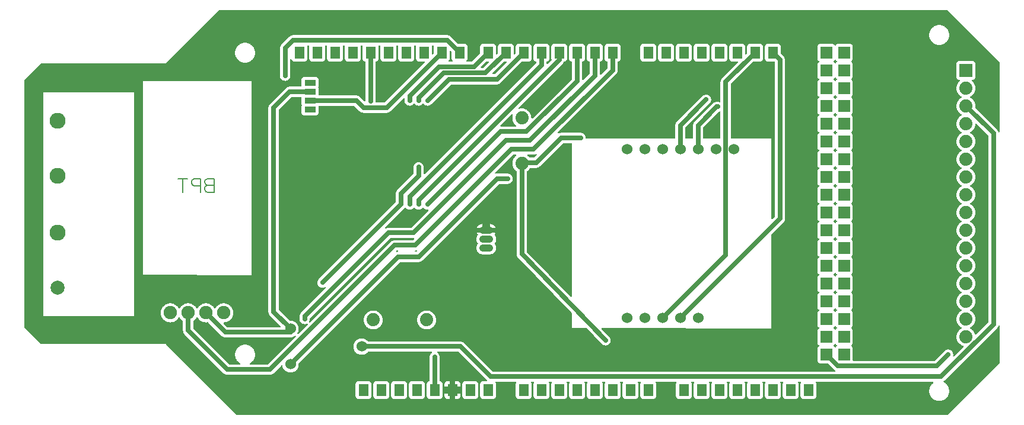
<source format=gbl>
G04 Layer: BottomLayer*
G04 EasyEDA v6.3.22, 2020-01-24T18:32:25--3:00*
G04 4d49d37693604a838117592599bc2fa2,3fb4d9e5e1f4485794c53a7e2051cb48,10*
G04 Gerber Generator version 0.2*
G04 Scale: 100 percent, Rotated: No, Reflected: No *
G04 Dimensions in inches *
G04 leading zeros omitted , absolute positions ,2 integer and 4 decimal *
%FSLAX24Y24*%
%MOIN*%
G90*
G70D02*

%ADD11C,0.025000*%
%ADD13C,0.024000*%
%ADD15R,0.063000X0.035000*%
%ADD16C,0.060000*%
%ADD17C,0.074000*%
%ADD18R,0.074000X0.074000*%
%ADD19C,0.090000*%
%ADD20C,0.078740*%
%ADD21C,0.075000*%
%ADD22R,0.056000X0.067200*%
%ADD23R,0.066000X0.066000*%
%ADD24C,0.039370*%
%ADD25C,0.008000*%

%LPD*%
G36*
G01X45655Y20102D02*
G01X45644Y20102D01*
G01X45638Y20101D01*
G01X45633Y20098D01*
G01X45628Y20096D01*
G01X45623Y20092D01*
G01X45619Y20088D01*
G01X45616Y20084D01*
G01X45609Y20074D01*
G01X45602Y20065D01*
G01X45585Y20048D01*
G01X45575Y20040D01*
G01X45565Y20033D01*
G01X45561Y20030D01*
G01X45557Y20026D01*
G01X45553Y20021D01*
G01X45551Y20016D01*
G01X45548Y20011D01*
G01X45547Y20005D01*
G01X45547Y19994D01*
G01X45548Y19988D01*
G01X45551Y19983D01*
G01X45553Y19978D01*
G01X45557Y19973D01*
G01X45561Y19969D01*
G01X45565Y19966D01*
G01X45585Y19952D01*
G01X45593Y19943D01*
G01X45602Y19934D01*
G01X45609Y19925D01*
G01X45616Y19915D01*
G01X45619Y19911D01*
G01X45623Y19907D01*
G01X45628Y19903D01*
G01X45633Y19901D01*
G01X45638Y19898D01*
G01X45644Y19897D01*
G01X45655Y19897D01*
G01X45661Y19898D01*
G01X45666Y19901D01*
G01X45671Y19903D01*
G01X45676Y19907D01*
G01X45680Y19911D01*
G01X45683Y19915D01*
G01X45690Y19925D01*
G01X45697Y19934D01*
G01X45706Y19943D01*
G01X45714Y19952D01*
G01X45734Y19966D01*
G01X45738Y19969D01*
G01X45742Y19973D01*
G01X45746Y19978D01*
G01X45748Y19983D01*
G01X45751Y19988D01*
G01X45752Y19994D01*
G01X45752Y20005D01*
G01X45751Y20011D01*
G01X45748Y20016D01*
G01X45746Y20021D01*
G01X45742Y20026D01*
G01X45738Y20030D01*
G01X45734Y20033D01*
G01X45724Y20040D01*
G01X45714Y20048D01*
G01X45697Y20065D01*
G01X45690Y20074D01*
G01X45683Y20084D01*
G01X45680Y20088D01*
G01X45676Y20092D01*
G01X45671Y20096D01*
G01X45666Y20098D01*
G01X45661Y20101D01*
G01X45655Y20102D01*
G37*

%LPD*%
G36*
G01X45655Y19102D02*
G01X45644Y19102D01*
G01X45638Y19101D01*
G01X45633Y19098D01*
G01X45628Y19096D01*
G01X45623Y19092D01*
G01X45619Y19088D01*
G01X45616Y19084D01*
G01X45609Y19074D01*
G01X45602Y19065D01*
G01X45585Y19048D01*
G01X45575Y19040D01*
G01X45565Y19033D01*
G01X45561Y19030D01*
G01X45557Y19026D01*
G01X45553Y19021D01*
G01X45551Y19016D01*
G01X45548Y19011D01*
G01X45547Y19005D01*
G01X45547Y18994D01*
G01X45548Y18988D01*
G01X45551Y18983D01*
G01X45553Y18978D01*
G01X45557Y18973D01*
G01X45561Y18969D01*
G01X45565Y18966D01*
G01X45585Y18952D01*
G01X45593Y18943D01*
G01X45602Y18934D01*
G01X45609Y18925D01*
G01X45616Y18915D01*
G01X45619Y18911D01*
G01X45623Y18907D01*
G01X45628Y18903D01*
G01X45633Y18901D01*
G01X45638Y18898D01*
G01X45644Y18897D01*
G01X45655Y18897D01*
G01X45661Y18898D01*
G01X45666Y18901D01*
G01X45671Y18903D01*
G01X45676Y18907D01*
G01X45680Y18911D01*
G01X45683Y18915D01*
G01X45690Y18925D01*
G01X45697Y18934D01*
G01X45706Y18943D01*
G01X45714Y18952D01*
G01X45734Y18966D01*
G01X45738Y18969D01*
G01X45742Y18973D01*
G01X45746Y18978D01*
G01X45748Y18983D01*
G01X45751Y18988D01*
G01X45752Y18994D01*
G01X45752Y19005D01*
G01X45751Y19011D01*
G01X45748Y19016D01*
G01X45746Y19021D01*
G01X45742Y19026D01*
G01X45738Y19030D01*
G01X45734Y19033D01*
G01X45724Y19040D01*
G01X45714Y19048D01*
G01X45697Y19065D01*
G01X45690Y19074D01*
G01X45683Y19084D01*
G01X45680Y19088D01*
G01X45676Y19092D01*
G01X45671Y19096D01*
G01X45666Y19098D01*
G01X45661Y19101D01*
G01X45655Y19102D01*
G37*

%LPD*%
G36*
G01X45655Y18102D02*
G01X45644Y18102D01*
G01X45638Y18101D01*
G01X45633Y18098D01*
G01X45628Y18096D01*
G01X45623Y18092D01*
G01X45619Y18088D01*
G01X45616Y18084D01*
G01X45609Y18074D01*
G01X45602Y18065D01*
G01X45585Y18048D01*
G01X45575Y18040D01*
G01X45565Y18033D01*
G01X45561Y18030D01*
G01X45557Y18026D01*
G01X45553Y18021D01*
G01X45551Y18016D01*
G01X45548Y18011D01*
G01X45547Y18005D01*
G01X45547Y17994D01*
G01X45548Y17988D01*
G01X45551Y17983D01*
G01X45553Y17978D01*
G01X45557Y17973D01*
G01X45561Y17969D01*
G01X45565Y17966D01*
G01X45585Y17952D01*
G01X45593Y17943D01*
G01X45602Y17934D01*
G01X45609Y17925D01*
G01X45616Y17915D01*
G01X45619Y17911D01*
G01X45623Y17907D01*
G01X45628Y17903D01*
G01X45633Y17901D01*
G01X45638Y17898D01*
G01X45644Y17897D01*
G01X45655Y17897D01*
G01X45661Y17898D01*
G01X45666Y17901D01*
G01X45671Y17903D01*
G01X45676Y17907D01*
G01X45680Y17911D01*
G01X45683Y17915D01*
G01X45690Y17925D01*
G01X45697Y17934D01*
G01X45706Y17943D01*
G01X45714Y17952D01*
G01X45734Y17966D01*
G01X45738Y17969D01*
G01X45742Y17973D01*
G01X45746Y17978D01*
G01X45748Y17983D01*
G01X45751Y17988D01*
G01X45752Y17994D01*
G01X45752Y18005D01*
G01X45751Y18011D01*
G01X45748Y18016D01*
G01X45746Y18021D01*
G01X45742Y18026D01*
G01X45738Y18030D01*
G01X45734Y18033D01*
G01X45724Y18040D01*
G01X45714Y18048D01*
G01X45697Y18065D01*
G01X45690Y18074D01*
G01X45683Y18084D01*
G01X45680Y18088D01*
G01X45676Y18092D01*
G01X45671Y18096D01*
G01X45666Y18098D01*
G01X45661Y18101D01*
G01X45655Y18102D01*
G37*

%LPD*%
G36*
G01X45655Y17102D02*
G01X45644Y17102D01*
G01X45638Y17101D01*
G01X45633Y17098D01*
G01X45628Y17096D01*
G01X45623Y17092D01*
G01X45619Y17088D01*
G01X45616Y17084D01*
G01X45609Y17074D01*
G01X45602Y17065D01*
G01X45585Y17048D01*
G01X45575Y17040D01*
G01X45565Y17033D01*
G01X45561Y17030D01*
G01X45557Y17026D01*
G01X45553Y17021D01*
G01X45551Y17016D01*
G01X45548Y17011D01*
G01X45547Y17005D01*
G01X45547Y16994D01*
G01X45548Y16988D01*
G01X45551Y16983D01*
G01X45553Y16978D01*
G01X45557Y16973D01*
G01X45561Y16969D01*
G01X45565Y16966D01*
G01X45585Y16952D01*
G01X45593Y16943D01*
G01X45602Y16934D01*
G01X45609Y16925D01*
G01X45616Y16915D01*
G01X45619Y16911D01*
G01X45623Y16907D01*
G01X45628Y16903D01*
G01X45633Y16901D01*
G01X45638Y16898D01*
G01X45644Y16897D01*
G01X45655Y16897D01*
G01X45661Y16898D01*
G01X45666Y16901D01*
G01X45671Y16903D01*
G01X45676Y16907D01*
G01X45680Y16911D01*
G01X45683Y16915D01*
G01X45690Y16925D01*
G01X45697Y16934D01*
G01X45706Y16943D01*
G01X45714Y16952D01*
G01X45734Y16966D01*
G01X45738Y16969D01*
G01X45742Y16973D01*
G01X45746Y16978D01*
G01X45748Y16983D01*
G01X45751Y16988D01*
G01X45752Y16994D01*
G01X45752Y17005D01*
G01X45751Y17011D01*
G01X45748Y17016D01*
G01X45746Y17021D01*
G01X45742Y17026D01*
G01X45738Y17030D01*
G01X45734Y17033D01*
G01X45724Y17040D01*
G01X45714Y17048D01*
G01X45697Y17065D01*
G01X45690Y17074D01*
G01X45683Y17084D01*
G01X45680Y17088D01*
G01X45676Y17092D01*
G01X45671Y17096D01*
G01X45666Y17098D01*
G01X45661Y17101D01*
G01X45655Y17102D01*
G37*

%LPD*%
G36*
G01X45655Y16102D02*
G01X45644Y16102D01*
G01X45638Y16101D01*
G01X45633Y16098D01*
G01X45628Y16096D01*
G01X45623Y16092D01*
G01X45619Y16088D01*
G01X45616Y16084D01*
G01X45609Y16074D01*
G01X45602Y16065D01*
G01X45585Y16048D01*
G01X45575Y16040D01*
G01X45565Y16033D01*
G01X45561Y16030D01*
G01X45557Y16026D01*
G01X45553Y16021D01*
G01X45551Y16016D01*
G01X45548Y16011D01*
G01X45547Y16005D01*
G01X45547Y15994D01*
G01X45548Y15988D01*
G01X45551Y15983D01*
G01X45553Y15978D01*
G01X45557Y15973D01*
G01X45561Y15969D01*
G01X45565Y15966D01*
G01X45575Y15959D01*
G01X45585Y15951D01*
G01X45602Y15934D01*
G01X45609Y15925D01*
G01X45616Y15915D01*
G01X45619Y15911D01*
G01X45623Y15907D01*
G01X45628Y15903D01*
G01X45633Y15901D01*
G01X45638Y15898D01*
G01X45644Y15897D01*
G01X45655Y15897D01*
G01X45661Y15898D01*
G01X45666Y15901D01*
G01X45671Y15903D01*
G01X45676Y15907D01*
G01X45680Y15911D01*
G01X45683Y15915D01*
G01X45690Y15925D01*
G01X45697Y15934D01*
G01X45714Y15951D01*
G01X45724Y15959D01*
G01X45734Y15966D01*
G01X45738Y15969D01*
G01X45742Y15973D01*
G01X45746Y15978D01*
G01X45748Y15983D01*
G01X45751Y15988D01*
G01X45752Y15994D01*
G01X45752Y16005D01*
G01X45751Y16011D01*
G01X45748Y16016D01*
G01X45746Y16021D01*
G01X45742Y16026D01*
G01X45738Y16030D01*
G01X45734Y16033D01*
G01X45724Y16040D01*
G01X45714Y16048D01*
G01X45697Y16065D01*
G01X45690Y16074D01*
G01X45683Y16084D01*
G01X45680Y16088D01*
G01X45676Y16092D01*
G01X45671Y16096D01*
G01X45666Y16098D01*
G01X45661Y16101D01*
G01X45655Y16102D01*
G37*

%LPD*%
G36*
G01X45655Y15102D02*
G01X45644Y15102D01*
G01X45638Y15101D01*
G01X45633Y15098D01*
G01X45628Y15096D01*
G01X45623Y15092D01*
G01X45619Y15088D01*
G01X45616Y15084D01*
G01X45609Y15074D01*
G01X45602Y15065D01*
G01X45585Y15048D01*
G01X45575Y15040D01*
G01X45565Y15033D01*
G01X45561Y15030D01*
G01X45557Y15026D01*
G01X45553Y15021D01*
G01X45551Y15016D01*
G01X45548Y15011D01*
G01X45547Y15005D01*
G01X45547Y14994D01*
G01X45548Y14988D01*
G01X45551Y14983D01*
G01X45553Y14978D01*
G01X45557Y14973D01*
G01X45561Y14969D01*
G01X45565Y14966D01*
G01X45575Y14959D01*
G01X45585Y14951D01*
G01X45602Y14934D01*
G01X45609Y14925D01*
G01X45616Y14915D01*
G01X45619Y14911D01*
G01X45623Y14907D01*
G01X45628Y14903D01*
G01X45633Y14901D01*
G01X45638Y14898D01*
G01X45644Y14897D01*
G01X45655Y14897D01*
G01X45661Y14898D01*
G01X45666Y14901D01*
G01X45671Y14903D01*
G01X45676Y14907D01*
G01X45680Y14911D01*
G01X45683Y14915D01*
G01X45690Y14925D01*
G01X45697Y14934D01*
G01X45714Y14951D01*
G01X45724Y14959D01*
G01X45734Y14966D01*
G01X45738Y14969D01*
G01X45742Y14973D01*
G01X45746Y14978D01*
G01X45748Y14983D01*
G01X45751Y14988D01*
G01X45752Y14994D01*
G01X45752Y15005D01*
G01X45751Y15011D01*
G01X45748Y15016D01*
G01X45746Y15021D01*
G01X45742Y15026D01*
G01X45738Y15030D01*
G01X45734Y15033D01*
G01X45724Y15040D01*
G01X45714Y15048D01*
G01X45697Y15065D01*
G01X45690Y15074D01*
G01X45683Y15084D01*
G01X45680Y15088D01*
G01X45676Y15092D01*
G01X45671Y15096D01*
G01X45666Y15098D01*
G01X45661Y15101D01*
G01X45655Y15102D01*
G37*

%LPD*%
G36*
G01X45655Y14102D02*
G01X45644Y14102D01*
G01X45638Y14101D01*
G01X45633Y14098D01*
G01X45628Y14096D01*
G01X45623Y14092D01*
G01X45619Y14088D01*
G01X45616Y14084D01*
G01X45609Y14074D01*
G01X45602Y14065D01*
G01X45585Y14048D01*
G01X45575Y14040D01*
G01X45565Y14033D01*
G01X45561Y14030D01*
G01X45557Y14026D01*
G01X45553Y14021D01*
G01X45551Y14016D01*
G01X45548Y14011D01*
G01X45547Y14005D01*
G01X45547Y13994D01*
G01X45548Y13988D01*
G01X45551Y13983D01*
G01X45553Y13978D01*
G01X45557Y13973D01*
G01X45561Y13969D01*
G01X45565Y13966D01*
G01X45575Y13959D01*
G01X45585Y13951D01*
G01X45602Y13934D01*
G01X45609Y13925D01*
G01X45616Y13915D01*
G01X45619Y13911D01*
G01X45623Y13907D01*
G01X45628Y13903D01*
G01X45633Y13901D01*
G01X45638Y13898D01*
G01X45644Y13897D01*
G01X45655Y13897D01*
G01X45661Y13898D01*
G01X45666Y13901D01*
G01X45671Y13903D01*
G01X45676Y13907D01*
G01X45680Y13911D01*
G01X45683Y13915D01*
G01X45690Y13925D01*
G01X45697Y13934D01*
G01X45714Y13951D01*
G01X45724Y13959D01*
G01X45734Y13966D01*
G01X45738Y13969D01*
G01X45742Y13973D01*
G01X45746Y13978D01*
G01X45748Y13983D01*
G01X45751Y13988D01*
G01X45752Y13994D01*
G01X45752Y14005D01*
G01X45751Y14011D01*
G01X45748Y14016D01*
G01X45746Y14021D01*
G01X45742Y14026D01*
G01X45738Y14030D01*
G01X45734Y14033D01*
G01X45724Y14040D01*
G01X45714Y14048D01*
G01X45697Y14065D01*
G01X45690Y14074D01*
G01X45683Y14084D01*
G01X45680Y14088D01*
G01X45676Y14092D01*
G01X45671Y14096D01*
G01X45666Y14098D01*
G01X45661Y14101D01*
G01X45655Y14102D01*
G37*

%LPD*%
G36*
G01X45655Y13102D02*
G01X45644Y13102D01*
G01X45638Y13101D01*
G01X45633Y13098D01*
G01X45628Y13096D01*
G01X45623Y13092D01*
G01X45619Y13088D01*
G01X45616Y13084D01*
G01X45609Y13074D01*
G01X45602Y13065D01*
G01X45585Y13048D01*
G01X45575Y13040D01*
G01X45565Y13033D01*
G01X45561Y13030D01*
G01X45557Y13026D01*
G01X45553Y13021D01*
G01X45551Y13016D01*
G01X45548Y13011D01*
G01X45547Y13005D01*
G01X45547Y12994D01*
G01X45548Y12988D01*
G01X45551Y12983D01*
G01X45553Y12978D01*
G01X45557Y12973D01*
G01X45561Y12969D01*
G01X45565Y12966D01*
G01X45575Y12959D01*
G01X45585Y12951D01*
G01X45602Y12934D01*
G01X45609Y12925D01*
G01X45616Y12915D01*
G01X45619Y12911D01*
G01X45623Y12907D01*
G01X45628Y12903D01*
G01X45633Y12901D01*
G01X45638Y12898D01*
G01X45644Y12897D01*
G01X45655Y12897D01*
G01X45661Y12898D01*
G01X45666Y12901D01*
G01X45671Y12903D01*
G01X45676Y12907D01*
G01X45680Y12911D01*
G01X45683Y12915D01*
G01X45690Y12925D01*
G01X45697Y12934D01*
G01X45714Y12951D01*
G01X45724Y12959D01*
G01X45734Y12966D01*
G01X45738Y12969D01*
G01X45742Y12973D01*
G01X45746Y12978D01*
G01X45748Y12983D01*
G01X45751Y12988D01*
G01X45752Y12994D01*
G01X45752Y13005D01*
G01X45751Y13011D01*
G01X45748Y13016D01*
G01X45746Y13021D01*
G01X45742Y13026D01*
G01X45738Y13030D01*
G01X45734Y13033D01*
G01X45724Y13040D01*
G01X45714Y13048D01*
G01X45697Y13065D01*
G01X45690Y13074D01*
G01X45683Y13084D01*
G01X45680Y13088D01*
G01X45676Y13092D01*
G01X45671Y13096D01*
G01X45666Y13098D01*
G01X45661Y13101D01*
G01X45655Y13102D01*
G37*

%LPD*%
G36*
G01X45655Y12102D02*
G01X45644Y12102D01*
G01X45638Y12101D01*
G01X45633Y12098D01*
G01X45628Y12096D01*
G01X45623Y12092D01*
G01X45619Y12088D01*
G01X45616Y12084D01*
G01X45609Y12074D01*
G01X45602Y12065D01*
G01X45585Y12048D01*
G01X45575Y12040D01*
G01X45565Y12033D01*
G01X45561Y12030D01*
G01X45557Y12026D01*
G01X45553Y12021D01*
G01X45551Y12016D01*
G01X45548Y12011D01*
G01X45547Y12005D01*
G01X45547Y11994D01*
G01X45548Y11988D01*
G01X45551Y11983D01*
G01X45553Y11978D01*
G01X45557Y11973D01*
G01X45561Y11969D01*
G01X45565Y11966D01*
G01X45575Y11959D01*
G01X45585Y11951D01*
G01X45602Y11934D01*
G01X45609Y11925D01*
G01X45616Y11915D01*
G01X45619Y11911D01*
G01X45623Y11907D01*
G01X45628Y11903D01*
G01X45633Y11901D01*
G01X45638Y11898D01*
G01X45644Y11897D01*
G01X45655Y11897D01*
G01X45661Y11898D01*
G01X45666Y11901D01*
G01X45671Y11903D01*
G01X45676Y11907D01*
G01X45680Y11911D01*
G01X45683Y11915D01*
G01X45690Y11925D01*
G01X45697Y11934D01*
G01X45714Y11951D01*
G01X45724Y11959D01*
G01X45734Y11966D01*
G01X45738Y11969D01*
G01X45742Y11973D01*
G01X45746Y11978D01*
G01X45748Y11983D01*
G01X45751Y11988D01*
G01X45752Y11994D01*
G01X45752Y12005D01*
G01X45751Y12011D01*
G01X45748Y12016D01*
G01X45746Y12021D01*
G01X45742Y12026D01*
G01X45738Y12030D01*
G01X45734Y12033D01*
G01X45724Y12040D01*
G01X45714Y12048D01*
G01X45697Y12065D01*
G01X45690Y12074D01*
G01X45683Y12084D01*
G01X45680Y12088D01*
G01X45676Y12092D01*
G01X45671Y12096D01*
G01X45666Y12098D01*
G01X45661Y12101D01*
G01X45655Y12102D01*
G37*

%LPD*%
G36*
G01X45655Y11102D02*
G01X45644Y11102D01*
G01X45638Y11101D01*
G01X45633Y11098D01*
G01X45628Y11096D01*
G01X45623Y11092D01*
G01X45619Y11088D01*
G01X45616Y11084D01*
G01X45609Y11074D01*
G01X45602Y11065D01*
G01X45585Y11048D01*
G01X45575Y11040D01*
G01X45565Y11033D01*
G01X45561Y11030D01*
G01X45557Y11026D01*
G01X45553Y11021D01*
G01X45551Y11016D01*
G01X45548Y11011D01*
G01X45547Y11005D01*
G01X45547Y10994D01*
G01X45548Y10988D01*
G01X45551Y10983D01*
G01X45553Y10978D01*
G01X45557Y10973D01*
G01X45561Y10969D01*
G01X45565Y10966D01*
G01X45575Y10959D01*
G01X45585Y10951D01*
G01X45602Y10934D01*
G01X45609Y10925D01*
G01X45616Y10915D01*
G01X45619Y10911D01*
G01X45623Y10907D01*
G01X45628Y10903D01*
G01X45633Y10901D01*
G01X45638Y10898D01*
G01X45644Y10897D01*
G01X45655Y10897D01*
G01X45661Y10898D01*
G01X45666Y10901D01*
G01X45671Y10903D01*
G01X45676Y10907D01*
G01X45680Y10911D01*
G01X45683Y10915D01*
G01X45690Y10925D01*
G01X45697Y10934D01*
G01X45714Y10951D01*
G01X45724Y10959D01*
G01X45734Y10966D01*
G01X45738Y10969D01*
G01X45742Y10973D01*
G01X45746Y10978D01*
G01X45748Y10983D01*
G01X45751Y10988D01*
G01X45752Y10994D01*
G01X45752Y11005D01*
G01X45751Y11011D01*
G01X45748Y11016D01*
G01X45746Y11021D01*
G01X45742Y11026D01*
G01X45738Y11030D01*
G01X45734Y11033D01*
G01X45724Y11040D01*
G01X45714Y11048D01*
G01X45697Y11065D01*
G01X45690Y11074D01*
G01X45683Y11084D01*
G01X45680Y11088D01*
G01X45676Y11092D01*
G01X45671Y11096D01*
G01X45666Y11098D01*
G01X45661Y11101D01*
G01X45655Y11102D01*
G37*

%LPD*%
G36*
G01X45655Y10102D02*
G01X45644Y10102D01*
G01X45638Y10101D01*
G01X45633Y10098D01*
G01X45628Y10096D01*
G01X45623Y10092D01*
G01X45619Y10088D01*
G01X45616Y10084D01*
G01X45609Y10074D01*
G01X45602Y10065D01*
G01X45585Y10048D01*
G01X45575Y10040D01*
G01X45565Y10033D01*
G01X45561Y10030D01*
G01X45557Y10026D01*
G01X45553Y10021D01*
G01X45551Y10016D01*
G01X45548Y10011D01*
G01X45547Y10005D01*
G01X45547Y9994D01*
G01X45548Y9988D01*
G01X45551Y9983D01*
G01X45553Y9978D01*
G01X45557Y9973D01*
G01X45561Y9969D01*
G01X45565Y9966D01*
G01X45575Y9959D01*
G01X45585Y9951D01*
G01X45602Y9934D01*
G01X45609Y9925D01*
G01X45616Y9915D01*
G01X45619Y9911D01*
G01X45623Y9907D01*
G01X45628Y9903D01*
G01X45633Y9901D01*
G01X45638Y9898D01*
G01X45644Y9897D01*
G01X45655Y9897D01*
G01X45661Y9898D01*
G01X45666Y9901D01*
G01X45671Y9903D01*
G01X45676Y9907D01*
G01X45680Y9911D01*
G01X45683Y9915D01*
G01X45690Y9925D01*
G01X45697Y9934D01*
G01X45714Y9951D01*
G01X45724Y9959D01*
G01X45734Y9966D01*
G01X45738Y9969D01*
G01X45742Y9973D01*
G01X45746Y9978D01*
G01X45748Y9983D01*
G01X45751Y9988D01*
G01X45752Y9994D01*
G01X45752Y10005D01*
G01X45751Y10011D01*
G01X45748Y10016D01*
G01X45746Y10021D01*
G01X45742Y10026D01*
G01X45738Y10030D01*
G01X45734Y10033D01*
G01X45724Y10040D01*
G01X45714Y10048D01*
G01X45697Y10065D01*
G01X45690Y10074D01*
G01X45683Y10084D01*
G01X45680Y10088D01*
G01X45676Y10092D01*
G01X45671Y10096D01*
G01X45666Y10098D01*
G01X45661Y10101D01*
G01X45655Y10102D01*
G37*

%LPD*%
G36*
G01X45655Y9102D02*
G01X45644Y9102D01*
G01X45638Y9101D01*
G01X45633Y9098D01*
G01X45628Y9096D01*
G01X45623Y9092D01*
G01X45619Y9088D01*
G01X45616Y9084D01*
G01X45609Y9074D01*
G01X45602Y9065D01*
G01X45585Y9048D01*
G01X45575Y9040D01*
G01X45565Y9033D01*
G01X45561Y9030D01*
G01X45557Y9026D01*
G01X45553Y9021D01*
G01X45551Y9016D01*
G01X45548Y9011D01*
G01X45547Y9005D01*
G01X45547Y8994D01*
G01X45548Y8988D01*
G01X45551Y8983D01*
G01X45553Y8978D01*
G01X45557Y8973D01*
G01X45561Y8969D01*
G01X45565Y8966D01*
G01X45575Y8959D01*
G01X45585Y8951D01*
G01X45602Y8934D01*
G01X45609Y8925D01*
G01X45616Y8915D01*
G01X45619Y8911D01*
G01X45623Y8907D01*
G01X45628Y8903D01*
G01X45633Y8901D01*
G01X45638Y8898D01*
G01X45644Y8897D01*
G01X45655Y8897D01*
G01X45661Y8898D01*
G01X45666Y8901D01*
G01X45671Y8903D01*
G01X45676Y8907D01*
G01X45680Y8911D01*
G01X45683Y8915D01*
G01X45690Y8925D01*
G01X45697Y8934D01*
G01X45714Y8951D01*
G01X45724Y8959D01*
G01X45734Y8966D01*
G01X45738Y8969D01*
G01X45742Y8973D01*
G01X45746Y8978D01*
G01X45748Y8983D01*
G01X45751Y8988D01*
G01X45752Y8994D01*
G01X45752Y9005D01*
G01X45751Y9011D01*
G01X45748Y9016D01*
G01X45746Y9021D01*
G01X45742Y9026D01*
G01X45738Y9030D01*
G01X45734Y9033D01*
G01X45724Y9040D01*
G01X45714Y9048D01*
G01X45697Y9065D01*
G01X45690Y9074D01*
G01X45683Y9084D01*
G01X45680Y9088D01*
G01X45676Y9092D01*
G01X45671Y9096D01*
G01X45666Y9098D01*
G01X45661Y9101D01*
G01X45655Y9102D01*
G37*

%LPD*%
G36*
G01X45655Y8102D02*
G01X45644Y8102D01*
G01X45638Y8101D01*
G01X45633Y8098D01*
G01X45628Y8096D01*
G01X45623Y8092D01*
G01X45619Y8088D01*
G01X45616Y8084D01*
G01X45609Y8074D01*
G01X45602Y8065D01*
G01X45585Y8048D01*
G01X45575Y8040D01*
G01X45565Y8033D01*
G01X45561Y8030D01*
G01X45557Y8026D01*
G01X45553Y8021D01*
G01X45551Y8016D01*
G01X45548Y8011D01*
G01X45547Y8005D01*
G01X45547Y7994D01*
G01X45548Y7988D01*
G01X45551Y7983D01*
G01X45553Y7978D01*
G01X45557Y7973D01*
G01X45561Y7969D01*
G01X45565Y7966D01*
G01X45575Y7959D01*
G01X45585Y7951D01*
G01X45602Y7934D01*
G01X45609Y7925D01*
G01X45616Y7915D01*
G01X45619Y7911D01*
G01X45623Y7907D01*
G01X45628Y7903D01*
G01X45633Y7901D01*
G01X45638Y7898D01*
G01X45644Y7897D01*
G01X45655Y7897D01*
G01X45661Y7898D01*
G01X45666Y7901D01*
G01X45671Y7903D01*
G01X45676Y7907D01*
G01X45680Y7911D01*
G01X45683Y7915D01*
G01X45690Y7925D01*
G01X45697Y7934D01*
G01X45714Y7951D01*
G01X45724Y7959D01*
G01X45734Y7966D01*
G01X45738Y7969D01*
G01X45742Y7973D01*
G01X45746Y7978D01*
G01X45748Y7983D01*
G01X45751Y7988D01*
G01X45752Y7994D01*
G01X45752Y8005D01*
G01X45751Y8011D01*
G01X45748Y8016D01*
G01X45746Y8021D01*
G01X45742Y8026D01*
G01X45738Y8030D01*
G01X45734Y8033D01*
G01X45724Y8040D01*
G01X45714Y8048D01*
G01X45697Y8065D01*
G01X45690Y8074D01*
G01X45683Y8084D01*
G01X45680Y8088D01*
G01X45676Y8092D01*
G01X45671Y8096D01*
G01X45666Y8098D01*
G01X45661Y8101D01*
G01X45655Y8102D01*
G37*

%LPD*%
G36*
G01X45655Y7102D02*
G01X45644Y7102D01*
G01X45638Y7101D01*
G01X45633Y7098D01*
G01X45628Y7096D01*
G01X45623Y7092D01*
G01X45619Y7088D01*
G01X45616Y7084D01*
G01X45609Y7074D01*
G01X45602Y7065D01*
G01X45585Y7048D01*
G01X45575Y7040D01*
G01X45565Y7033D01*
G01X45561Y7030D01*
G01X45557Y7026D01*
G01X45553Y7021D01*
G01X45551Y7016D01*
G01X45548Y7011D01*
G01X45547Y7005D01*
G01X45547Y6994D01*
G01X45548Y6988D01*
G01X45551Y6983D01*
G01X45553Y6978D01*
G01X45557Y6973D01*
G01X45561Y6969D01*
G01X45565Y6966D01*
G01X45575Y6959D01*
G01X45585Y6951D01*
G01X45602Y6934D01*
G01X45609Y6925D01*
G01X45616Y6915D01*
G01X45619Y6911D01*
G01X45623Y6907D01*
G01X45628Y6903D01*
G01X45633Y6901D01*
G01X45638Y6898D01*
G01X45644Y6897D01*
G01X45655Y6897D01*
G01X45661Y6898D01*
G01X45666Y6901D01*
G01X45671Y6903D01*
G01X45676Y6907D01*
G01X45680Y6911D01*
G01X45683Y6915D01*
G01X45690Y6925D01*
G01X45697Y6934D01*
G01X45714Y6951D01*
G01X45724Y6959D01*
G01X45734Y6966D01*
G01X45738Y6969D01*
G01X45742Y6973D01*
G01X45746Y6978D01*
G01X45748Y6983D01*
G01X45751Y6988D01*
G01X45752Y6994D01*
G01X45752Y7005D01*
G01X45751Y7011D01*
G01X45748Y7016D01*
G01X45746Y7021D01*
G01X45742Y7026D01*
G01X45738Y7030D01*
G01X45734Y7033D01*
G01X45724Y7040D01*
G01X45714Y7048D01*
G01X45697Y7065D01*
G01X45690Y7074D01*
G01X45683Y7084D01*
G01X45680Y7088D01*
G01X45676Y7092D01*
G01X45671Y7096D01*
G01X45666Y7098D01*
G01X45661Y7101D01*
G01X45655Y7102D01*
G37*

%LPD*%
G36*
G01X45655Y6102D02*
G01X45644Y6102D01*
G01X45638Y6101D01*
G01X45633Y6098D01*
G01X45628Y6096D01*
G01X45623Y6092D01*
G01X45619Y6088D01*
G01X45616Y6084D01*
G01X45609Y6074D01*
G01X45602Y6065D01*
G01X45585Y6048D01*
G01X45575Y6040D01*
G01X45565Y6033D01*
G01X45561Y6030D01*
G01X45557Y6026D01*
G01X45553Y6021D01*
G01X45551Y6016D01*
G01X45548Y6011D01*
G01X45547Y6005D01*
G01X45547Y5994D01*
G01X45548Y5988D01*
G01X45551Y5983D01*
G01X45553Y5978D01*
G01X45557Y5973D01*
G01X45561Y5969D01*
G01X45565Y5966D01*
G01X45575Y5959D01*
G01X45585Y5951D01*
G01X45602Y5934D01*
G01X45609Y5925D01*
G01X45616Y5915D01*
G01X45619Y5911D01*
G01X45623Y5907D01*
G01X45628Y5903D01*
G01X45633Y5901D01*
G01X45638Y5898D01*
G01X45644Y5897D01*
G01X45655Y5897D01*
G01X45661Y5898D01*
G01X45666Y5901D01*
G01X45671Y5903D01*
G01X45676Y5907D01*
G01X45680Y5911D01*
G01X45683Y5915D01*
G01X45690Y5925D01*
G01X45697Y5934D01*
G01X45714Y5951D01*
G01X45724Y5959D01*
G01X45734Y5966D01*
G01X45738Y5969D01*
G01X45742Y5973D01*
G01X45746Y5978D01*
G01X45748Y5983D01*
G01X45751Y5988D01*
G01X45752Y5994D01*
G01X45752Y6005D01*
G01X45751Y6011D01*
G01X45748Y6016D01*
G01X45746Y6021D01*
G01X45742Y6026D01*
G01X45738Y6030D01*
G01X45734Y6033D01*
G01X45724Y6040D01*
G01X45714Y6048D01*
G01X45697Y6065D01*
G01X45690Y6074D01*
G01X45683Y6084D01*
G01X45680Y6088D01*
G01X45676Y6092D01*
G01X45671Y6096D01*
G01X45666Y6098D01*
G01X45661Y6101D01*
G01X45655Y6102D01*
G37*

%LPD*%
G36*
G01X45655Y5102D02*
G01X45644Y5102D01*
G01X45638Y5101D01*
G01X45633Y5098D01*
G01X45628Y5096D01*
G01X45623Y5092D01*
G01X45619Y5088D01*
G01X45616Y5084D01*
G01X45609Y5074D01*
G01X45602Y5065D01*
G01X45585Y5048D01*
G01X45575Y5040D01*
G01X45565Y5033D01*
G01X45561Y5030D01*
G01X45557Y5026D01*
G01X45553Y5021D01*
G01X45551Y5016D01*
G01X45548Y5011D01*
G01X45547Y5005D01*
G01X45547Y4994D01*
G01X45548Y4988D01*
G01X45551Y4983D01*
G01X45553Y4978D01*
G01X45557Y4973D01*
G01X45561Y4969D01*
G01X45565Y4966D01*
G01X45575Y4959D01*
G01X45585Y4951D01*
G01X45602Y4934D01*
G01X45609Y4925D01*
G01X45616Y4915D01*
G01X45619Y4911D01*
G01X45623Y4907D01*
G01X45628Y4903D01*
G01X45633Y4901D01*
G01X45638Y4898D01*
G01X45644Y4897D01*
G01X45655Y4897D01*
G01X45661Y4898D01*
G01X45666Y4901D01*
G01X45671Y4903D01*
G01X45676Y4907D01*
G01X45680Y4911D01*
G01X45683Y4915D01*
G01X45690Y4925D01*
G01X45697Y4934D01*
G01X45714Y4951D01*
G01X45724Y4959D01*
G01X45734Y4966D01*
G01X45738Y4969D01*
G01X45742Y4973D01*
G01X45746Y4978D01*
G01X45748Y4983D01*
G01X45751Y4988D01*
G01X45752Y4994D01*
G01X45752Y5005D01*
G01X45751Y5011D01*
G01X45748Y5016D01*
G01X45746Y5021D01*
G01X45742Y5026D01*
G01X45738Y5030D01*
G01X45734Y5033D01*
G01X45724Y5040D01*
G01X45714Y5048D01*
G01X45697Y5065D01*
G01X45690Y5074D01*
G01X45683Y5084D01*
G01X45680Y5088D01*
G01X45676Y5092D01*
G01X45671Y5096D01*
G01X45666Y5098D01*
G01X45661Y5101D01*
G01X45655Y5102D01*
G37*

%LPD*%
G36*
G01X53576Y16508D02*
G01X53564Y16508D01*
G01X53558Y16507D01*
G01X53552Y16504D01*
G01X53547Y16501D01*
G01X53542Y16497D01*
G01X53538Y16493D01*
G01X53535Y16488D01*
G01X53532Y16482D01*
G01X53531Y16477D01*
G01X53530Y16471D01*
G01X53526Y16429D01*
G01X53523Y16409D01*
G01X53519Y16389D01*
G01X53514Y16369D01*
G01X53509Y16348D01*
G01X53502Y16329D01*
G01X53495Y16309D01*
G01X53488Y16290D01*
G01X53479Y16271D01*
G01X53470Y16253D01*
G01X53460Y16235D01*
G01X53449Y16217D01*
G01X53438Y16200D01*
G01X53426Y16183D01*
G01X53400Y16151D01*
G01X53372Y16121D01*
G01X53356Y16107D01*
G01X53341Y16093D01*
G01X53325Y16080D01*
G01X53308Y16067D01*
G01X53274Y16045D01*
G01X53256Y16034D01*
G01X53251Y16031D01*
G01X53246Y16027D01*
G01X53243Y16023D01*
G01X53239Y16017D01*
G01X53237Y16011D01*
G01X53236Y16005D01*
G01X53235Y16000D01*
G01X53237Y15988D01*
G01X53239Y15982D01*
G01X53243Y15976D01*
G01X53246Y15972D01*
G01X53251Y15968D01*
G01X53256Y15965D01*
G01X53292Y15943D01*
G01X53309Y15931D01*
G01X53326Y15918D01*
G01X53342Y15905D01*
G01X53358Y15891D01*
G01X53373Y15877D01*
G01X53388Y15862D01*
G01X53402Y15846D01*
G01X53415Y15830D01*
G01X53428Y15813D01*
G01X53440Y15796D01*
G01X53451Y15778D01*
G01X53462Y15761D01*
G01X53472Y15742D01*
G01X53481Y15723D01*
G01X53489Y15704D01*
G01X53497Y15684D01*
G01X53504Y15665D01*
G01X53510Y15644D01*
G01X53516Y15624D01*
G01X53520Y15604D01*
G01X53524Y15583D01*
G01X53527Y15562D01*
G01X53529Y15542D01*
G01X53531Y15500D01*
G01X53530Y15478D01*
G01X53529Y15457D01*
G01X53527Y15437D01*
G01X53524Y15416D01*
G01X53520Y15395D01*
G01X53516Y15375D01*
G01X53510Y15355D01*
G01X53504Y15334D01*
G01X53497Y15315D01*
G01X53489Y15295D01*
G01X53481Y15276D01*
G01X53472Y15257D01*
G01X53462Y15238D01*
G01X53451Y15221D01*
G01X53440Y15203D01*
G01X53428Y15186D01*
G01X53415Y15169D01*
G01X53402Y15153D01*
G01X53388Y15137D01*
G01X53373Y15122D01*
G01X53358Y15108D01*
G01X53342Y15094D01*
G01X53326Y15081D01*
G01X53309Y15068D01*
G01X53292Y15056D01*
G01X53256Y15034D01*
G01X53251Y15031D01*
G01X53246Y15027D01*
G01X53243Y15023D01*
G01X53239Y15017D01*
G01X53237Y15011D01*
G01X53236Y15005D01*
G01X53235Y15000D01*
G01X53237Y14988D01*
G01X53239Y14982D01*
G01X53243Y14976D01*
G01X53246Y14972D01*
G01X53251Y14968D01*
G01X53256Y14965D01*
G01X53292Y14943D01*
G01X53309Y14931D01*
G01X53326Y14918D01*
G01X53342Y14905D01*
G01X53358Y14891D01*
G01X53373Y14877D01*
G01X53388Y14862D01*
G01X53402Y14846D01*
G01X53415Y14830D01*
G01X53428Y14813D01*
G01X53440Y14796D01*
G01X53451Y14778D01*
G01X53462Y14761D01*
G01X53472Y14742D01*
G01X53481Y14723D01*
G01X53489Y14704D01*
G01X53497Y14684D01*
G01X53504Y14665D01*
G01X53510Y14644D01*
G01X53516Y14624D01*
G01X53520Y14604D01*
G01X53524Y14583D01*
G01X53527Y14562D01*
G01X53529Y14542D01*
G01X53531Y14500D01*
G01X53530Y14478D01*
G01X53529Y14457D01*
G01X53527Y14437D01*
G01X53524Y14416D01*
G01X53520Y14395D01*
G01X53516Y14375D01*
G01X53510Y14355D01*
G01X53504Y14334D01*
G01X53497Y14315D01*
G01X53489Y14295D01*
G01X53481Y14276D01*
G01X53472Y14257D01*
G01X53462Y14238D01*
G01X53451Y14221D01*
G01X53440Y14203D01*
G01X53428Y14186D01*
G01X53415Y14169D01*
G01X53402Y14153D01*
G01X53388Y14137D01*
G01X53373Y14122D01*
G01X53358Y14108D01*
G01X53342Y14094D01*
G01X53326Y14081D01*
G01X53309Y14068D01*
G01X53292Y14056D01*
G01X53256Y14034D01*
G01X53251Y14031D01*
G01X53246Y14027D01*
G01X53243Y14023D01*
G01X53239Y14017D01*
G01X53237Y14011D01*
G01X53236Y14005D01*
G01X53235Y14000D01*
G01X53237Y13988D01*
G01X53239Y13982D01*
G01X53243Y13976D01*
G01X53246Y13972D01*
G01X53251Y13968D01*
G01X53256Y13965D01*
G01X53292Y13943D01*
G01X53309Y13931D01*
G01X53326Y13918D01*
G01X53342Y13905D01*
G01X53358Y13891D01*
G01X53373Y13877D01*
G01X53388Y13862D01*
G01X53402Y13846D01*
G01X53415Y13830D01*
G01X53428Y13813D01*
G01X53440Y13796D01*
G01X53451Y13778D01*
G01X53462Y13761D01*
G01X53472Y13742D01*
G01X53481Y13723D01*
G01X53489Y13704D01*
G01X53497Y13684D01*
G01X53504Y13665D01*
G01X53510Y13644D01*
G01X53516Y13624D01*
G01X53520Y13604D01*
G01X53524Y13583D01*
G01X53527Y13562D01*
G01X53529Y13542D01*
G01X53531Y13500D01*
G01X53530Y13478D01*
G01X53529Y13457D01*
G01X53527Y13437D01*
G01X53524Y13416D01*
G01X53520Y13395D01*
G01X53516Y13375D01*
G01X53510Y13355D01*
G01X53504Y13334D01*
G01X53497Y13315D01*
G01X53489Y13295D01*
G01X53481Y13276D01*
G01X53472Y13257D01*
G01X53462Y13238D01*
G01X53451Y13221D01*
G01X53440Y13203D01*
G01X53428Y13186D01*
G01X53415Y13169D01*
G01X53402Y13153D01*
G01X53388Y13137D01*
G01X53373Y13122D01*
G01X53358Y13108D01*
G01X53342Y13094D01*
G01X53326Y13081D01*
G01X53309Y13068D01*
G01X53292Y13056D01*
G01X53256Y13034D01*
G01X53251Y13031D01*
G01X53246Y13027D01*
G01X53243Y13023D01*
G01X53239Y13017D01*
G01X53237Y13011D01*
G01X53236Y13005D01*
G01X53235Y13000D01*
G01X53237Y12988D01*
G01X53239Y12982D01*
G01X53243Y12976D01*
G01X53246Y12972D01*
G01X53251Y12968D01*
G01X53256Y12965D01*
G01X53292Y12943D01*
G01X53309Y12931D01*
G01X53326Y12918D01*
G01X53342Y12905D01*
G01X53358Y12891D01*
G01X53373Y12877D01*
G01X53388Y12862D01*
G01X53402Y12846D01*
G01X53415Y12830D01*
G01X53428Y12813D01*
G01X53440Y12796D01*
G01X53451Y12778D01*
G01X53462Y12761D01*
G01X53472Y12742D01*
G01X53481Y12723D01*
G01X53489Y12704D01*
G01X53497Y12684D01*
G01X53504Y12665D01*
G01X53510Y12644D01*
G01X53516Y12624D01*
G01X53520Y12604D01*
G01X53524Y12583D01*
G01X53527Y12562D01*
G01X53529Y12542D01*
G01X53531Y12500D01*
G01X53530Y12478D01*
G01X53529Y12457D01*
G01X53527Y12437D01*
G01X53524Y12416D01*
G01X53520Y12395D01*
G01X53516Y12375D01*
G01X53510Y12355D01*
G01X53504Y12334D01*
G01X53497Y12315D01*
G01X53489Y12295D01*
G01X53481Y12276D01*
G01X53472Y12257D01*
G01X53462Y12238D01*
G01X53451Y12221D01*
G01X53440Y12203D01*
G01X53428Y12186D01*
G01X53415Y12169D01*
G01X53402Y12153D01*
G01X53388Y12137D01*
G01X53373Y12122D01*
G01X53358Y12108D01*
G01X53342Y12094D01*
G01X53326Y12081D01*
G01X53309Y12068D01*
G01X53292Y12056D01*
G01X53256Y12034D01*
G01X53251Y12031D01*
G01X53246Y12027D01*
G01X53243Y12023D01*
G01X53239Y12017D01*
G01X53237Y12011D01*
G01X53236Y12005D01*
G01X53235Y12000D01*
G01X53237Y11988D01*
G01X53239Y11982D01*
G01X53243Y11976D01*
G01X53246Y11972D01*
G01X53251Y11968D01*
G01X53256Y11965D01*
G01X53292Y11943D01*
G01X53309Y11931D01*
G01X53326Y11918D01*
G01X53342Y11905D01*
G01X53358Y11891D01*
G01X53373Y11877D01*
G01X53388Y11862D01*
G01X53402Y11846D01*
G01X53415Y11830D01*
G01X53428Y11813D01*
G01X53440Y11796D01*
G01X53451Y11778D01*
G01X53462Y11761D01*
G01X53472Y11742D01*
G01X53481Y11723D01*
G01X53489Y11704D01*
G01X53497Y11684D01*
G01X53504Y11665D01*
G01X53510Y11644D01*
G01X53516Y11624D01*
G01X53520Y11604D01*
G01X53524Y11583D01*
G01X53527Y11562D01*
G01X53529Y11542D01*
G01X53531Y11500D01*
G01X53530Y11478D01*
G01X53529Y11457D01*
G01X53527Y11437D01*
G01X53524Y11416D01*
G01X53520Y11395D01*
G01X53516Y11375D01*
G01X53510Y11355D01*
G01X53504Y11334D01*
G01X53497Y11315D01*
G01X53489Y11295D01*
G01X53481Y11276D01*
G01X53472Y11257D01*
G01X53462Y11238D01*
G01X53451Y11221D01*
G01X53440Y11203D01*
G01X53428Y11186D01*
G01X53415Y11169D01*
G01X53402Y11153D01*
G01X53388Y11137D01*
G01X53373Y11122D01*
G01X53358Y11108D01*
G01X53342Y11094D01*
G01X53326Y11081D01*
G01X53309Y11068D01*
G01X53292Y11056D01*
G01X53256Y11034D01*
G01X53251Y11031D01*
G01X53246Y11027D01*
G01X53243Y11023D01*
G01X53239Y11017D01*
G01X53237Y11011D01*
G01X53236Y11005D01*
G01X53235Y11000D01*
G01X53237Y10988D01*
G01X53239Y10982D01*
G01X53243Y10976D01*
G01X53246Y10972D01*
G01X53251Y10968D01*
G01X53256Y10965D01*
G01X53292Y10943D01*
G01X53309Y10931D01*
G01X53326Y10918D01*
G01X53342Y10905D01*
G01X53358Y10891D01*
G01X53373Y10877D01*
G01X53388Y10862D01*
G01X53402Y10846D01*
G01X53415Y10830D01*
G01X53428Y10813D01*
G01X53440Y10796D01*
G01X53451Y10778D01*
G01X53462Y10761D01*
G01X53472Y10742D01*
G01X53481Y10723D01*
G01X53489Y10704D01*
G01X53497Y10684D01*
G01X53504Y10665D01*
G01X53510Y10644D01*
G01X53516Y10624D01*
G01X53520Y10604D01*
G01X53524Y10583D01*
G01X53527Y10562D01*
G01X53529Y10542D01*
G01X53531Y10500D01*
G01X53530Y10478D01*
G01X53529Y10457D01*
G01X53527Y10437D01*
G01X53524Y10416D01*
G01X53520Y10395D01*
G01X53516Y10375D01*
G01X53510Y10355D01*
G01X53504Y10334D01*
G01X53497Y10315D01*
G01X53489Y10295D01*
G01X53481Y10276D01*
G01X53472Y10257D01*
G01X53462Y10238D01*
G01X53451Y10221D01*
G01X53440Y10203D01*
G01X53428Y10186D01*
G01X53415Y10169D01*
G01X53402Y10153D01*
G01X53388Y10137D01*
G01X53373Y10122D01*
G01X53358Y10108D01*
G01X53342Y10094D01*
G01X53326Y10081D01*
G01X53309Y10068D01*
G01X53292Y10056D01*
G01X53256Y10034D01*
G01X53251Y10031D01*
G01X53246Y10027D01*
G01X53243Y10023D01*
G01X53239Y10017D01*
G01X53237Y10011D01*
G01X53236Y10005D01*
G01X53235Y10000D01*
G01X53237Y9988D01*
G01X53239Y9982D01*
G01X53243Y9976D01*
G01X53246Y9972D01*
G01X53251Y9968D01*
G01X53256Y9965D01*
G01X53292Y9943D01*
G01X53309Y9931D01*
G01X53326Y9918D01*
G01X53342Y9905D01*
G01X53358Y9891D01*
G01X53373Y9877D01*
G01X53388Y9862D01*
G01X53402Y9846D01*
G01X53415Y9830D01*
G01X53428Y9813D01*
G01X53440Y9796D01*
G01X53451Y9778D01*
G01X53462Y9761D01*
G01X53472Y9742D01*
G01X53481Y9723D01*
G01X53489Y9704D01*
G01X53497Y9684D01*
G01X53504Y9665D01*
G01X53510Y9644D01*
G01X53516Y9624D01*
G01X53520Y9604D01*
G01X53524Y9583D01*
G01X53527Y9562D01*
G01X53529Y9542D01*
G01X53531Y9500D01*
G01X53530Y9478D01*
G01X53529Y9457D01*
G01X53527Y9437D01*
G01X53524Y9416D01*
G01X53520Y9395D01*
G01X53516Y9375D01*
G01X53510Y9355D01*
G01X53504Y9334D01*
G01X53497Y9315D01*
G01X53489Y9295D01*
G01X53481Y9276D01*
G01X53472Y9257D01*
G01X53462Y9238D01*
G01X53451Y9221D01*
G01X53440Y9203D01*
G01X53428Y9186D01*
G01X53415Y9169D01*
G01X53402Y9153D01*
G01X53388Y9137D01*
G01X53373Y9122D01*
G01X53358Y9108D01*
G01X53342Y9094D01*
G01X53326Y9081D01*
G01X53309Y9068D01*
G01X53292Y9056D01*
G01X53256Y9034D01*
G01X53251Y9031D01*
G01X53246Y9027D01*
G01X53243Y9023D01*
G01X53239Y9017D01*
G01X53237Y9011D01*
G01X53236Y9005D01*
G01X53235Y9000D01*
G01X53237Y8988D01*
G01X53239Y8982D01*
G01X53243Y8976D01*
G01X53246Y8972D01*
G01X53251Y8968D01*
G01X53256Y8965D01*
G01X53292Y8943D01*
G01X53309Y8931D01*
G01X53326Y8918D01*
G01X53342Y8905D01*
G01X53358Y8891D01*
G01X53373Y8877D01*
G01X53388Y8862D01*
G01X53402Y8846D01*
G01X53415Y8830D01*
G01X53428Y8813D01*
G01X53440Y8796D01*
G01X53451Y8778D01*
G01X53462Y8761D01*
G01X53472Y8742D01*
G01X53481Y8723D01*
G01X53489Y8704D01*
G01X53497Y8684D01*
G01X53504Y8665D01*
G01X53510Y8644D01*
G01X53516Y8624D01*
G01X53520Y8604D01*
G01X53524Y8583D01*
G01X53527Y8562D01*
G01X53529Y8542D01*
G01X53531Y8500D01*
G01X53530Y8478D01*
G01X53529Y8457D01*
G01X53527Y8437D01*
G01X53524Y8416D01*
G01X53520Y8395D01*
G01X53516Y8375D01*
G01X53510Y8355D01*
G01X53504Y8334D01*
G01X53497Y8315D01*
G01X53489Y8295D01*
G01X53481Y8276D01*
G01X53472Y8257D01*
G01X53462Y8238D01*
G01X53451Y8221D01*
G01X53440Y8203D01*
G01X53428Y8186D01*
G01X53415Y8169D01*
G01X53402Y8153D01*
G01X53388Y8137D01*
G01X53373Y8122D01*
G01X53358Y8108D01*
G01X53342Y8094D01*
G01X53326Y8081D01*
G01X53309Y8068D01*
G01X53292Y8056D01*
G01X53256Y8034D01*
G01X53251Y8031D01*
G01X53246Y8027D01*
G01X53243Y8023D01*
G01X53239Y8017D01*
G01X53237Y8011D01*
G01X53236Y8005D01*
G01X53235Y8000D01*
G01X53237Y7988D01*
G01X53239Y7982D01*
G01X53243Y7976D01*
G01X53246Y7972D01*
G01X53251Y7968D01*
G01X53256Y7965D01*
G01X53292Y7943D01*
G01X53309Y7931D01*
G01X53326Y7918D01*
G01X53342Y7905D01*
G01X53358Y7891D01*
G01X53373Y7877D01*
G01X53388Y7862D01*
G01X53402Y7846D01*
G01X53415Y7830D01*
G01X53428Y7813D01*
G01X53440Y7796D01*
G01X53451Y7778D01*
G01X53462Y7761D01*
G01X53472Y7742D01*
G01X53481Y7723D01*
G01X53489Y7704D01*
G01X53497Y7684D01*
G01X53504Y7665D01*
G01X53510Y7644D01*
G01X53516Y7624D01*
G01X53520Y7604D01*
G01X53524Y7583D01*
G01X53527Y7562D01*
G01X53529Y7542D01*
G01X53531Y7500D01*
G01X53530Y7478D01*
G01X53529Y7457D01*
G01X53527Y7437D01*
G01X53524Y7416D01*
G01X53520Y7395D01*
G01X53516Y7375D01*
G01X53510Y7355D01*
G01X53504Y7334D01*
G01X53497Y7315D01*
G01X53489Y7295D01*
G01X53481Y7276D01*
G01X53472Y7257D01*
G01X53462Y7238D01*
G01X53451Y7221D01*
G01X53440Y7203D01*
G01X53428Y7186D01*
G01X53415Y7169D01*
G01X53402Y7153D01*
G01X53388Y7137D01*
G01X53373Y7122D01*
G01X53358Y7108D01*
G01X53342Y7094D01*
G01X53326Y7081D01*
G01X53309Y7068D01*
G01X53292Y7056D01*
G01X53256Y7034D01*
G01X53251Y7031D01*
G01X53246Y7027D01*
G01X53243Y7023D01*
G01X53239Y7017D01*
G01X53237Y7011D01*
G01X53236Y7005D01*
G01X53235Y7000D01*
G01X53237Y6988D01*
G01X53239Y6982D01*
G01X53243Y6976D01*
G01X53246Y6972D01*
G01X53251Y6968D01*
G01X53256Y6965D01*
G01X53292Y6943D01*
G01X53309Y6931D01*
G01X53326Y6918D01*
G01X53342Y6905D01*
G01X53358Y6891D01*
G01X53373Y6877D01*
G01X53388Y6862D01*
G01X53402Y6846D01*
G01X53415Y6830D01*
G01X53428Y6813D01*
G01X53440Y6796D01*
G01X53451Y6778D01*
G01X53462Y6761D01*
G01X53472Y6742D01*
G01X53481Y6723D01*
G01X53489Y6704D01*
G01X53497Y6684D01*
G01X53504Y6665D01*
G01X53510Y6644D01*
G01X53516Y6624D01*
G01X53520Y6604D01*
G01X53524Y6583D01*
G01X53527Y6562D01*
G01X53529Y6542D01*
G01X53531Y6500D01*
G01X53530Y6478D01*
G01X53529Y6457D01*
G01X53527Y6437D01*
G01X53524Y6416D01*
G01X53520Y6395D01*
G01X53516Y6375D01*
G01X53510Y6355D01*
G01X53504Y6334D01*
G01X53497Y6315D01*
G01X53489Y6295D01*
G01X53481Y6276D01*
G01X53472Y6257D01*
G01X53462Y6238D01*
G01X53451Y6221D01*
G01X53440Y6203D01*
G01X53428Y6186D01*
G01X53415Y6169D01*
G01X53402Y6153D01*
G01X53388Y6137D01*
G01X53373Y6122D01*
G01X53358Y6108D01*
G01X53342Y6094D01*
G01X53326Y6081D01*
G01X53309Y6068D01*
G01X53292Y6056D01*
G01X53256Y6034D01*
G01X53251Y6031D01*
G01X53246Y6027D01*
G01X53243Y6023D01*
G01X53239Y6017D01*
G01X53237Y6011D01*
G01X53236Y6005D01*
G01X53235Y6000D01*
G01X53237Y5988D01*
G01X53239Y5982D01*
G01X53243Y5976D01*
G01X53246Y5972D01*
G01X53251Y5968D01*
G01X53256Y5965D01*
G01X53292Y5943D01*
G01X53309Y5931D01*
G01X53326Y5918D01*
G01X53342Y5905D01*
G01X53358Y5891D01*
G01X53373Y5877D01*
G01X53388Y5862D01*
G01X53402Y5846D01*
G01X53415Y5830D01*
G01X53428Y5813D01*
G01X53440Y5796D01*
G01X53451Y5778D01*
G01X53462Y5761D01*
G01X53472Y5742D01*
G01X53481Y5723D01*
G01X53489Y5704D01*
G01X53497Y5684D01*
G01X53504Y5665D01*
G01X53510Y5644D01*
G01X53516Y5624D01*
G01X53520Y5604D01*
G01X53524Y5583D01*
G01X53527Y5562D01*
G01X53529Y5542D01*
G01X53531Y5500D01*
G01X53530Y5478D01*
G01X53529Y5457D01*
G01X53527Y5437D01*
G01X53524Y5416D01*
G01X53520Y5395D01*
G01X53516Y5375D01*
G01X53510Y5355D01*
G01X53504Y5334D01*
G01X53497Y5315D01*
G01X53489Y5295D01*
G01X53481Y5276D01*
G01X53472Y5257D01*
G01X53462Y5238D01*
G01X53451Y5221D01*
G01X53440Y5203D01*
G01X53428Y5186D01*
G01X53415Y5169D01*
G01X53402Y5153D01*
G01X53388Y5137D01*
G01X53373Y5122D01*
G01X53358Y5108D01*
G01X53342Y5094D01*
G01X53326Y5081D01*
G01X53309Y5068D01*
G01X53292Y5056D01*
G01X53256Y5034D01*
G01X53251Y5031D01*
G01X53246Y5027D01*
G01X53243Y5023D01*
G01X53239Y5017D01*
G01X53237Y5011D01*
G01X53236Y5005D01*
G01X53235Y5000D01*
G01X53237Y4988D01*
G01X53239Y4982D01*
G01X53243Y4976D01*
G01X53246Y4972D01*
G01X53251Y4968D01*
G01X53256Y4965D01*
G01X53292Y4943D01*
G01X53309Y4931D01*
G01X53325Y4919D01*
G01X53342Y4906D01*
G01X53372Y4878D01*
G01X53387Y4863D01*
G01X53401Y4847D01*
G01X53427Y4815D01*
G01X53439Y4798D01*
G01X53450Y4780D01*
G01X53461Y4763D01*
G01X53471Y4744D01*
G01X53480Y4726D01*
G01X53489Y4707D01*
G01X53503Y4667D01*
G01X53510Y4648D01*
G01X53511Y4642D01*
G01X53514Y4637D01*
G01X53526Y4625D01*
G01X53536Y4621D01*
G01X53542Y4619D01*
G01X53554Y4619D01*
G01X53566Y4623D01*
G01X53571Y4626D01*
G01X53576Y4630D01*
G01X54252Y5306D01*
G01X54256Y5311D01*
G01X54259Y5316D01*
G01X54263Y5328D01*
G01X54264Y5334D01*
G01X54264Y15815D01*
G01X54263Y15821D01*
G01X54259Y15833D01*
G01X54256Y15838D01*
G01X54252Y15843D01*
G01X53598Y16497D01*
G01X53593Y16501D01*
G01X53588Y16504D01*
G01X53576Y16508D01*
G37*

%LPD*%
G36*
G01X45655Y4102D02*
G01X45644Y4102D01*
G01X45638Y4101D01*
G01X45633Y4098D01*
G01X45628Y4096D01*
G01X45623Y4092D01*
G01X45619Y4088D01*
G01X45616Y4084D01*
G01X45609Y4074D01*
G01X45602Y4065D01*
G01X45585Y4048D01*
G01X45575Y4040D01*
G01X45565Y4033D01*
G01X45561Y4030D01*
G01X45557Y4026D01*
G01X45553Y4021D01*
G01X45551Y4016D01*
G01X45548Y4011D01*
G01X45547Y4005D01*
G01X45547Y3994D01*
G01X45548Y3988D01*
G01X45551Y3983D01*
G01X45553Y3978D01*
G01X45557Y3973D01*
G01X45561Y3969D01*
G01X45565Y3966D01*
G01X45575Y3959D01*
G01X45585Y3951D01*
G01X45602Y3934D01*
G01X45609Y3925D01*
G01X45616Y3915D01*
G01X45619Y3911D01*
G01X45623Y3907D01*
G01X45628Y3903D01*
G01X45633Y3901D01*
G01X45638Y3898D01*
G01X45644Y3897D01*
G01X45655Y3897D01*
G01X45661Y3898D01*
G01X45666Y3901D01*
G01X45671Y3903D01*
G01X45676Y3907D01*
G01X45680Y3911D01*
G01X45683Y3915D01*
G01X45690Y3925D01*
G01X45697Y3934D01*
G01X45714Y3951D01*
G01X45724Y3959D01*
G01X45734Y3966D01*
G01X45738Y3969D01*
G01X45742Y3973D01*
G01X45746Y3978D01*
G01X45748Y3983D01*
G01X45751Y3988D01*
G01X45752Y3994D01*
G01X45752Y4005D01*
G01X45751Y4011D01*
G01X45748Y4016D01*
G01X45746Y4021D01*
G01X45742Y4026D01*
G01X45738Y4030D01*
G01X45734Y4033D01*
G01X45724Y4040D01*
G01X45714Y4048D01*
G01X45697Y4065D01*
G01X45690Y4074D01*
G01X45683Y4084D01*
G01X45680Y4088D01*
G01X45676Y4092D01*
G01X45671Y4096D01*
G01X45666Y4098D01*
G01X45661Y4101D01*
G01X45655Y4102D01*
G37*

%LPD*%
G36*
G01X51947Y22898D02*
G01X11052Y22898D01*
G01X11040Y22894D01*
G01X11034Y22891D01*
G01X8064Y19921D01*
G01X8056Y19915D01*
G01X8047Y19911D01*
G01X8038Y19906D01*
G01X8029Y19903D01*
G01X8009Y19899D01*
G01X8000Y19898D01*
G01X1052Y19898D01*
G01X1040Y19894D01*
G01X1034Y19891D01*
G01X108Y18965D01*
G01X102Y18953D01*
G01X101Y18947D01*
G01X101Y5052D01*
G01X102Y5046D01*
G01X108Y5034D01*
G01X1034Y4108D01*
G01X1040Y4105D01*
G01X1052Y4101D01*
G01X8000Y4101D01*
G01X8009Y4100D01*
G01X8029Y4096D01*
G01X8038Y4093D01*
G01X8047Y4088D01*
G01X8056Y4084D01*
G01X8064Y4078D01*
G01X12034Y108D01*
G01X12040Y105D01*
G01X12052Y101D01*
G01X51947Y101D01*
G01X51954Y103D01*
G01X51959Y105D01*
G01X51965Y108D01*
G01X54891Y3034D01*
G01X54897Y3046D01*
G01X54898Y3052D01*
G01X54898Y5101D01*
G01X54897Y5107D01*
G01X54895Y5112D01*
G01X54889Y5122D01*
G01X54885Y5126D01*
G01X54875Y5132D01*
G01X54870Y5134D01*
G01X54864Y5135D01*
G01X54859Y5136D01*
G01X54852Y5135D01*
G01X54846Y5134D01*
G01X54840Y5131D01*
G01X54835Y5128D01*
G01X54830Y5124D01*
G01X54826Y5119D01*
G01X54823Y5114D01*
G01X54821Y5108D01*
G01X54815Y5093D01*
G01X54801Y5063D01*
G01X54793Y5049D01*
G01X54784Y5035D01*
G01X54774Y5022D01*
G01X54763Y5009D01*
G01X54752Y4997D01*
G01X51802Y2047D01*
G01X51789Y2035D01*
G01X51775Y2023D01*
G01X51760Y2013D01*
G01X51755Y2009D01*
G01X51751Y2004D01*
G01X51747Y1998D01*
G01X51744Y1992D01*
G01X51743Y1986D01*
G01X51743Y1973D01*
G01X51744Y1967D01*
G01X51750Y1957D01*
G01X51754Y1952D01*
G01X51764Y1944D01*
G01X51782Y1934D01*
G01X51801Y1923D01*
G01X51819Y1911D01*
G01X51837Y1898D01*
G01X51854Y1884D01*
G01X51870Y1871D01*
G01X51902Y1841D01*
G01X51916Y1825D01*
G01X51931Y1809D01*
G01X51944Y1792D01*
G01X51957Y1774D01*
G01X51969Y1757D01*
G01X51981Y1738D01*
G01X51991Y1719D01*
G01X52002Y1700D01*
G01X52011Y1680D01*
G01X52019Y1661D01*
G01X52027Y1640D01*
G01X52034Y1620D01*
G01X52046Y1578D01*
G01X52054Y1536D01*
G01X52057Y1514D01*
G01X52059Y1493D01*
G01X52060Y1471D01*
G01X52060Y1428D01*
G01X52059Y1407D01*
G01X52057Y1385D01*
G01X52054Y1364D01*
G01X52046Y1322D01*
G01X52034Y1280D01*
G01X52020Y1240D01*
G01X52011Y1220D01*
G01X52002Y1201D01*
G01X51982Y1163D01*
G01X51970Y1144D01*
G01X51958Y1127D01*
G01X51946Y1109D01*
G01X51932Y1092D01*
G01X51918Y1076D01*
G01X51904Y1061D01*
G01X51889Y1045D01*
G01X51873Y1031D01*
G01X51839Y1003D01*
G01X51805Y979D01*
G01X51786Y967D01*
G01X51768Y957D01*
G01X51748Y947D01*
G01X51729Y938D01*
G01X51709Y929D01*
G01X51689Y921D01*
G01X51669Y915D01*
G01X51627Y903D01*
G01X51585Y895D01*
G01X51564Y892D01*
G01X51543Y890D01*
G01X51521Y889D01*
G01X51500Y888D01*
G01X51456Y890D01*
G01X51435Y892D01*
G01X51414Y895D01*
G01X51372Y903D01*
G01X51330Y915D01*
G01X51310Y921D01*
G01X51290Y929D01*
G01X51270Y938D01*
G01X51251Y947D01*
G01X51231Y957D01*
G01X51213Y967D01*
G01X51194Y979D01*
G01X51160Y1003D01*
G01X51126Y1031D01*
G01X51110Y1045D01*
G01X51095Y1061D01*
G01X51081Y1076D01*
G01X51067Y1092D01*
G01X51053Y1109D01*
G01X51041Y1127D01*
G01X51029Y1144D01*
G01X51017Y1163D01*
G01X50997Y1201D01*
G01X50988Y1220D01*
G01X50979Y1240D01*
G01X50965Y1280D01*
G01X50953Y1322D01*
G01X50945Y1364D01*
G01X50942Y1385D01*
G01X50940Y1407D01*
G01X50939Y1428D01*
G01X50939Y1471D01*
G01X50940Y1492D01*
G01X50942Y1513D01*
G01X50948Y1555D01*
G01X50953Y1576D01*
G01X50958Y1596D01*
G01X50964Y1617D01*
G01X50978Y1657D01*
G01X50986Y1676D01*
G01X50996Y1696D01*
G01X51005Y1715D01*
G01X51015Y1733D01*
G01X51027Y1751D01*
G01X51038Y1769D01*
G01X51064Y1803D01*
G01X51077Y1819D01*
G01X51092Y1835D01*
G01X51122Y1865D01*
G01X51138Y1878D01*
G01X51155Y1892D01*
G01X51159Y1896D01*
G01X51163Y1901D01*
G01X51166Y1906D01*
G01X51168Y1911D01*
G01X51170Y1923D01*
G01X51168Y1935D01*
G01X51164Y1945D01*
G01X51160Y1950D01*
G01X51156Y1954D01*
G01X51152Y1957D01*
G01X51147Y1960D01*
G01X51141Y1962D01*
G01X51136Y1963D01*
G01X44605Y1963D01*
G01X44599Y1962D01*
G01X44593Y1960D01*
G01X44589Y1957D01*
G01X44584Y1954D01*
G01X44580Y1950D01*
G01X44574Y1940D01*
G01X44572Y1935D01*
G01X44570Y1923D01*
G01X44572Y1911D01*
G01X44574Y1906D01*
G01X44579Y1895D01*
G01X44583Y1884D01*
G01X44589Y1860D01*
G01X44590Y1848D01*
G01X44590Y1152D01*
G01X44589Y1140D01*
G01X44587Y1129D01*
G01X44584Y1118D01*
G01X44580Y1107D01*
G01X44576Y1097D01*
G01X44571Y1086D01*
G01X44565Y1076D01*
G01X44551Y1058D01*
G01X44535Y1042D01*
G01X44517Y1028D01*
G01X44507Y1022D01*
G01X44496Y1017D01*
G01X44486Y1013D01*
G01X44475Y1009D01*
G01X44464Y1006D01*
G01X44452Y1004D01*
G01X44441Y1003D01*
G01X43858Y1003D01*
G01X43847Y1004D01*
G01X43835Y1006D01*
G01X43824Y1009D01*
G01X43813Y1013D01*
G01X43803Y1017D01*
G01X43792Y1022D01*
G01X43782Y1028D01*
G01X43764Y1042D01*
G01X43748Y1058D01*
G01X43734Y1076D01*
G01X43728Y1086D01*
G01X43723Y1097D01*
G01X43719Y1107D01*
G01X43715Y1118D01*
G01X43712Y1129D01*
G01X43710Y1140D01*
G01X43709Y1152D01*
G01X43709Y1848D01*
G01X43710Y1860D01*
G01X43716Y1884D01*
G01X43720Y1895D01*
G01X43725Y1906D01*
G01X43727Y1911D01*
G01X43729Y1923D01*
G01X43727Y1935D01*
G01X43725Y1940D01*
G01X43719Y1950D01*
G01X43715Y1954D01*
G01X43710Y1957D01*
G01X43706Y1960D01*
G01X43700Y1962D01*
G01X43694Y1963D01*
G01X43605Y1963D01*
G01X43599Y1962D01*
G01X43593Y1960D01*
G01X43589Y1957D01*
G01X43584Y1954D01*
G01X43580Y1950D01*
G01X43574Y1940D01*
G01X43572Y1935D01*
G01X43570Y1923D01*
G01X43572Y1911D01*
G01X43574Y1906D01*
G01X43579Y1895D01*
G01X43583Y1884D01*
G01X43589Y1860D01*
G01X43590Y1848D01*
G01X43590Y1152D01*
G01X43589Y1140D01*
G01X43587Y1129D01*
G01X43584Y1118D01*
G01X43580Y1107D01*
G01X43576Y1097D01*
G01X43571Y1086D01*
G01X43565Y1076D01*
G01X43551Y1058D01*
G01X43535Y1042D01*
G01X43517Y1028D01*
G01X43507Y1022D01*
G01X43496Y1017D01*
G01X43486Y1013D01*
G01X43475Y1009D01*
G01X43464Y1006D01*
G01X43452Y1004D01*
G01X43441Y1003D01*
G01X42858Y1003D01*
G01X42847Y1004D01*
G01X42835Y1006D01*
G01X42824Y1009D01*
G01X42813Y1013D01*
G01X42803Y1017D01*
G01X42792Y1022D01*
G01X42782Y1028D01*
G01X42764Y1042D01*
G01X42748Y1058D01*
G01X42734Y1076D01*
G01X42728Y1086D01*
G01X42723Y1097D01*
G01X42719Y1107D01*
G01X42715Y1118D01*
G01X42712Y1129D01*
G01X42710Y1140D01*
G01X42709Y1152D01*
G01X42709Y1848D01*
G01X42710Y1860D01*
G01X42716Y1884D01*
G01X42720Y1895D01*
G01X42725Y1906D01*
G01X42727Y1911D01*
G01X42729Y1923D01*
G01X42727Y1935D01*
G01X42725Y1940D01*
G01X42719Y1950D01*
G01X42715Y1954D01*
G01X42710Y1957D01*
G01X42706Y1960D01*
G01X42700Y1962D01*
G01X42694Y1963D01*
G01X42605Y1963D01*
G01X42599Y1962D01*
G01X42593Y1960D01*
G01X42589Y1957D01*
G01X42584Y1954D01*
G01X42580Y1950D01*
G01X42574Y1940D01*
G01X42572Y1935D01*
G01X42570Y1923D01*
G01X42572Y1911D01*
G01X42574Y1906D01*
G01X42579Y1895D01*
G01X42583Y1884D01*
G01X42589Y1860D01*
G01X42590Y1848D01*
G01X42590Y1152D01*
G01X42589Y1140D01*
G01X42587Y1129D01*
G01X42584Y1118D01*
G01X42580Y1107D01*
G01X42576Y1097D01*
G01X42571Y1086D01*
G01X42565Y1076D01*
G01X42551Y1058D01*
G01X42535Y1042D01*
G01X42517Y1028D01*
G01X42507Y1022D01*
G01X42496Y1017D01*
G01X42486Y1013D01*
G01X42475Y1009D01*
G01X42464Y1006D01*
G01X42452Y1004D01*
G01X42441Y1003D01*
G01X41858Y1003D01*
G01X41847Y1004D01*
G01X41835Y1006D01*
G01X41824Y1009D01*
G01X41813Y1013D01*
G01X41803Y1017D01*
G01X41792Y1022D01*
G01X41782Y1028D01*
G01X41764Y1042D01*
G01X41748Y1058D01*
G01X41734Y1076D01*
G01X41728Y1086D01*
G01X41723Y1097D01*
G01X41719Y1107D01*
G01X41715Y1118D01*
G01X41712Y1129D01*
G01X41710Y1140D01*
G01X41709Y1152D01*
G01X41709Y1848D01*
G01X41710Y1860D01*
G01X41716Y1884D01*
G01X41720Y1895D01*
G01X41725Y1906D01*
G01X41727Y1911D01*
G01X41729Y1923D01*
G01X41727Y1935D01*
G01X41725Y1940D01*
G01X41719Y1950D01*
G01X41715Y1954D01*
G01X41710Y1957D01*
G01X41706Y1960D01*
G01X41700Y1962D01*
G01X41694Y1963D01*
G01X41605Y1963D01*
G01X41599Y1962D01*
G01X41593Y1960D01*
G01X41589Y1957D01*
G01X41584Y1954D01*
G01X41580Y1950D01*
G01X41574Y1940D01*
G01X41572Y1935D01*
G01X41570Y1923D01*
G01X41572Y1911D01*
G01X41574Y1906D01*
G01X41579Y1895D01*
G01X41583Y1884D01*
G01X41589Y1860D01*
G01X41590Y1848D01*
G01X41590Y1152D01*
G01X41589Y1140D01*
G01X41587Y1129D01*
G01X41584Y1118D01*
G01X41580Y1107D01*
G01X41576Y1097D01*
G01X41571Y1086D01*
G01X41565Y1076D01*
G01X41551Y1058D01*
G01X41535Y1042D01*
G01X41517Y1028D01*
G01X41507Y1022D01*
G01X41496Y1017D01*
G01X41486Y1013D01*
G01X41475Y1009D01*
G01X41464Y1006D01*
G01X41452Y1004D01*
G01X41441Y1003D01*
G01X40858Y1003D01*
G01X40847Y1004D01*
G01X40835Y1006D01*
G01X40824Y1009D01*
G01X40813Y1013D01*
G01X40803Y1017D01*
G01X40792Y1022D01*
G01X40782Y1028D01*
G01X40764Y1042D01*
G01X40748Y1058D01*
G01X40734Y1076D01*
G01X40728Y1086D01*
G01X40723Y1097D01*
G01X40719Y1107D01*
G01X40715Y1118D01*
G01X40712Y1129D01*
G01X40710Y1140D01*
G01X40709Y1152D01*
G01X40709Y1848D01*
G01X40710Y1860D01*
G01X40716Y1884D01*
G01X40720Y1895D01*
G01X40725Y1906D01*
G01X40727Y1911D01*
G01X40729Y1923D01*
G01X40727Y1935D01*
G01X40725Y1940D01*
G01X40719Y1950D01*
G01X40715Y1954D01*
G01X40710Y1957D01*
G01X40706Y1960D01*
G01X40700Y1962D01*
G01X40694Y1963D01*
G01X40605Y1963D01*
G01X40599Y1962D01*
G01X40593Y1960D01*
G01X40589Y1957D01*
G01X40584Y1954D01*
G01X40580Y1950D01*
G01X40574Y1940D01*
G01X40572Y1935D01*
G01X40570Y1923D01*
G01X40572Y1911D01*
G01X40574Y1906D01*
G01X40579Y1895D01*
G01X40583Y1884D01*
G01X40589Y1860D01*
G01X40590Y1848D01*
G01X40590Y1152D01*
G01X40589Y1140D01*
G01X40587Y1129D01*
G01X40584Y1118D01*
G01X40580Y1107D01*
G01X40576Y1097D01*
G01X40571Y1086D01*
G01X40565Y1076D01*
G01X40551Y1058D01*
G01X40535Y1042D01*
G01X40517Y1028D01*
G01X40507Y1022D01*
G01X40496Y1017D01*
G01X40486Y1013D01*
G01X40475Y1009D01*
G01X40464Y1006D01*
G01X40452Y1004D01*
G01X40441Y1003D01*
G01X39858Y1003D01*
G01X39847Y1004D01*
G01X39835Y1006D01*
G01X39824Y1009D01*
G01X39813Y1013D01*
G01X39803Y1017D01*
G01X39792Y1022D01*
G01X39782Y1028D01*
G01X39764Y1042D01*
G01X39748Y1058D01*
G01X39734Y1076D01*
G01X39728Y1086D01*
G01X39723Y1097D01*
G01X39719Y1107D01*
G01X39715Y1118D01*
G01X39712Y1129D01*
G01X39710Y1140D01*
G01X39709Y1152D01*
G01X39709Y1848D01*
G01X39710Y1860D01*
G01X39716Y1884D01*
G01X39720Y1895D01*
G01X39725Y1906D01*
G01X39727Y1911D01*
G01X39729Y1923D01*
G01X39727Y1935D01*
G01X39725Y1940D01*
G01X39719Y1950D01*
G01X39715Y1954D01*
G01X39710Y1957D01*
G01X39706Y1960D01*
G01X39700Y1962D01*
G01X39694Y1963D01*
G01X39605Y1963D01*
G01X39599Y1962D01*
G01X39593Y1960D01*
G01X39589Y1957D01*
G01X39584Y1954D01*
G01X39580Y1950D01*
G01X39574Y1940D01*
G01X39572Y1935D01*
G01X39570Y1923D01*
G01X39572Y1911D01*
G01X39574Y1906D01*
G01X39579Y1895D01*
G01X39583Y1884D01*
G01X39589Y1860D01*
G01X39590Y1848D01*
G01X39590Y1152D01*
G01X39589Y1140D01*
G01X39587Y1129D01*
G01X39584Y1118D01*
G01X39580Y1107D01*
G01X39576Y1097D01*
G01X39571Y1086D01*
G01X39565Y1076D01*
G01X39551Y1058D01*
G01X39535Y1042D01*
G01X39517Y1028D01*
G01X39507Y1022D01*
G01X39496Y1017D01*
G01X39486Y1013D01*
G01X39475Y1009D01*
G01X39464Y1006D01*
G01X39452Y1004D01*
G01X39441Y1003D01*
G01X38858Y1003D01*
G01X38847Y1004D01*
G01X38835Y1006D01*
G01X38824Y1009D01*
G01X38813Y1013D01*
G01X38803Y1017D01*
G01X38792Y1022D01*
G01X38782Y1028D01*
G01X38764Y1042D01*
G01X38748Y1058D01*
G01X38734Y1076D01*
G01X38728Y1086D01*
G01X38723Y1097D01*
G01X38719Y1107D01*
G01X38715Y1118D01*
G01X38712Y1129D01*
G01X38710Y1140D01*
G01X38709Y1152D01*
G01X38709Y1848D01*
G01X38710Y1860D01*
G01X38716Y1884D01*
G01X38720Y1895D01*
G01X38725Y1906D01*
G01X38727Y1911D01*
G01X38729Y1923D01*
G01X38727Y1935D01*
G01X38725Y1940D01*
G01X38719Y1950D01*
G01X38715Y1954D01*
G01X38710Y1957D01*
G01X38706Y1960D01*
G01X38700Y1962D01*
G01X38694Y1963D01*
G01X38605Y1963D01*
G01X38599Y1962D01*
G01X38593Y1960D01*
G01X38589Y1957D01*
G01X38584Y1954D01*
G01X38580Y1950D01*
G01X38574Y1940D01*
G01X38572Y1935D01*
G01X38570Y1923D01*
G01X38572Y1911D01*
G01X38574Y1906D01*
G01X38579Y1895D01*
G01X38583Y1884D01*
G01X38589Y1860D01*
G01X38590Y1848D01*
G01X38590Y1152D01*
G01X38589Y1140D01*
G01X38587Y1129D01*
G01X38584Y1118D01*
G01X38580Y1107D01*
G01X38576Y1097D01*
G01X38571Y1086D01*
G01X38565Y1076D01*
G01X38551Y1058D01*
G01X38535Y1042D01*
G01X38517Y1028D01*
G01X38507Y1022D01*
G01X38496Y1017D01*
G01X38486Y1013D01*
G01X38475Y1009D01*
G01X38464Y1006D01*
G01X38452Y1004D01*
G01X38441Y1003D01*
G01X37858Y1003D01*
G01X37847Y1004D01*
G01X37835Y1006D01*
G01X37824Y1009D01*
G01X37813Y1013D01*
G01X37803Y1017D01*
G01X37792Y1022D01*
G01X37782Y1028D01*
G01X37764Y1042D01*
G01X37748Y1058D01*
G01X37734Y1076D01*
G01X37728Y1086D01*
G01X37723Y1097D01*
G01X37719Y1107D01*
G01X37715Y1118D01*
G01X37712Y1129D01*
G01X37710Y1140D01*
G01X37709Y1152D01*
G01X37709Y1848D01*
G01X37710Y1860D01*
G01X37716Y1884D01*
G01X37720Y1895D01*
G01X37725Y1906D01*
G01X37727Y1911D01*
G01X37729Y1923D01*
G01X37727Y1935D01*
G01X37725Y1940D01*
G01X37719Y1950D01*
G01X37715Y1954D01*
G01X37710Y1957D01*
G01X37706Y1960D01*
G01X37700Y1962D01*
G01X37694Y1963D01*
G01X37605Y1963D01*
G01X37599Y1962D01*
G01X37593Y1960D01*
G01X37589Y1957D01*
G01X37584Y1954D01*
G01X37580Y1950D01*
G01X37574Y1940D01*
G01X37572Y1935D01*
G01X37570Y1923D01*
G01X37572Y1911D01*
G01X37574Y1906D01*
G01X37579Y1895D01*
G01X37583Y1884D01*
G01X37589Y1860D01*
G01X37590Y1848D01*
G01X37590Y1152D01*
G01X37589Y1140D01*
G01X37587Y1129D01*
G01X37584Y1118D01*
G01X37580Y1107D01*
G01X37576Y1097D01*
G01X37571Y1086D01*
G01X37565Y1076D01*
G01X37551Y1058D01*
G01X37535Y1042D01*
G01X37517Y1028D01*
G01X37507Y1022D01*
G01X37496Y1017D01*
G01X37486Y1013D01*
G01X37475Y1009D01*
G01X37464Y1006D01*
G01X37452Y1004D01*
G01X37441Y1003D01*
G01X36858Y1003D01*
G01X36847Y1004D01*
G01X36835Y1006D01*
G01X36824Y1009D01*
G01X36813Y1013D01*
G01X36803Y1017D01*
G01X36792Y1022D01*
G01X36782Y1028D01*
G01X36764Y1042D01*
G01X36748Y1058D01*
G01X36734Y1076D01*
G01X36728Y1086D01*
G01X36723Y1097D01*
G01X36719Y1107D01*
G01X36715Y1118D01*
G01X36712Y1129D01*
G01X36710Y1140D01*
G01X36709Y1152D01*
G01X36709Y1848D01*
G01X36710Y1860D01*
G01X36716Y1884D01*
G01X36720Y1895D01*
G01X36725Y1906D01*
G01X36727Y1911D01*
G01X36729Y1923D01*
G01X36727Y1935D01*
G01X36725Y1940D01*
G01X36719Y1950D01*
G01X36715Y1954D01*
G01X36710Y1957D01*
G01X36706Y1960D01*
G01X36700Y1962D01*
G01X36694Y1963D01*
G01X35605Y1963D01*
G01X35599Y1962D01*
G01X35593Y1960D01*
G01X35589Y1957D01*
G01X35584Y1954D01*
G01X35580Y1950D01*
G01X35574Y1940D01*
G01X35572Y1935D01*
G01X35570Y1923D01*
G01X35572Y1911D01*
G01X35574Y1906D01*
G01X35579Y1895D01*
G01X35583Y1884D01*
G01X35589Y1860D01*
G01X35590Y1848D01*
G01X35590Y1152D01*
G01X35589Y1140D01*
G01X35587Y1129D01*
G01X35584Y1118D01*
G01X35580Y1107D01*
G01X35576Y1097D01*
G01X35571Y1086D01*
G01X35565Y1076D01*
G01X35551Y1058D01*
G01X35535Y1042D01*
G01X35517Y1028D01*
G01X35507Y1022D01*
G01X35496Y1017D01*
G01X35486Y1013D01*
G01X35475Y1009D01*
G01X35464Y1006D01*
G01X35452Y1004D01*
G01X35441Y1003D01*
G01X34858Y1003D01*
G01X34847Y1004D01*
G01X34835Y1006D01*
G01X34824Y1009D01*
G01X34813Y1013D01*
G01X34803Y1017D01*
G01X34792Y1022D01*
G01X34782Y1028D01*
G01X34764Y1042D01*
G01X34748Y1058D01*
G01X34734Y1076D01*
G01X34728Y1086D01*
G01X34723Y1097D01*
G01X34719Y1107D01*
G01X34715Y1118D01*
G01X34712Y1129D01*
G01X34710Y1140D01*
G01X34709Y1152D01*
G01X34709Y1848D01*
G01X34710Y1860D01*
G01X34716Y1884D01*
G01X34720Y1895D01*
G01X34725Y1906D01*
G01X34727Y1911D01*
G01X34729Y1923D01*
G01X34727Y1935D01*
G01X34725Y1940D01*
G01X34719Y1950D01*
G01X34715Y1954D01*
G01X34710Y1957D01*
G01X34706Y1960D01*
G01X34700Y1962D01*
G01X34694Y1963D01*
G01X34605Y1963D01*
G01X34599Y1962D01*
G01X34593Y1960D01*
G01X34589Y1957D01*
G01X34584Y1954D01*
G01X34580Y1950D01*
G01X34574Y1940D01*
G01X34572Y1935D01*
G01X34570Y1923D01*
G01X34572Y1911D01*
G01X34574Y1906D01*
G01X34579Y1895D01*
G01X34583Y1884D01*
G01X34589Y1860D01*
G01X34590Y1848D01*
G01X34590Y1152D01*
G01X34589Y1140D01*
G01X34587Y1129D01*
G01X34584Y1118D01*
G01X34580Y1107D01*
G01X34576Y1097D01*
G01X34571Y1086D01*
G01X34565Y1076D01*
G01X34551Y1058D01*
G01X34535Y1042D01*
G01X34517Y1028D01*
G01X34507Y1022D01*
G01X34496Y1017D01*
G01X34486Y1013D01*
G01X34475Y1009D01*
G01X34464Y1006D01*
G01X34452Y1004D01*
G01X34441Y1003D01*
G01X33858Y1003D01*
G01X33847Y1004D01*
G01X33835Y1006D01*
G01X33824Y1009D01*
G01X33813Y1013D01*
G01X33803Y1017D01*
G01X33792Y1022D01*
G01X33782Y1028D01*
G01X33764Y1042D01*
G01X33748Y1058D01*
G01X33734Y1076D01*
G01X33728Y1086D01*
G01X33723Y1097D01*
G01X33719Y1107D01*
G01X33715Y1118D01*
G01X33712Y1129D01*
G01X33710Y1140D01*
G01X33709Y1152D01*
G01X33709Y1848D01*
G01X33710Y1860D01*
G01X33716Y1884D01*
G01X33720Y1895D01*
G01X33725Y1906D01*
G01X33727Y1911D01*
G01X33729Y1923D01*
G01X33727Y1935D01*
G01X33725Y1940D01*
G01X33719Y1950D01*
G01X33715Y1954D01*
G01X33710Y1957D01*
G01X33706Y1960D01*
G01X33700Y1962D01*
G01X33694Y1963D01*
G01X33605Y1963D01*
G01X33599Y1962D01*
G01X33593Y1960D01*
G01X33589Y1957D01*
G01X33584Y1954D01*
G01X33580Y1950D01*
G01X33574Y1940D01*
G01X33572Y1935D01*
G01X33570Y1923D01*
G01X33572Y1911D01*
G01X33574Y1906D01*
G01X33579Y1895D01*
G01X33583Y1884D01*
G01X33589Y1860D01*
G01X33590Y1848D01*
G01X33590Y1152D01*
G01X33589Y1140D01*
G01X33587Y1129D01*
G01X33584Y1118D01*
G01X33580Y1107D01*
G01X33576Y1097D01*
G01X33571Y1086D01*
G01X33565Y1076D01*
G01X33551Y1058D01*
G01X33535Y1042D01*
G01X33517Y1028D01*
G01X33507Y1022D01*
G01X33496Y1017D01*
G01X33486Y1013D01*
G01X33475Y1009D01*
G01X33464Y1006D01*
G01X33452Y1004D01*
G01X33441Y1003D01*
G01X32858Y1003D01*
G01X32847Y1004D01*
G01X32835Y1006D01*
G01X32824Y1009D01*
G01X32813Y1013D01*
G01X32803Y1017D01*
G01X32792Y1022D01*
G01X32782Y1028D01*
G01X32764Y1042D01*
G01X32748Y1058D01*
G01X32734Y1076D01*
G01X32728Y1086D01*
G01X32723Y1097D01*
G01X32719Y1107D01*
G01X32715Y1118D01*
G01X32712Y1129D01*
G01X32710Y1140D01*
G01X32709Y1152D01*
G01X32709Y1848D01*
G01X32710Y1860D01*
G01X32716Y1884D01*
G01X32720Y1895D01*
G01X32725Y1906D01*
G01X32727Y1911D01*
G01X32729Y1923D01*
G01X32727Y1935D01*
G01X32725Y1940D01*
G01X32719Y1950D01*
G01X32715Y1954D01*
G01X32710Y1957D01*
G01X32706Y1960D01*
G01X32700Y1962D01*
G01X32694Y1963D01*
G01X32605Y1963D01*
G01X32599Y1962D01*
G01X32593Y1960D01*
G01X32589Y1957D01*
G01X32584Y1954D01*
G01X32580Y1950D01*
G01X32574Y1940D01*
G01X32572Y1935D01*
G01X32570Y1923D01*
G01X32572Y1911D01*
G01X32574Y1906D01*
G01X32579Y1895D01*
G01X32583Y1884D01*
G01X32589Y1860D01*
G01X32590Y1848D01*
G01X32590Y1152D01*
G01X32589Y1140D01*
G01X32587Y1129D01*
G01X32584Y1118D01*
G01X32580Y1107D01*
G01X32576Y1097D01*
G01X32571Y1086D01*
G01X32565Y1076D01*
G01X32551Y1058D01*
G01X32535Y1042D01*
G01X32517Y1028D01*
G01X32507Y1022D01*
G01X32496Y1017D01*
G01X32486Y1013D01*
G01X32475Y1009D01*
G01X32464Y1006D01*
G01X32452Y1004D01*
G01X32441Y1003D01*
G01X31858Y1003D01*
G01X31847Y1004D01*
G01X31835Y1006D01*
G01X31824Y1009D01*
G01X31813Y1013D01*
G01X31803Y1017D01*
G01X31792Y1022D01*
G01X31782Y1028D01*
G01X31764Y1042D01*
G01X31748Y1058D01*
G01X31734Y1076D01*
G01X31728Y1086D01*
G01X31723Y1097D01*
G01X31719Y1107D01*
G01X31715Y1118D01*
G01X31712Y1129D01*
G01X31710Y1140D01*
G01X31709Y1152D01*
G01X31709Y1848D01*
G01X31710Y1860D01*
G01X31716Y1884D01*
G01X31720Y1895D01*
G01X31725Y1906D01*
G01X31727Y1911D01*
G01X31729Y1923D01*
G01X31727Y1935D01*
G01X31725Y1940D01*
G01X31719Y1950D01*
G01X31715Y1954D01*
G01X31710Y1957D01*
G01X31706Y1960D01*
G01X31700Y1962D01*
G01X31694Y1963D01*
G01X31605Y1963D01*
G01X31599Y1962D01*
G01X31593Y1960D01*
G01X31589Y1957D01*
G01X31584Y1954D01*
G01X31580Y1950D01*
G01X31574Y1940D01*
G01X31572Y1935D01*
G01X31570Y1923D01*
G01X31572Y1911D01*
G01X31574Y1906D01*
G01X31579Y1895D01*
G01X31583Y1884D01*
G01X31589Y1860D01*
G01X31590Y1848D01*
G01X31590Y1152D01*
G01X31589Y1140D01*
G01X31587Y1129D01*
G01X31584Y1118D01*
G01X31580Y1107D01*
G01X31576Y1097D01*
G01X31571Y1086D01*
G01X31565Y1076D01*
G01X31551Y1058D01*
G01X31535Y1042D01*
G01X31517Y1028D01*
G01X31507Y1022D01*
G01X31496Y1017D01*
G01X31486Y1013D01*
G01X31475Y1009D01*
G01X31464Y1006D01*
G01X31452Y1004D01*
G01X31441Y1003D01*
G01X30858Y1003D01*
G01X30847Y1004D01*
G01X30835Y1006D01*
G01X30824Y1009D01*
G01X30813Y1013D01*
G01X30803Y1017D01*
G01X30792Y1022D01*
G01X30782Y1028D01*
G01X30764Y1042D01*
G01X30748Y1058D01*
G01X30734Y1076D01*
G01X30728Y1086D01*
G01X30723Y1097D01*
G01X30719Y1107D01*
G01X30715Y1118D01*
G01X30712Y1129D01*
G01X30710Y1140D01*
G01X30709Y1152D01*
G01X30709Y1848D01*
G01X30710Y1860D01*
G01X30716Y1884D01*
G01X30720Y1895D01*
G01X30725Y1906D01*
G01X30727Y1911D01*
G01X30729Y1923D01*
G01X30727Y1935D01*
G01X30725Y1940D01*
G01X30719Y1950D01*
G01X30715Y1954D01*
G01X30710Y1957D01*
G01X30706Y1960D01*
G01X30700Y1962D01*
G01X30694Y1963D01*
G01X30605Y1963D01*
G01X30599Y1962D01*
G01X30593Y1960D01*
G01X30589Y1957D01*
G01X30584Y1954D01*
G01X30580Y1950D01*
G01X30574Y1940D01*
G01X30572Y1935D01*
G01X30570Y1923D01*
G01X30572Y1911D01*
G01X30574Y1906D01*
G01X30579Y1895D01*
G01X30583Y1884D01*
G01X30589Y1860D01*
G01X30590Y1848D01*
G01X30590Y1152D01*
G01X30589Y1140D01*
G01X30587Y1129D01*
G01X30584Y1118D01*
G01X30580Y1107D01*
G01X30576Y1097D01*
G01X30571Y1086D01*
G01X30565Y1076D01*
G01X30551Y1058D01*
G01X30535Y1042D01*
G01X30517Y1028D01*
G01X30507Y1022D01*
G01X30496Y1017D01*
G01X30486Y1013D01*
G01X30475Y1009D01*
G01X30464Y1006D01*
G01X30452Y1004D01*
G01X30441Y1003D01*
G01X29858Y1003D01*
G01X29847Y1004D01*
G01X29835Y1006D01*
G01X29824Y1009D01*
G01X29813Y1013D01*
G01X29803Y1017D01*
G01X29792Y1022D01*
G01X29782Y1028D01*
G01X29764Y1042D01*
G01X29748Y1058D01*
G01X29734Y1076D01*
G01X29728Y1086D01*
G01X29723Y1097D01*
G01X29719Y1107D01*
G01X29715Y1118D01*
G01X29712Y1129D01*
G01X29710Y1140D01*
G01X29709Y1152D01*
G01X29709Y1848D01*
G01X29710Y1860D01*
G01X29716Y1884D01*
G01X29720Y1895D01*
G01X29725Y1906D01*
G01X29727Y1911D01*
G01X29729Y1923D01*
G01X29727Y1935D01*
G01X29725Y1940D01*
G01X29719Y1950D01*
G01X29715Y1954D01*
G01X29710Y1957D01*
G01X29706Y1960D01*
G01X29700Y1962D01*
G01X29694Y1963D01*
G01X29605Y1963D01*
G01X29599Y1962D01*
G01X29593Y1960D01*
G01X29589Y1957D01*
G01X29584Y1954D01*
G01X29580Y1950D01*
G01X29574Y1940D01*
G01X29572Y1935D01*
G01X29570Y1923D01*
G01X29572Y1911D01*
G01X29574Y1906D01*
G01X29579Y1895D01*
G01X29583Y1884D01*
G01X29589Y1860D01*
G01X29590Y1848D01*
G01X29590Y1152D01*
G01X29589Y1140D01*
G01X29587Y1129D01*
G01X29584Y1118D01*
G01X29580Y1107D01*
G01X29576Y1097D01*
G01X29571Y1086D01*
G01X29565Y1076D01*
G01X29551Y1058D01*
G01X29535Y1042D01*
G01X29517Y1028D01*
G01X29507Y1022D01*
G01X29496Y1017D01*
G01X29486Y1013D01*
G01X29475Y1009D01*
G01X29464Y1006D01*
G01X29452Y1004D01*
G01X29441Y1003D01*
G01X28858Y1003D01*
G01X28847Y1004D01*
G01X28835Y1006D01*
G01X28824Y1009D01*
G01X28813Y1013D01*
G01X28803Y1017D01*
G01X28792Y1022D01*
G01X28782Y1028D01*
G01X28764Y1042D01*
G01X28748Y1058D01*
G01X28734Y1076D01*
G01X28728Y1086D01*
G01X28723Y1097D01*
G01X28719Y1107D01*
G01X28715Y1118D01*
G01X28712Y1129D01*
G01X28710Y1140D01*
G01X28709Y1152D01*
G01X28709Y1848D01*
G01X28710Y1860D01*
G01X28716Y1884D01*
G01X28720Y1895D01*
G01X28725Y1906D01*
G01X28727Y1911D01*
G01X28729Y1923D01*
G01X28727Y1935D01*
G01X28725Y1940D01*
G01X28719Y1950D01*
G01X28715Y1954D01*
G01X28710Y1957D01*
G01X28706Y1960D01*
G01X28700Y1962D01*
G01X28694Y1963D01*
G01X28605Y1963D01*
G01X28599Y1962D01*
G01X28593Y1960D01*
G01X28589Y1957D01*
G01X28584Y1954D01*
G01X28580Y1950D01*
G01X28574Y1940D01*
G01X28572Y1935D01*
G01X28570Y1923D01*
G01X28572Y1911D01*
G01X28574Y1906D01*
G01X28579Y1895D01*
G01X28583Y1884D01*
G01X28589Y1860D01*
G01X28590Y1848D01*
G01X28590Y1152D01*
G01X28589Y1140D01*
G01X28587Y1129D01*
G01X28584Y1118D01*
G01X28580Y1107D01*
G01X28576Y1097D01*
G01X28571Y1086D01*
G01X28565Y1076D01*
G01X28551Y1058D01*
G01X28535Y1042D01*
G01X28517Y1028D01*
G01X28507Y1022D01*
G01X28496Y1017D01*
G01X28486Y1013D01*
G01X28475Y1009D01*
G01X28464Y1006D01*
G01X28452Y1004D01*
G01X28441Y1003D01*
G01X27858Y1003D01*
G01X27847Y1004D01*
G01X27835Y1006D01*
G01X27824Y1009D01*
G01X27813Y1013D01*
G01X27803Y1017D01*
G01X27792Y1022D01*
G01X27782Y1028D01*
G01X27764Y1042D01*
G01X27748Y1058D01*
G01X27734Y1076D01*
G01X27728Y1086D01*
G01X27723Y1097D01*
G01X27719Y1107D01*
G01X27715Y1118D01*
G01X27712Y1129D01*
G01X27710Y1140D01*
G01X27709Y1152D01*
G01X27709Y1848D01*
G01X27710Y1860D01*
G01X27716Y1884D01*
G01X27720Y1895D01*
G01X27725Y1906D01*
G01X27727Y1911D01*
G01X27729Y1923D01*
G01X27727Y1935D01*
G01X27725Y1940D01*
G01X27719Y1950D01*
G01X27715Y1954D01*
G01X27710Y1957D01*
G01X27706Y1960D01*
G01X27700Y1962D01*
G01X27694Y1963D01*
G01X26605Y1963D01*
G01X26599Y1962D01*
G01X26593Y1960D01*
G01X26589Y1957D01*
G01X26584Y1954D01*
G01X26580Y1950D01*
G01X26574Y1940D01*
G01X26572Y1935D01*
G01X26570Y1923D01*
G01X26572Y1911D01*
G01X26574Y1906D01*
G01X26579Y1895D01*
G01X26583Y1884D01*
G01X26589Y1860D01*
G01X26590Y1848D01*
G01X26590Y1152D01*
G01X26589Y1140D01*
G01X26587Y1129D01*
G01X26584Y1118D01*
G01X26580Y1107D01*
G01X26576Y1097D01*
G01X26571Y1086D01*
G01X26565Y1076D01*
G01X26551Y1058D01*
G01X26535Y1042D01*
G01X26517Y1028D01*
G01X26507Y1022D01*
G01X26496Y1017D01*
G01X26486Y1013D01*
G01X26475Y1009D01*
G01X26464Y1006D01*
G01X26452Y1004D01*
G01X26441Y1003D01*
G01X25858Y1003D01*
G01X25847Y1004D01*
G01X25835Y1006D01*
G01X25824Y1009D01*
G01X25813Y1013D01*
G01X25803Y1017D01*
G01X25792Y1022D01*
G01X25782Y1028D01*
G01X25764Y1042D01*
G01X25748Y1058D01*
G01X25734Y1076D01*
G01X25728Y1086D01*
G01X25723Y1097D01*
G01X25719Y1107D01*
G01X25715Y1118D01*
G01X25712Y1129D01*
G01X25710Y1140D01*
G01X25709Y1152D01*
G01X25709Y1847D01*
G01X25710Y1859D01*
G01X25712Y1870D01*
G01X25715Y1881D01*
G01X25719Y1892D01*
G01X25723Y1902D01*
G01X25728Y1913D01*
G01X25734Y1923D01*
G01X25748Y1941D01*
G01X25764Y1957D01*
G01X25782Y1971D01*
G01X25792Y1977D01*
G01X25803Y1982D01*
G01X25813Y1986D01*
G01X25824Y1990D01*
G01X25835Y1993D01*
G01X25847Y1995D01*
G01X25858Y1996D01*
G01X26052Y1996D01*
G01X26057Y1997D01*
G01X26063Y1998D01*
G01X26068Y2000D01*
G01X26078Y2006D01*
G01X26082Y2010D01*
G01X26088Y2020D01*
G01X26090Y2025D01*
G01X26091Y2031D01*
G01X26092Y2036D01*
G01X26091Y2043D01*
G01X26087Y2055D01*
G01X26084Y2060D01*
G01X26080Y2065D01*
G01X24493Y3652D01*
G01X24488Y3656D01*
G01X24483Y3659D01*
G01X24471Y3663D01*
G01X23321Y3663D01*
G01X23315Y3662D01*
G01X23310Y3660D01*
G01X23300Y3654D01*
G01X23296Y3650D01*
G01X23290Y3640D01*
G01X23288Y3635D01*
G01X23286Y3629D01*
G01X23286Y3618D01*
G01X23288Y3612D01*
G01X23290Y3607D01*
G01X23296Y3597D01*
G01X23300Y3593D01*
G01X23305Y3590D01*
G01X23318Y3581D01*
G01X23342Y3561D01*
G01X23353Y3550D01*
G01X23375Y3526D01*
G01X23393Y3500D01*
G01X23401Y3486D01*
G01X23408Y3472D01*
G01X23414Y3458D01*
G01X23420Y3443D01*
G01X23425Y3428D01*
G01X23428Y3413D01*
G01X23434Y3381D01*
G01X23435Y3365D01*
G01X23435Y2031D01*
G01X23437Y2019D01*
G01X23439Y2014D01*
G01X23442Y2009D01*
G01X23446Y2004D01*
G01X23451Y2000D01*
G01X23455Y1997D01*
G01X23461Y1994D01*
G01X23466Y1992D01*
G01X23488Y1986D01*
G01X23498Y1981D01*
G01X23509Y1976D01*
G01X23518Y1970D01*
G01X23536Y1956D01*
G01X23552Y1940D01*
G01X23559Y1931D01*
G01X23565Y1921D01*
G01X23571Y1912D01*
G01X23576Y1902D01*
G01X23581Y1891D01*
G01X23587Y1869D01*
G01X23589Y1858D01*
G01X23590Y1847D01*
G01X23590Y1152D01*
G01X23589Y1140D01*
G01X23587Y1129D01*
G01X23584Y1118D01*
G01X23580Y1107D01*
G01X23576Y1097D01*
G01X23571Y1086D01*
G01X23565Y1076D01*
G01X23551Y1058D01*
G01X23535Y1042D01*
G01X23517Y1028D01*
G01X23507Y1022D01*
G01X23496Y1017D01*
G01X23486Y1013D01*
G01X23475Y1009D01*
G01X23464Y1006D01*
G01X23452Y1004D01*
G01X23441Y1003D01*
G01X22858Y1003D01*
G01X22847Y1004D01*
G01X22835Y1006D01*
G01X22824Y1009D01*
G01X22813Y1013D01*
G01X22803Y1017D01*
G01X22792Y1022D01*
G01X22782Y1028D01*
G01X22764Y1042D01*
G01X22748Y1058D01*
G01X22734Y1076D01*
G01X22728Y1086D01*
G01X22723Y1097D01*
G01X22719Y1107D01*
G01X22715Y1118D01*
G01X22712Y1129D01*
G01X22710Y1140D01*
G01X22709Y1152D01*
G01X22709Y1847D01*
G01X22710Y1858D01*
G01X22712Y1869D01*
G01X22718Y1891D01*
G01X22723Y1902D01*
G01X22728Y1912D01*
G01X22734Y1921D01*
G01X22740Y1931D01*
G01X22747Y1940D01*
G01X22763Y1956D01*
G01X22781Y1970D01*
G01X22790Y1976D01*
G01X22801Y1981D01*
G01X22811Y1986D01*
G01X22833Y1992D01*
G01X22838Y1994D01*
G01X22844Y1997D01*
G01X22848Y2000D01*
G01X22853Y2004D01*
G01X22857Y2009D01*
G01X22860Y2014D01*
G01X22862Y2019D01*
G01X22864Y2031D01*
G01X22864Y3365D01*
G01X22865Y3381D01*
G01X22871Y3413D01*
G01X22879Y3443D01*
G01X22885Y3458D01*
G01X22891Y3472D01*
G01X22898Y3486D01*
G01X22906Y3500D01*
G01X22915Y3513D01*
G01X22925Y3526D01*
G01X22935Y3538D01*
G01X22946Y3550D01*
G01X22957Y3561D01*
G01X22981Y3581D01*
G01X22994Y3590D01*
G01X22999Y3593D01*
G01X23003Y3597D01*
G01X23009Y3607D01*
G01X23011Y3612D01*
G01X23013Y3618D01*
G01X23013Y3629D01*
G01X23011Y3635D01*
G01X23009Y3640D01*
G01X23003Y3650D01*
G01X22999Y3654D01*
G01X22989Y3660D01*
G01X22984Y3662D01*
G01X22978Y3663D01*
G01X19424Y3663D01*
G01X19418Y3662D01*
G01X19413Y3660D01*
G01X19403Y3654D01*
G01X19400Y3650D01*
G01X19386Y3635D01*
G01X19358Y3607D01*
G01X19343Y3594D01*
G01X19311Y3570D01*
G01X19294Y3559D01*
G01X19260Y3539D01*
G01X19224Y3523D01*
G01X19186Y3509D01*
G01X19168Y3504D01*
G01X19148Y3499D01*
G01X19129Y3495D01*
G01X19109Y3492D01*
G01X19089Y3490D01*
G01X19069Y3489D01*
G01X19050Y3488D01*
G01X19010Y3490D01*
G01X18991Y3492D01*
G01X18972Y3495D01*
G01X18952Y3499D01*
G01X18933Y3503D01*
G01X18914Y3509D01*
G01X18896Y3515D01*
G01X18878Y3522D01*
G01X18842Y3538D01*
G01X18825Y3547D01*
G01X18791Y3567D01*
G01X18775Y3579D01*
G01X18745Y3603D01*
G01X18731Y3617D01*
G01X18717Y3630D01*
G01X18703Y3645D01*
G01X18679Y3675D01*
G01X18668Y3691D01*
G01X18657Y3708D01*
G01X18647Y3725D01*
G01X18638Y3742D01*
G01X18622Y3778D01*
G01X18615Y3796D01*
G01X18609Y3815D01*
G01X18603Y3833D01*
G01X18595Y3871D01*
G01X18592Y3891D01*
G01X18590Y3911D01*
G01X18589Y3930D01*
G01X18589Y3969D01*
G01X18590Y3988D01*
G01X18592Y4008D01*
G01X18595Y4028D01*
G01X18603Y4066D01*
G01X18609Y4084D01*
G01X18615Y4103D01*
G01X18622Y4121D01*
G01X18638Y4157D01*
G01X18647Y4174D01*
G01X18657Y4191D01*
G01X18668Y4208D01*
G01X18679Y4224D01*
G01X18703Y4254D01*
G01X18717Y4269D01*
G01X18731Y4282D01*
G01X18745Y4296D01*
G01X18775Y4320D01*
G01X18791Y4332D01*
G01X18825Y4352D01*
G01X18842Y4361D01*
G01X18878Y4377D01*
G01X18896Y4384D01*
G01X18914Y4390D01*
G01X18933Y4396D01*
G01X18952Y4400D01*
G01X18972Y4404D01*
G01X18991Y4407D01*
G01X19010Y4409D01*
G01X19050Y4411D01*
G01X19069Y4410D01*
G01X19089Y4409D01*
G01X19109Y4407D01*
G01X19129Y4404D01*
G01X19148Y4400D01*
G01X19168Y4395D01*
G01X19186Y4390D01*
G01X19224Y4376D01*
G01X19260Y4360D01*
G01X19294Y4340D01*
G01X19311Y4329D01*
G01X19343Y4305D01*
G01X19358Y4292D01*
G01X19400Y4250D01*
G01X19403Y4245D01*
G01X19413Y4239D01*
G01X19418Y4237D01*
G01X19424Y4236D01*
G01X24600Y4236D01*
G01X24615Y4235D01*
G01X24631Y4234D01*
G01X24647Y4232D01*
G01X24679Y4224D01*
G01X24709Y4214D01*
G01X24723Y4207D01*
G01X24738Y4200D01*
G01X24752Y4192D01*
G01X24765Y4183D01*
G01X24778Y4173D01*
G01X24790Y4163D01*
G01X24802Y4152D01*
G01X26406Y2547D01*
G01X26411Y2543D01*
G01X26416Y2540D01*
G01X26428Y2536D01*
G01X45629Y2536D01*
G01X45634Y2537D01*
G01X45639Y2539D01*
G01X45649Y2545D01*
G01X45653Y2549D01*
G01X45659Y2559D01*
G01X45661Y2564D01*
G01X45663Y2570D01*
G01X45663Y2581D01*
G01X45661Y2587D01*
G01X45659Y2592D01*
G01X45653Y2602D01*
G01X45649Y2606D01*
G01X45644Y2609D01*
G01X45620Y2627D01*
G01X45608Y2637D01*
G01X45597Y2647D01*
G01X45248Y2997D01*
G01X45243Y3001D01*
G01X45238Y3004D01*
G01X45232Y3007D01*
G01X45226Y3008D01*
G01X45219Y3009D01*
G01X44808Y3009D01*
G01X44797Y3010D01*
G01X44785Y3012D01*
G01X44774Y3015D01*
G01X44763Y3019D01*
G01X44753Y3023D01*
G01X44742Y3028D01*
G01X44732Y3034D01*
G01X44714Y3048D01*
G01X44698Y3064D01*
G01X44684Y3082D01*
G01X44678Y3092D01*
G01X44673Y3103D01*
G01X44669Y3113D01*
G01X44665Y3124D01*
G01X44662Y3135D01*
G01X44660Y3146D01*
G01X44659Y3158D01*
G01X44659Y3841D01*
G01X44660Y3853D01*
G01X44662Y3864D01*
G01X44665Y3875D01*
G01X44673Y3897D01*
G01X44691Y3927D01*
G01X44698Y3936D01*
G01X44706Y3944D01*
G01X44715Y3952D01*
G01X44724Y3959D01*
G01X44734Y3966D01*
G01X44738Y3969D01*
G01X44742Y3973D01*
G01X44746Y3978D01*
G01X44748Y3983D01*
G01X44751Y3988D01*
G01X44752Y3994D01*
G01X44752Y4005D01*
G01X44751Y4011D01*
G01X44748Y4016D01*
G01X44746Y4021D01*
G01X44742Y4026D01*
G01X44738Y4030D01*
G01X44734Y4033D01*
G01X44724Y4040D01*
G01X44715Y4047D01*
G01X44706Y4055D01*
G01X44698Y4063D01*
G01X44691Y4072D01*
G01X44673Y4102D01*
G01X44665Y4124D01*
G01X44662Y4135D01*
G01X44660Y4146D01*
G01X44659Y4158D01*
G01X44659Y4841D01*
G01X44660Y4853D01*
G01X44662Y4864D01*
G01X44665Y4875D01*
G01X44673Y4897D01*
G01X44691Y4927D01*
G01X44698Y4936D01*
G01X44706Y4944D01*
G01X44715Y4952D01*
G01X44724Y4959D01*
G01X44734Y4966D01*
G01X44738Y4969D01*
G01X44742Y4973D01*
G01X44746Y4978D01*
G01X44748Y4983D01*
G01X44751Y4988D01*
G01X44752Y4994D01*
G01X44752Y5005D01*
G01X44751Y5011D01*
G01X44748Y5016D01*
G01X44746Y5021D01*
G01X44742Y5026D01*
G01X44738Y5030D01*
G01X44734Y5033D01*
G01X44724Y5040D01*
G01X44715Y5047D01*
G01X44706Y5055D01*
G01X44698Y5063D01*
G01X44691Y5072D01*
G01X44673Y5102D01*
G01X44665Y5124D01*
G01X44662Y5135D01*
G01X44660Y5146D01*
G01X44659Y5158D01*
G01X44659Y5841D01*
G01X44660Y5853D01*
G01X44662Y5864D01*
G01X44665Y5875D01*
G01X44673Y5897D01*
G01X44691Y5927D01*
G01X44698Y5936D01*
G01X44706Y5944D01*
G01X44715Y5952D01*
G01X44724Y5959D01*
G01X44734Y5966D01*
G01X44738Y5969D01*
G01X44742Y5973D01*
G01X44746Y5978D01*
G01X44748Y5983D01*
G01X44751Y5988D01*
G01X44752Y5994D01*
G01X44752Y6005D01*
G01X44751Y6011D01*
G01X44748Y6016D01*
G01X44746Y6021D01*
G01X44742Y6026D01*
G01X44738Y6030D01*
G01X44734Y6033D01*
G01X44724Y6040D01*
G01X44715Y6047D01*
G01X44706Y6055D01*
G01X44698Y6063D01*
G01X44691Y6072D01*
G01X44673Y6102D01*
G01X44665Y6124D01*
G01X44662Y6135D01*
G01X44660Y6146D01*
G01X44659Y6158D01*
G01X44659Y6841D01*
G01X44660Y6853D01*
G01X44662Y6864D01*
G01X44665Y6875D01*
G01X44673Y6897D01*
G01X44691Y6927D01*
G01X44698Y6936D01*
G01X44706Y6944D01*
G01X44715Y6952D01*
G01X44724Y6959D01*
G01X44734Y6966D01*
G01X44738Y6969D01*
G01X44742Y6973D01*
G01X44746Y6978D01*
G01X44748Y6983D01*
G01X44751Y6988D01*
G01X44752Y6994D01*
G01X44752Y7005D01*
G01X44751Y7011D01*
G01X44748Y7016D01*
G01X44746Y7021D01*
G01X44742Y7026D01*
G01X44738Y7030D01*
G01X44734Y7033D01*
G01X44724Y7040D01*
G01X44715Y7047D01*
G01X44706Y7055D01*
G01X44698Y7063D01*
G01X44691Y7072D01*
G01X44673Y7102D01*
G01X44665Y7124D01*
G01X44662Y7135D01*
G01X44660Y7146D01*
G01X44659Y7158D01*
G01X44659Y7841D01*
G01X44660Y7853D01*
G01X44662Y7864D01*
G01X44665Y7875D01*
G01X44673Y7897D01*
G01X44691Y7927D01*
G01X44698Y7936D01*
G01X44706Y7944D01*
G01X44715Y7952D01*
G01X44724Y7959D01*
G01X44734Y7966D01*
G01X44738Y7969D01*
G01X44742Y7973D01*
G01X44746Y7978D01*
G01X44748Y7983D01*
G01X44751Y7988D01*
G01X44752Y7994D01*
G01X44752Y8005D01*
G01X44751Y8011D01*
G01X44748Y8016D01*
G01X44746Y8021D01*
G01X44742Y8026D01*
G01X44738Y8030D01*
G01X44734Y8033D01*
G01X44724Y8040D01*
G01X44715Y8047D01*
G01X44706Y8055D01*
G01X44698Y8063D01*
G01X44691Y8072D01*
G01X44673Y8102D01*
G01X44665Y8124D01*
G01X44662Y8135D01*
G01X44660Y8146D01*
G01X44659Y8158D01*
G01X44659Y8841D01*
G01X44660Y8853D01*
G01X44662Y8864D01*
G01X44665Y8875D01*
G01X44673Y8897D01*
G01X44691Y8927D01*
G01X44698Y8936D01*
G01X44706Y8944D01*
G01X44715Y8952D01*
G01X44724Y8959D01*
G01X44734Y8966D01*
G01X44738Y8969D01*
G01X44742Y8973D01*
G01X44746Y8978D01*
G01X44748Y8983D01*
G01X44751Y8988D01*
G01X44752Y8994D01*
G01X44752Y9005D01*
G01X44751Y9011D01*
G01X44748Y9016D01*
G01X44746Y9021D01*
G01X44742Y9026D01*
G01X44738Y9030D01*
G01X44734Y9033D01*
G01X44724Y9040D01*
G01X44715Y9047D01*
G01X44706Y9055D01*
G01X44698Y9063D01*
G01X44691Y9072D01*
G01X44673Y9102D01*
G01X44665Y9124D01*
G01X44662Y9135D01*
G01X44660Y9146D01*
G01X44659Y9158D01*
G01X44659Y9841D01*
G01X44660Y9853D01*
G01X44662Y9864D01*
G01X44665Y9875D01*
G01X44673Y9897D01*
G01X44691Y9927D01*
G01X44698Y9936D01*
G01X44706Y9944D01*
G01X44715Y9952D01*
G01X44724Y9959D01*
G01X44734Y9966D01*
G01X44738Y9969D01*
G01X44742Y9973D01*
G01X44746Y9978D01*
G01X44748Y9983D01*
G01X44751Y9988D01*
G01X44752Y9994D01*
G01X44752Y10005D01*
G01X44751Y10011D01*
G01X44748Y10016D01*
G01X44746Y10021D01*
G01X44742Y10026D01*
G01X44738Y10030D01*
G01X44734Y10033D01*
G01X44724Y10040D01*
G01X44715Y10047D01*
G01X44706Y10055D01*
G01X44698Y10063D01*
G01X44691Y10072D01*
G01X44673Y10102D01*
G01X44665Y10124D01*
G01X44662Y10135D01*
G01X44660Y10146D01*
G01X44659Y10158D01*
G01X44659Y10841D01*
G01X44660Y10853D01*
G01X44662Y10864D01*
G01X44665Y10875D01*
G01X44673Y10897D01*
G01X44691Y10927D01*
G01X44698Y10936D01*
G01X44706Y10944D01*
G01X44715Y10952D01*
G01X44724Y10959D01*
G01X44734Y10966D01*
G01X44738Y10969D01*
G01X44742Y10973D01*
G01X44746Y10978D01*
G01X44748Y10983D01*
G01X44751Y10988D01*
G01X44752Y10994D01*
G01X44752Y11005D01*
G01X44751Y11011D01*
G01X44748Y11016D01*
G01X44746Y11021D01*
G01X44742Y11026D01*
G01X44738Y11030D01*
G01X44734Y11033D01*
G01X44724Y11040D01*
G01X44715Y11047D01*
G01X44706Y11055D01*
G01X44698Y11063D01*
G01X44691Y11072D01*
G01X44673Y11102D01*
G01X44665Y11124D01*
G01X44662Y11135D01*
G01X44660Y11146D01*
G01X44659Y11158D01*
G01X44659Y11841D01*
G01X44660Y11853D01*
G01X44662Y11864D01*
G01X44665Y11875D01*
G01X44673Y11897D01*
G01X44691Y11927D01*
G01X44698Y11936D01*
G01X44706Y11944D01*
G01X44715Y11952D01*
G01X44724Y11959D01*
G01X44734Y11966D01*
G01X44738Y11969D01*
G01X44742Y11973D01*
G01X44746Y11978D01*
G01X44748Y11983D01*
G01X44751Y11988D01*
G01X44752Y11994D01*
G01X44752Y12005D01*
G01X44751Y12011D01*
G01X44748Y12016D01*
G01X44746Y12021D01*
G01X44742Y12026D01*
G01X44738Y12030D01*
G01X44734Y12033D01*
G01X44724Y12040D01*
G01X44715Y12047D01*
G01X44706Y12055D01*
G01X44698Y12063D01*
G01X44691Y12072D01*
G01X44673Y12102D01*
G01X44665Y12124D01*
G01X44662Y12135D01*
G01X44660Y12146D01*
G01X44659Y12158D01*
G01X44659Y12841D01*
G01X44660Y12853D01*
G01X44662Y12864D01*
G01X44665Y12875D01*
G01X44673Y12897D01*
G01X44691Y12927D01*
G01X44698Y12936D01*
G01X44706Y12944D01*
G01X44715Y12952D01*
G01X44724Y12959D01*
G01X44734Y12966D01*
G01X44738Y12969D01*
G01X44742Y12973D01*
G01X44746Y12978D01*
G01X44748Y12983D01*
G01X44751Y12988D01*
G01X44752Y12994D01*
G01X44752Y13005D01*
G01X44751Y13011D01*
G01X44748Y13016D01*
G01X44746Y13021D01*
G01X44742Y13026D01*
G01X44738Y13030D01*
G01X44734Y13033D01*
G01X44724Y13040D01*
G01X44715Y13047D01*
G01X44706Y13055D01*
G01X44698Y13063D01*
G01X44691Y13072D01*
G01X44673Y13102D01*
G01X44665Y13124D01*
G01X44662Y13135D01*
G01X44660Y13146D01*
G01X44659Y13158D01*
G01X44659Y13841D01*
G01X44660Y13853D01*
G01X44662Y13864D01*
G01X44665Y13875D01*
G01X44673Y13897D01*
G01X44691Y13927D01*
G01X44698Y13936D01*
G01X44706Y13944D01*
G01X44715Y13952D01*
G01X44724Y13959D01*
G01X44734Y13966D01*
G01X44738Y13969D01*
G01X44742Y13973D01*
G01X44746Y13978D01*
G01X44748Y13983D01*
G01X44751Y13988D01*
G01X44752Y13994D01*
G01X44752Y14005D01*
G01X44751Y14011D01*
G01X44748Y14016D01*
G01X44746Y14021D01*
G01X44742Y14026D01*
G01X44738Y14030D01*
G01X44734Y14033D01*
G01X44724Y14040D01*
G01X44715Y14047D01*
G01X44706Y14055D01*
G01X44698Y14063D01*
G01X44691Y14072D01*
G01X44673Y14102D01*
G01X44665Y14124D01*
G01X44662Y14135D01*
G01X44660Y14146D01*
G01X44659Y14158D01*
G01X44659Y14841D01*
G01X44660Y14853D01*
G01X44662Y14864D01*
G01X44665Y14875D01*
G01X44673Y14897D01*
G01X44691Y14927D01*
G01X44698Y14936D01*
G01X44706Y14944D01*
G01X44715Y14952D01*
G01X44724Y14959D01*
G01X44734Y14966D01*
G01X44738Y14969D01*
G01X44742Y14973D01*
G01X44746Y14978D01*
G01X44748Y14983D01*
G01X44751Y14988D01*
G01X44752Y14994D01*
G01X44752Y15005D01*
G01X44751Y15011D01*
G01X44748Y15016D01*
G01X44746Y15021D01*
G01X44742Y15026D01*
G01X44738Y15030D01*
G01X44734Y15033D01*
G01X44724Y15040D01*
G01X44715Y15047D01*
G01X44706Y15055D01*
G01X44698Y15063D01*
G01X44691Y15072D01*
G01X44673Y15102D01*
G01X44665Y15124D01*
G01X44662Y15135D01*
G01X44660Y15146D01*
G01X44659Y15158D01*
G01X44659Y15841D01*
G01X44660Y15853D01*
G01X44662Y15864D01*
G01X44665Y15875D01*
G01X44673Y15897D01*
G01X44691Y15927D01*
G01X44698Y15936D01*
G01X44706Y15944D01*
G01X44715Y15952D01*
G01X44724Y15959D01*
G01X44734Y15966D01*
G01X44738Y15969D01*
G01X44742Y15973D01*
G01X44746Y15978D01*
G01X44748Y15983D01*
G01X44751Y15988D01*
G01X44752Y15994D01*
G01X44752Y16005D01*
G01X44751Y16011D01*
G01X44748Y16016D01*
G01X44746Y16021D01*
G01X44742Y16026D01*
G01X44738Y16030D01*
G01X44734Y16033D01*
G01X44724Y16040D01*
G01X44715Y16047D01*
G01X44706Y16055D01*
G01X44698Y16063D01*
G01X44691Y16072D01*
G01X44673Y16102D01*
G01X44665Y16124D01*
G01X44662Y16135D01*
G01X44660Y16146D01*
G01X44659Y16158D01*
G01X44659Y16841D01*
G01X44660Y16853D01*
G01X44662Y16864D01*
G01X44665Y16875D01*
G01X44673Y16897D01*
G01X44691Y16927D01*
G01X44698Y16936D01*
G01X44706Y16944D01*
G01X44715Y16952D01*
G01X44724Y16959D01*
G01X44734Y16966D01*
G01X44738Y16969D01*
G01X44742Y16973D01*
G01X44746Y16978D01*
G01X44748Y16983D01*
G01X44751Y16988D01*
G01X44752Y16994D01*
G01X44752Y17005D01*
G01X44751Y17011D01*
G01X44748Y17016D01*
G01X44746Y17021D01*
G01X44742Y17026D01*
G01X44738Y17030D01*
G01X44734Y17033D01*
G01X44724Y17040D01*
G01X44715Y17047D01*
G01X44706Y17055D01*
G01X44698Y17063D01*
G01X44691Y17072D01*
G01X44673Y17102D01*
G01X44665Y17124D01*
G01X44662Y17135D01*
G01X44660Y17146D01*
G01X44659Y17158D01*
G01X44659Y17841D01*
G01X44660Y17853D01*
G01X44662Y17864D01*
G01X44665Y17875D01*
G01X44673Y17897D01*
G01X44691Y17927D01*
G01X44698Y17936D01*
G01X44706Y17944D01*
G01X44715Y17952D01*
G01X44724Y17959D01*
G01X44734Y17966D01*
G01X44738Y17969D01*
G01X44742Y17973D01*
G01X44746Y17978D01*
G01X44748Y17983D01*
G01X44751Y17988D01*
G01X44752Y17994D01*
G01X44752Y18005D01*
G01X44751Y18011D01*
G01X44748Y18016D01*
G01X44746Y18021D01*
G01X44742Y18026D01*
G01X44738Y18030D01*
G01X44734Y18033D01*
G01X44724Y18040D01*
G01X44715Y18047D01*
G01X44706Y18055D01*
G01X44698Y18063D01*
G01X44691Y18072D01*
G01X44673Y18102D01*
G01X44665Y18124D01*
G01X44662Y18135D01*
G01X44660Y18146D01*
G01X44659Y18158D01*
G01X44659Y18841D01*
G01X44660Y18853D01*
G01X44662Y18864D01*
G01X44665Y18875D01*
G01X44673Y18897D01*
G01X44691Y18927D01*
G01X44698Y18936D01*
G01X44706Y18944D01*
G01X44715Y18952D01*
G01X44724Y18959D01*
G01X44734Y18966D01*
G01X44738Y18969D01*
G01X44742Y18973D01*
G01X44746Y18978D01*
G01X44748Y18983D01*
G01X44751Y18988D01*
G01X44752Y18994D01*
G01X44752Y19005D01*
G01X44751Y19011D01*
G01X44748Y19016D01*
G01X44746Y19021D01*
G01X44742Y19026D01*
G01X44738Y19030D01*
G01X44734Y19033D01*
G01X44724Y19040D01*
G01X44715Y19047D01*
G01X44706Y19055D01*
G01X44698Y19063D01*
G01X44691Y19072D01*
G01X44673Y19102D01*
G01X44665Y19124D01*
G01X44662Y19135D01*
G01X44660Y19146D01*
G01X44659Y19158D01*
G01X44659Y19841D01*
G01X44660Y19853D01*
G01X44662Y19864D01*
G01X44665Y19875D01*
G01X44673Y19897D01*
G01X44691Y19927D01*
G01X44698Y19936D01*
G01X44706Y19944D01*
G01X44715Y19952D01*
G01X44724Y19959D01*
G01X44734Y19966D01*
G01X44738Y19969D01*
G01X44742Y19973D01*
G01X44746Y19978D01*
G01X44748Y19983D01*
G01X44751Y19988D01*
G01X44752Y19994D01*
G01X44752Y20005D01*
G01X44751Y20011D01*
G01X44748Y20016D01*
G01X44746Y20021D01*
G01X44742Y20026D01*
G01X44738Y20030D01*
G01X44734Y20033D01*
G01X44724Y20040D01*
G01X44715Y20047D01*
G01X44706Y20055D01*
G01X44698Y20063D01*
G01X44691Y20072D01*
G01X44673Y20102D01*
G01X44665Y20124D01*
G01X44662Y20135D01*
G01X44660Y20146D01*
G01X44659Y20158D01*
G01X44659Y20841D01*
G01X44660Y20853D01*
G01X44662Y20864D01*
G01X44665Y20875D01*
G01X44669Y20886D01*
G01X44673Y20896D01*
G01X44678Y20907D01*
G01X44684Y20917D01*
G01X44698Y20935D01*
G01X44714Y20951D01*
G01X44732Y20965D01*
G01X44742Y20971D01*
G01X44753Y20976D01*
G01X44763Y20980D01*
G01X44774Y20984D01*
G01X44785Y20987D01*
G01X44797Y20989D01*
G01X44808Y20990D01*
G01X45491Y20990D01*
G01X45503Y20989D01*
G01X45514Y20987D01*
G01X45525Y20984D01*
G01X45547Y20976D01*
G01X45557Y20971D01*
G01X45567Y20965D01*
G01X45577Y20958D01*
G01X45586Y20951D01*
G01X45594Y20942D01*
G01X45602Y20934D01*
G01X45609Y20925D01*
G01X45616Y20915D01*
G01X45619Y20911D01*
G01X45623Y20907D01*
G01X45628Y20903D01*
G01X45633Y20901D01*
G01X45638Y20898D01*
G01X45644Y20897D01*
G01X45655Y20897D01*
G01X45661Y20898D01*
G01X45666Y20901D01*
G01X45671Y20903D01*
G01X45676Y20907D01*
G01X45680Y20911D01*
G01X45683Y20915D01*
G01X45690Y20925D01*
G01X45697Y20934D01*
G01X45705Y20942D01*
G01X45713Y20951D01*
G01X45722Y20958D01*
G01X45732Y20965D01*
G01X45742Y20971D01*
G01X45752Y20976D01*
G01X45774Y20984D01*
G01X45785Y20987D01*
G01X45796Y20989D01*
G01X45808Y20990D01*
G01X46491Y20990D01*
G01X46502Y20989D01*
G01X46514Y20987D01*
G01X46525Y20984D01*
G01X46536Y20980D01*
G01X46546Y20976D01*
G01X46557Y20971D01*
G01X46567Y20965D01*
G01X46585Y20951D01*
G01X46601Y20935D01*
G01X46615Y20917D01*
G01X46621Y20907D01*
G01X46626Y20896D01*
G01X46630Y20886D01*
G01X46634Y20875D01*
G01X46637Y20864D01*
G01X46639Y20853D01*
G01X46640Y20841D01*
G01X46640Y20158D01*
G01X46639Y20146D01*
G01X46637Y20135D01*
G01X46634Y20124D01*
G01X46626Y20102D01*
G01X46621Y20092D01*
G01X46614Y20082D01*
G01X46608Y20072D01*
G01X46601Y20063D01*
G01X46593Y20055D01*
G01X46584Y20047D01*
G01X46575Y20040D01*
G01X46565Y20033D01*
G01X46561Y20030D01*
G01X46557Y20026D01*
G01X46553Y20021D01*
G01X46551Y20016D01*
G01X46548Y20011D01*
G01X46547Y20005D01*
G01X46547Y19994D01*
G01X46548Y19988D01*
G01X46551Y19983D01*
G01X46553Y19978D01*
G01X46557Y19973D01*
G01X46561Y19969D01*
G01X46565Y19966D01*
G01X46575Y19959D01*
G01X46584Y19952D01*
G01X46593Y19944D01*
G01X46601Y19936D01*
G01X46608Y19927D01*
G01X46614Y19917D01*
G01X46621Y19907D01*
G01X46626Y19897D01*
G01X46634Y19875D01*
G01X46637Y19864D01*
G01X46639Y19853D01*
G01X46640Y19841D01*
G01X46640Y19158D01*
G01X46639Y19146D01*
G01X46637Y19135D01*
G01X46634Y19124D01*
G01X46626Y19102D01*
G01X46621Y19092D01*
G01X46614Y19082D01*
G01X46608Y19072D01*
G01X46601Y19063D01*
G01X46593Y19055D01*
G01X46584Y19047D01*
G01X46575Y19040D01*
G01X46565Y19033D01*
G01X46561Y19030D01*
G01X46557Y19026D01*
G01X46553Y19021D01*
G01X46551Y19016D01*
G01X46548Y19011D01*
G01X46547Y19005D01*
G01X46547Y18994D01*
G01X46548Y18988D01*
G01X46551Y18983D01*
G01X46553Y18978D01*
G01X46557Y18973D01*
G01X46561Y18969D01*
G01X46565Y18966D01*
G01X46575Y18959D01*
G01X46584Y18952D01*
G01X46593Y18944D01*
G01X46601Y18936D01*
G01X46608Y18927D01*
G01X46614Y18917D01*
G01X46621Y18907D01*
G01X46626Y18897D01*
G01X46634Y18875D01*
G01X46637Y18864D01*
G01X46639Y18853D01*
G01X46640Y18841D01*
G01X46640Y18158D01*
G01X46639Y18146D01*
G01X46637Y18135D01*
G01X46634Y18124D01*
G01X46626Y18102D01*
G01X46621Y18092D01*
G01X46614Y18082D01*
G01X46608Y18072D01*
G01X46601Y18063D01*
G01X46593Y18055D01*
G01X46584Y18047D01*
G01X46575Y18040D01*
G01X46565Y18033D01*
G01X46561Y18030D01*
G01X46557Y18026D01*
G01X46553Y18021D01*
G01X46551Y18016D01*
G01X46548Y18011D01*
G01X46547Y18005D01*
G01X46547Y17994D01*
G01X46548Y17988D01*
G01X46551Y17983D01*
G01X46553Y17978D01*
G01X46557Y17973D01*
G01X46561Y17969D01*
G01X46565Y17966D01*
G01X46575Y17959D01*
G01X46584Y17952D01*
G01X46593Y17944D01*
G01X46601Y17936D01*
G01X46608Y17927D01*
G01X46614Y17917D01*
G01X46621Y17907D01*
G01X46626Y17897D01*
G01X46634Y17875D01*
G01X46637Y17864D01*
G01X46639Y17853D01*
G01X46640Y17841D01*
G01X46640Y17158D01*
G01X46639Y17146D01*
G01X46637Y17135D01*
G01X46634Y17124D01*
G01X46626Y17102D01*
G01X46621Y17092D01*
G01X46614Y17082D01*
G01X46608Y17072D01*
G01X46601Y17063D01*
G01X46593Y17055D01*
G01X46584Y17047D01*
G01X46575Y17040D01*
G01X46565Y17033D01*
G01X46561Y17030D01*
G01X46557Y17026D01*
G01X46553Y17021D01*
G01X46551Y17016D01*
G01X46548Y17011D01*
G01X46547Y17005D01*
G01X46547Y16994D01*
G01X46548Y16988D01*
G01X46551Y16983D01*
G01X46553Y16978D01*
G01X46557Y16973D01*
G01X46561Y16969D01*
G01X46565Y16966D01*
G01X46575Y16959D01*
G01X46584Y16952D01*
G01X46593Y16944D01*
G01X46601Y16936D01*
G01X46608Y16927D01*
G01X46614Y16917D01*
G01X46621Y16907D01*
G01X46626Y16897D01*
G01X46634Y16875D01*
G01X46637Y16864D01*
G01X46639Y16853D01*
G01X46640Y16841D01*
G01X46640Y16158D01*
G01X46639Y16146D01*
G01X46637Y16135D01*
G01X46634Y16124D01*
G01X46626Y16102D01*
G01X46621Y16092D01*
G01X46614Y16082D01*
G01X46608Y16072D01*
G01X46601Y16063D01*
G01X46593Y16055D01*
G01X46584Y16047D01*
G01X46575Y16040D01*
G01X46565Y16033D01*
G01X46561Y16030D01*
G01X46557Y16026D01*
G01X46553Y16021D01*
G01X46551Y16016D01*
G01X46548Y16011D01*
G01X46547Y16005D01*
G01X46547Y15994D01*
G01X46548Y15988D01*
G01X46551Y15983D01*
G01X46553Y15978D01*
G01X46557Y15973D01*
G01X46561Y15969D01*
G01X46565Y15966D01*
G01X46575Y15959D01*
G01X46584Y15952D01*
G01X46593Y15944D01*
G01X46601Y15936D01*
G01X46608Y15927D01*
G01X46614Y15917D01*
G01X46621Y15907D01*
G01X46626Y15897D01*
G01X46634Y15875D01*
G01X46637Y15864D01*
G01X46639Y15853D01*
G01X46640Y15841D01*
G01X46640Y15158D01*
G01X46639Y15146D01*
G01X46637Y15135D01*
G01X46634Y15124D01*
G01X46626Y15102D01*
G01X46621Y15092D01*
G01X46614Y15082D01*
G01X46608Y15072D01*
G01X46601Y15063D01*
G01X46593Y15055D01*
G01X46584Y15047D01*
G01X46575Y15040D01*
G01X46565Y15033D01*
G01X46561Y15030D01*
G01X46557Y15026D01*
G01X46553Y15021D01*
G01X46551Y15016D01*
G01X46548Y15011D01*
G01X46547Y15005D01*
G01X46547Y14994D01*
G01X46548Y14988D01*
G01X46551Y14983D01*
G01X46553Y14978D01*
G01X46557Y14973D01*
G01X46561Y14969D01*
G01X46565Y14966D01*
G01X46575Y14959D01*
G01X46584Y14952D01*
G01X46593Y14944D01*
G01X46601Y14936D01*
G01X46608Y14927D01*
G01X46614Y14917D01*
G01X46621Y14907D01*
G01X46626Y14897D01*
G01X46634Y14875D01*
G01X46637Y14864D01*
G01X46639Y14853D01*
G01X46640Y14841D01*
G01X46640Y14158D01*
G01X46639Y14146D01*
G01X46637Y14135D01*
G01X46634Y14124D01*
G01X46626Y14102D01*
G01X46621Y14092D01*
G01X46614Y14082D01*
G01X46608Y14072D01*
G01X46601Y14063D01*
G01X46593Y14055D01*
G01X46584Y14047D01*
G01X46575Y14040D01*
G01X46565Y14033D01*
G01X46561Y14030D01*
G01X46557Y14026D01*
G01X46553Y14021D01*
G01X46551Y14016D01*
G01X46548Y14011D01*
G01X46547Y14005D01*
G01X46547Y13994D01*
G01X46548Y13988D01*
G01X46551Y13983D01*
G01X46553Y13978D01*
G01X46557Y13973D01*
G01X46561Y13969D01*
G01X46565Y13966D01*
G01X46575Y13959D01*
G01X46584Y13952D01*
G01X46593Y13944D01*
G01X46601Y13936D01*
G01X46608Y13927D01*
G01X46614Y13917D01*
G01X46621Y13907D01*
G01X46626Y13897D01*
G01X46634Y13875D01*
G01X46637Y13864D01*
G01X46639Y13853D01*
G01X46640Y13841D01*
G01X46640Y13158D01*
G01X46639Y13146D01*
G01X46637Y13135D01*
G01X46634Y13124D01*
G01X46626Y13102D01*
G01X46621Y13092D01*
G01X46614Y13082D01*
G01X46608Y13072D01*
G01X46601Y13063D01*
G01X46593Y13055D01*
G01X46584Y13047D01*
G01X46575Y13040D01*
G01X46565Y13033D01*
G01X46561Y13030D01*
G01X46557Y13026D01*
G01X46553Y13021D01*
G01X46551Y13016D01*
G01X46548Y13011D01*
G01X46547Y13005D01*
G01X46547Y12994D01*
G01X46548Y12988D01*
G01X46551Y12983D01*
G01X46553Y12978D01*
G01X46557Y12973D01*
G01X46561Y12969D01*
G01X46565Y12966D01*
G01X46575Y12959D01*
G01X46584Y12952D01*
G01X46593Y12944D01*
G01X46601Y12936D01*
G01X46608Y12927D01*
G01X46614Y12917D01*
G01X46621Y12907D01*
G01X46626Y12897D01*
G01X46634Y12875D01*
G01X46637Y12864D01*
G01X46639Y12853D01*
G01X46640Y12841D01*
G01X46640Y12158D01*
G01X46639Y12146D01*
G01X46637Y12135D01*
G01X46634Y12124D01*
G01X46626Y12102D01*
G01X46621Y12092D01*
G01X46614Y12082D01*
G01X46608Y12072D01*
G01X46601Y12063D01*
G01X46593Y12055D01*
G01X46584Y12047D01*
G01X46575Y12040D01*
G01X46565Y12033D01*
G01X46561Y12030D01*
G01X46557Y12026D01*
G01X46553Y12021D01*
G01X46551Y12016D01*
G01X46548Y12011D01*
G01X46547Y12005D01*
G01X46547Y11994D01*
G01X46548Y11988D01*
G01X46551Y11983D01*
G01X46553Y11978D01*
G01X46557Y11973D01*
G01X46561Y11969D01*
G01X46565Y11966D01*
G01X46575Y11959D01*
G01X46584Y11952D01*
G01X46593Y11944D01*
G01X46601Y11936D01*
G01X46608Y11927D01*
G01X46614Y11917D01*
G01X46621Y11907D01*
G01X46626Y11897D01*
G01X46634Y11875D01*
G01X46637Y11864D01*
G01X46639Y11853D01*
G01X46640Y11841D01*
G01X46640Y11158D01*
G01X46639Y11146D01*
G01X46637Y11135D01*
G01X46634Y11124D01*
G01X46626Y11102D01*
G01X46621Y11092D01*
G01X46614Y11082D01*
G01X46608Y11072D01*
G01X46601Y11063D01*
G01X46593Y11055D01*
G01X46584Y11047D01*
G01X46575Y11040D01*
G01X46565Y11033D01*
G01X46561Y11030D01*
G01X46557Y11026D01*
G01X46553Y11021D01*
G01X46551Y11016D01*
G01X46548Y11011D01*
G01X46547Y11005D01*
G01X46547Y10994D01*
G01X46548Y10988D01*
G01X46551Y10983D01*
G01X46553Y10978D01*
G01X46557Y10973D01*
G01X46561Y10969D01*
G01X46565Y10966D01*
G01X46575Y10959D01*
G01X46584Y10952D01*
G01X46593Y10944D01*
G01X46601Y10936D01*
G01X46608Y10927D01*
G01X46614Y10917D01*
G01X46621Y10907D01*
G01X46626Y10897D01*
G01X46634Y10875D01*
G01X46637Y10864D01*
G01X46639Y10853D01*
G01X46640Y10841D01*
G01X46640Y10158D01*
G01X46639Y10146D01*
G01X46637Y10135D01*
G01X46634Y10124D01*
G01X46626Y10102D01*
G01X46621Y10092D01*
G01X46614Y10082D01*
G01X46608Y10072D01*
G01X46601Y10063D01*
G01X46593Y10055D01*
G01X46584Y10047D01*
G01X46575Y10040D01*
G01X46565Y10033D01*
G01X46561Y10030D01*
G01X46557Y10026D01*
G01X46553Y10021D01*
G01X46551Y10016D01*
G01X46548Y10011D01*
G01X46547Y10005D01*
G01X46547Y9994D01*
G01X46548Y9988D01*
G01X46551Y9983D01*
G01X46553Y9978D01*
G01X46557Y9973D01*
G01X46561Y9969D01*
G01X46565Y9966D01*
G01X46575Y9959D01*
G01X46584Y9952D01*
G01X46593Y9944D01*
G01X46601Y9936D01*
G01X46608Y9927D01*
G01X46614Y9917D01*
G01X46621Y9907D01*
G01X46626Y9897D01*
G01X46634Y9875D01*
G01X46637Y9864D01*
G01X46639Y9853D01*
G01X46640Y9841D01*
G01X46640Y9158D01*
G01X46639Y9146D01*
G01X46637Y9135D01*
G01X46634Y9124D01*
G01X46626Y9102D01*
G01X46621Y9092D01*
G01X46614Y9082D01*
G01X46608Y9072D01*
G01X46601Y9063D01*
G01X46593Y9055D01*
G01X46584Y9047D01*
G01X46575Y9040D01*
G01X46565Y9033D01*
G01X46561Y9030D01*
G01X46557Y9026D01*
G01X46553Y9021D01*
G01X46551Y9016D01*
G01X46548Y9011D01*
G01X46547Y9005D01*
G01X46547Y8994D01*
G01X46548Y8988D01*
G01X46551Y8983D01*
G01X46553Y8978D01*
G01X46557Y8973D01*
G01X46561Y8969D01*
G01X46565Y8966D01*
G01X46575Y8959D01*
G01X46584Y8952D01*
G01X46593Y8944D01*
G01X46601Y8936D01*
G01X46608Y8927D01*
G01X46614Y8917D01*
G01X46621Y8907D01*
G01X46626Y8897D01*
G01X46634Y8875D01*
G01X46637Y8864D01*
G01X46639Y8853D01*
G01X46640Y8841D01*
G01X46640Y8158D01*
G01X46639Y8146D01*
G01X46637Y8135D01*
G01X46634Y8124D01*
G01X46626Y8102D01*
G01X46621Y8092D01*
G01X46614Y8082D01*
G01X46608Y8072D01*
G01X46601Y8063D01*
G01X46593Y8055D01*
G01X46584Y8047D01*
G01X46575Y8040D01*
G01X46565Y8033D01*
G01X46561Y8030D01*
G01X46557Y8026D01*
G01X46553Y8021D01*
G01X46551Y8016D01*
G01X46548Y8011D01*
G01X46547Y8005D01*
G01X46547Y7994D01*
G01X46548Y7988D01*
G01X46551Y7983D01*
G01X46553Y7978D01*
G01X46557Y7973D01*
G01X46561Y7969D01*
G01X46565Y7966D01*
G01X46575Y7959D01*
G01X46584Y7952D01*
G01X46593Y7944D01*
G01X46601Y7936D01*
G01X46608Y7927D01*
G01X46614Y7917D01*
G01X46621Y7907D01*
G01X46626Y7897D01*
G01X46634Y7875D01*
G01X46637Y7864D01*
G01X46639Y7853D01*
G01X46640Y7841D01*
G01X46640Y7158D01*
G01X46639Y7146D01*
G01X46637Y7135D01*
G01X46634Y7124D01*
G01X46626Y7102D01*
G01X46621Y7092D01*
G01X46614Y7082D01*
G01X46608Y7072D01*
G01X46601Y7063D01*
G01X46593Y7055D01*
G01X46584Y7047D01*
G01X46575Y7040D01*
G01X46565Y7033D01*
G01X46561Y7030D01*
G01X46557Y7026D01*
G01X46553Y7021D01*
G01X46551Y7016D01*
G01X46548Y7011D01*
G01X46547Y7005D01*
G01X46547Y6994D01*
G01X46548Y6988D01*
G01X46551Y6983D01*
G01X46553Y6978D01*
G01X46557Y6973D01*
G01X46561Y6969D01*
G01X46565Y6966D01*
G01X46575Y6959D01*
G01X46584Y6952D01*
G01X46593Y6944D01*
G01X46601Y6936D01*
G01X46608Y6927D01*
G01X46614Y6917D01*
G01X46621Y6907D01*
G01X46626Y6897D01*
G01X46634Y6875D01*
G01X46637Y6864D01*
G01X46639Y6853D01*
G01X46640Y6841D01*
G01X46640Y6158D01*
G01X46639Y6146D01*
G01X46637Y6135D01*
G01X46634Y6124D01*
G01X46626Y6102D01*
G01X46621Y6092D01*
G01X46614Y6082D01*
G01X46608Y6072D01*
G01X46601Y6063D01*
G01X46593Y6055D01*
G01X46584Y6047D01*
G01X46575Y6040D01*
G01X46565Y6033D01*
G01X46561Y6030D01*
G01X46557Y6026D01*
G01X46553Y6021D01*
G01X46551Y6016D01*
G01X46548Y6011D01*
G01X46547Y6005D01*
G01X46547Y5994D01*
G01X46548Y5988D01*
G01X46551Y5983D01*
G01X46553Y5978D01*
G01X46557Y5973D01*
G01X46561Y5969D01*
G01X46565Y5966D01*
G01X46575Y5959D01*
G01X46584Y5952D01*
G01X46593Y5944D01*
G01X46601Y5936D01*
G01X46608Y5927D01*
G01X46614Y5917D01*
G01X46621Y5907D01*
G01X46626Y5897D01*
G01X46634Y5875D01*
G01X46637Y5864D01*
G01X46639Y5853D01*
G01X46640Y5841D01*
G01X46640Y5158D01*
G01X46639Y5146D01*
G01X46637Y5135D01*
G01X46634Y5124D01*
G01X46626Y5102D01*
G01X46621Y5092D01*
G01X46614Y5082D01*
G01X46608Y5072D01*
G01X46601Y5063D01*
G01X46593Y5055D01*
G01X46584Y5047D01*
G01X46575Y5040D01*
G01X46565Y5033D01*
G01X46561Y5030D01*
G01X46557Y5026D01*
G01X46553Y5021D01*
G01X46551Y5016D01*
G01X46548Y5011D01*
G01X46547Y5005D01*
G01X46547Y4994D01*
G01X46548Y4988D01*
G01X46551Y4983D01*
G01X46553Y4978D01*
G01X46557Y4973D01*
G01X46561Y4969D01*
G01X46565Y4966D01*
G01X46575Y4959D01*
G01X46584Y4952D01*
G01X46593Y4944D01*
G01X46601Y4936D01*
G01X46608Y4927D01*
G01X46614Y4917D01*
G01X46621Y4907D01*
G01X46626Y4897D01*
G01X46634Y4875D01*
G01X46637Y4864D01*
G01X46639Y4853D01*
G01X46640Y4841D01*
G01X46640Y4158D01*
G01X46639Y4146D01*
G01X46637Y4135D01*
G01X46634Y4124D01*
G01X46626Y4102D01*
G01X46621Y4092D01*
G01X46614Y4082D01*
G01X46608Y4072D01*
G01X46601Y4063D01*
G01X46593Y4055D01*
G01X46584Y4047D01*
G01X46575Y4040D01*
G01X46565Y4033D01*
G01X46561Y4030D01*
G01X46557Y4026D01*
G01X46553Y4021D01*
G01X46551Y4016D01*
G01X46548Y4011D01*
G01X46547Y4005D01*
G01X46547Y3994D01*
G01X46548Y3988D01*
G01X46551Y3983D01*
G01X46553Y3978D01*
G01X46557Y3973D01*
G01X46561Y3969D01*
G01X46565Y3966D01*
G01X46575Y3959D01*
G01X46584Y3952D01*
G01X46593Y3944D01*
G01X46601Y3936D01*
G01X46608Y3927D01*
G01X46614Y3917D01*
G01X46621Y3907D01*
G01X46626Y3897D01*
G01X46634Y3875D01*
G01X46637Y3864D01*
G01X46639Y3853D01*
G01X46640Y3841D01*
G01X46640Y3176D01*
G01X46642Y3164D01*
G01X46644Y3159D01*
G01X46650Y3149D01*
G01X46654Y3145D01*
G01X46664Y3139D01*
G01X46669Y3137D01*
G01X46675Y3136D01*
G01X51221Y3136D01*
G01X51233Y3140D01*
G01X51238Y3143D01*
G01X51243Y3147D01*
G01X51797Y3702D01*
G01X51809Y3713D01*
G01X51821Y3723D01*
G01X51834Y3733D01*
G01X51847Y3742D01*
G01X51861Y3750D01*
G01X51876Y3757D01*
G01X51890Y3764D01*
G01X51920Y3774D01*
G01X51952Y3782D01*
G01X51968Y3784D01*
G01X52000Y3786D01*
G01X52015Y3785D01*
G01X52031Y3784D01*
G01X52046Y3782D01*
G01X52061Y3779D01*
G01X52091Y3771D01*
G01X52119Y3759D01*
G01X52134Y3752D01*
G01X52160Y3736D01*
G01X52172Y3727D01*
G01X52185Y3717D01*
G01X52196Y3707D01*
G01X52218Y3685D01*
G01X52227Y3673D01*
G01X52236Y3660D01*
G01X52252Y3634D01*
G01X52259Y3619D01*
G01X52271Y3591D01*
G01X52279Y3561D01*
G01X52282Y3546D01*
G01X52284Y3530D01*
G01X52285Y3515D01*
G01X52285Y3484D01*
G01X52284Y3468D01*
G01X52282Y3453D01*
G01X52279Y3438D01*
G01X52278Y3429D01*
G01X52278Y3423D01*
G01X52279Y3417D01*
G01X52281Y3412D01*
G01X52284Y3407D01*
G01X52288Y3403D01*
G01X52292Y3398D01*
G01X52296Y3395D01*
G01X52301Y3392D01*
G01X52306Y3390D01*
G01X52312Y3389D01*
G01X52324Y3389D01*
G01X52336Y3393D01*
G01X52341Y3396D01*
G01X52868Y3923D01*
G01X52876Y3933D01*
G01X52880Y3945D01*
G01X52880Y3957D01*
G01X52879Y3963D01*
G01X52877Y3968D01*
G01X52874Y3973D01*
G01X52870Y3978D01*
G01X52866Y3982D01*
G01X52862Y3985D01*
G01X52857Y3988D01*
G01X52851Y3990D01*
G01X52831Y3996D01*
G01X52793Y4010D01*
G01X52755Y4028D01*
G01X52719Y4048D01*
G01X52668Y4084D01*
G01X52652Y4098D01*
G01X52637Y4111D01*
G01X52622Y4126D01*
G01X52594Y4156D01*
G01X52581Y4173D01*
G01X52569Y4189D01*
G01X52557Y4206D01*
G01X52546Y4223D01*
G01X52535Y4242D01*
G01X52517Y4278D01*
G01X52509Y4298D01*
G01X52501Y4317D01*
G01X52494Y4336D01*
G01X52488Y4356D01*
G01X52483Y4376D01*
G01X52479Y4396D01*
G01X52475Y4417D01*
G01X52472Y4438D01*
G01X52470Y4458D01*
G01X52468Y4500D01*
G01X52470Y4542D01*
G01X52472Y4562D01*
G01X52475Y4583D01*
G01X52479Y4604D01*
G01X52483Y4624D01*
G01X52489Y4644D01*
G01X52495Y4665D01*
G01X52502Y4684D01*
G01X52510Y4704D01*
G01X52518Y4723D01*
G01X52527Y4742D01*
G01X52537Y4761D01*
G01X52548Y4778D01*
G01X52559Y4796D01*
G01X52571Y4813D01*
G01X52584Y4830D01*
G01X52597Y4846D01*
G01X52611Y4862D01*
G01X52626Y4877D01*
G01X52641Y4891D01*
G01X52657Y4905D01*
G01X52673Y4918D01*
G01X52690Y4931D01*
G01X52707Y4943D01*
G01X52743Y4965D01*
G01X52748Y4968D01*
G01X52753Y4972D01*
G01X52756Y4976D01*
G01X52760Y4982D01*
G01X52762Y4988D01*
G01X52764Y5000D01*
G01X52763Y5005D01*
G01X52762Y5011D01*
G01X52760Y5017D01*
G01X52756Y5023D01*
G01X52753Y5027D01*
G01X52748Y5031D01*
G01X52743Y5034D01*
G01X52707Y5056D01*
G01X52690Y5068D01*
G01X52673Y5081D01*
G01X52657Y5094D01*
G01X52641Y5108D01*
G01X52626Y5122D01*
G01X52611Y5137D01*
G01X52597Y5153D01*
G01X52584Y5169D01*
G01X52571Y5186D01*
G01X52559Y5203D01*
G01X52548Y5221D01*
G01X52537Y5238D01*
G01X52527Y5257D01*
G01X52518Y5276D01*
G01X52510Y5295D01*
G01X52502Y5315D01*
G01X52495Y5334D01*
G01X52489Y5355D01*
G01X52483Y5375D01*
G01X52479Y5395D01*
G01X52475Y5416D01*
G01X52472Y5437D01*
G01X52470Y5457D01*
G01X52469Y5478D01*
G01X52468Y5500D01*
G01X52470Y5542D01*
G01X52472Y5562D01*
G01X52475Y5583D01*
G01X52479Y5604D01*
G01X52483Y5624D01*
G01X52489Y5644D01*
G01X52495Y5665D01*
G01X52502Y5684D01*
G01X52510Y5704D01*
G01X52518Y5723D01*
G01X52527Y5742D01*
G01X52537Y5761D01*
G01X52548Y5778D01*
G01X52559Y5796D01*
G01X52571Y5813D01*
G01X52584Y5830D01*
G01X52597Y5846D01*
G01X52611Y5862D01*
G01X52626Y5877D01*
G01X52641Y5891D01*
G01X52657Y5905D01*
G01X52673Y5918D01*
G01X52690Y5931D01*
G01X52707Y5943D01*
G01X52743Y5965D01*
G01X52748Y5968D01*
G01X52753Y5972D01*
G01X52756Y5976D01*
G01X52760Y5982D01*
G01X52762Y5988D01*
G01X52764Y6000D01*
G01X52763Y6005D01*
G01X52762Y6011D01*
G01X52760Y6017D01*
G01X52756Y6023D01*
G01X52753Y6027D01*
G01X52748Y6031D01*
G01X52743Y6034D01*
G01X52707Y6056D01*
G01X52690Y6068D01*
G01X52673Y6081D01*
G01X52657Y6094D01*
G01X52641Y6108D01*
G01X52626Y6122D01*
G01X52611Y6137D01*
G01X52597Y6153D01*
G01X52584Y6169D01*
G01X52571Y6186D01*
G01X52559Y6203D01*
G01X52548Y6221D01*
G01X52537Y6238D01*
G01X52527Y6257D01*
G01X52518Y6276D01*
G01X52510Y6295D01*
G01X52502Y6315D01*
G01X52495Y6334D01*
G01X52489Y6355D01*
G01X52483Y6375D01*
G01X52479Y6395D01*
G01X52475Y6416D01*
G01X52472Y6437D01*
G01X52470Y6457D01*
G01X52469Y6478D01*
G01X52468Y6500D01*
G01X52470Y6542D01*
G01X52472Y6562D01*
G01X52475Y6583D01*
G01X52479Y6604D01*
G01X52483Y6624D01*
G01X52489Y6644D01*
G01X52495Y6665D01*
G01X52502Y6684D01*
G01X52510Y6704D01*
G01X52518Y6723D01*
G01X52527Y6742D01*
G01X52537Y6761D01*
G01X52548Y6778D01*
G01X52559Y6796D01*
G01X52571Y6813D01*
G01X52584Y6830D01*
G01X52597Y6846D01*
G01X52611Y6862D01*
G01X52626Y6877D01*
G01X52641Y6891D01*
G01X52657Y6905D01*
G01X52673Y6918D01*
G01X52690Y6931D01*
G01X52707Y6943D01*
G01X52743Y6965D01*
G01X52748Y6968D01*
G01X52753Y6972D01*
G01X52756Y6976D01*
G01X52760Y6982D01*
G01X52762Y6988D01*
G01X52764Y7000D01*
G01X52763Y7005D01*
G01X52762Y7011D01*
G01X52760Y7017D01*
G01X52756Y7023D01*
G01X52753Y7027D01*
G01X52748Y7031D01*
G01X52743Y7034D01*
G01X52707Y7056D01*
G01X52690Y7068D01*
G01X52673Y7081D01*
G01X52657Y7094D01*
G01X52641Y7108D01*
G01X52626Y7122D01*
G01X52611Y7137D01*
G01X52597Y7153D01*
G01X52584Y7169D01*
G01X52571Y7186D01*
G01X52559Y7203D01*
G01X52548Y7221D01*
G01X52537Y7238D01*
G01X52527Y7257D01*
G01X52518Y7276D01*
G01X52510Y7295D01*
G01X52502Y7315D01*
G01X52495Y7334D01*
G01X52489Y7355D01*
G01X52483Y7375D01*
G01X52479Y7395D01*
G01X52475Y7416D01*
G01X52472Y7437D01*
G01X52470Y7457D01*
G01X52469Y7478D01*
G01X52468Y7500D01*
G01X52470Y7542D01*
G01X52472Y7562D01*
G01X52475Y7583D01*
G01X52479Y7604D01*
G01X52483Y7624D01*
G01X52489Y7644D01*
G01X52495Y7665D01*
G01X52502Y7684D01*
G01X52510Y7704D01*
G01X52518Y7723D01*
G01X52527Y7742D01*
G01X52537Y7761D01*
G01X52548Y7778D01*
G01X52559Y7796D01*
G01X52571Y7813D01*
G01X52584Y7830D01*
G01X52597Y7846D01*
G01X52611Y7862D01*
G01X52626Y7877D01*
G01X52641Y7891D01*
G01X52657Y7905D01*
G01X52673Y7918D01*
G01X52690Y7931D01*
G01X52707Y7943D01*
G01X52743Y7965D01*
G01X52748Y7968D01*
G01X52753Y7972D01*
G01X52756Y7976D01*
G01X52760Y7982D01*
G01X52762Y7988D01*
G01X52764Y8000D01*
G01X52763Y8005D01*
G01X52762Y8011D01*
G01X52760Y8017D01*
G01X52756Y8023D01*
G01X52753Y8027D01*
G01X52748Y8031D01*
G01X52743Y8034D01*
G01X52707Y8056D01*
G01X52690Y8068D01*
G01X52673Y8081D01*
G01X52657Y8094D01*
G01X52641Y8108D01*
G01X52626Y8122D01*
G01X52611Y8137D01*
G01X52597Y8153D01*
G01X52584Y8169D01*
G01X52571Y8186D01*
G01X52559Y8203D01*
G01X52548Y8221D01*
G01X52537Y8238D01*
G01X52527Y8257D01*
G01X52518Y8276D01*
G01X52510Y8295D01*
G01X52502Y8315D01*
G01X52495Y8334D01*
G01X52489Y8355D01*
G01X52483Y8375D01*
G01X52479Y8395D01*
G01X52475Y8416D01*
G01X52472Y8437D01*
G01X52470Y8457D01*
G01X52469Y8478D01*
G01X52468Y8500D01*
G01X52470Y8542D01*
G01X52472Y8562D01*
G01X52475Y8583D01*
G01X52479Y8604D01*
G01X52483Y8624D01*
G01X52489Y8644D01*
G01X52495Y8665D01*
G01X52502Y8684D01*
G01X52510Y8704D01*
G01X52518Y8723D01*
G01X52527Y8742D01*
G01X52537Y8761D01*
G01X52548Y8778D01*
G01X52559Y8796D01*
G01X52571Y8813D01*
G01X52584Y8830D01*
G01X52597Y8846D01*
G01X52611Y8862D01*
G01X52626Y8877D01*
G01X52641Y8891D01*
G01X52657Y8905D01*
G01X52673Y8918D01*
G01X52690Y8931D01*
G01X52707Y8943D01*
G01X52743Y8965D01*
G01X52748Y8968D01*
G01X52753Y8972D01*
G01X52756Y8976D01*
G01X52760Y8982D01*
G01X52762Y8988D01*
G01X52764Y9000D01*
G01X52763Y9005D01*
G01X52762Y9011D01*
G01X52760Y9017D01*
G01X52756Y9023D01*
G01X52753Y9027D01*
G01X52748Y9031D01*
G01X52743Y9034D01*
G01X52707Y9056D01*
G01X52690Y9068D01*
G01X52673Y9081D01*
G01X52657Y9094D01*
G01X52641Y9108D01*
G01X52626Y9122D01*
G01X52611Y9137D01*
G01X52597Y9153D01*
G01X52584Y9169D01*
G01X52571Y9186D01*
G01X52559Y9203D01*
G01X52548Y9221D01*
G01X52537Y9238D01*
G01X52527Y9257D01*
G01X52518Y9276D01*
G01X52510Y9295D01*
G01X52502Y9315D01*
G01X52495Y9334D01*
G01X52489Y9355D01*
G01X52483Y9375D01*
G01X52479Y9395D01*
G01X52475Y9416D01*
G01X52472Y9437D01*
G01X52470Y9457D01*
G01X52469Y9478D01*
G01X52468Y9500D01*
G01X52470Y9542D01*
G01X52472Y9562D01*
G01X52475Y9583D01*
G01X52479Y9604D01*
G01X52483Y9624D01*
G01X52489Y9644D01*
G01X52495Y9665D01*
G01X52502Y9684D01*
G01X52510Y9704D01*
G01X52518Y9723D01*
G01X52527Y9742D01*
G01X52537Y9761D01*
G01X52548Y9778D01*
G01X52559Y9796D01*
G01X52571Y9813D01*
G01X52584Y9830D01*
G01X52597Y9846D01*
G01X52611Y9862D01*
G01X52626Y9877D01*
G01X52641Y9891D01*
G01X52657Y9905D01*
G01X52673Y9918D01*
G01X52690Y9931D01*
G01X52707Y9943D01*
G01X52743Y9965D01*
G01X52748Y9968D01*
G01X52753Y9972D01*
G01X52756Y9976D01*
G01X52760Y9982D01*
G01X52762Y9988D01*
G01X52764Y10000D01*
G01X52763Y10005D01*
G01X52762Y10011D01*
G01X52760Y10017D01*
G01X52756Y10023D01*
G01X52753Y10027D01*
G01X52748Y10031D01*
G01X52743Y10034D01*
G01X52707Y10056D01*
G01X52690Y10068D01*
G01X52673Y10081D01*
G01X52657Y10094D01*
G01X52641Y10108D01*
G01X52626Y10122D01*
G01X52611Y10137D01*
G01X52597Y10153D01*
G01X52584Y10169D01*
G01X52571Y10186D01*
G01X52559Y10203D01*
G01X52548Y10221D01*
G01X52537Y10238D01*
G01X52527Y10257D01*
G01X52518Y10276D01*
G01X52510Y10295D01*
G01X52502Y10315D01*
G01X52495Y10334D01*
G01X52489Y10355D01*
G01X52483Y10375D01*
G01X52479Y10395D01*
G01X52475Y10416D01*
G01X52472Y10437D01*
G01X52470Y10457D01*
G01X52469Y10478D01*
G01X52468Y10500D01*
G01X52470Y10542D01*
G01X52472Y10562D01*
G01X52475Y10583D01*
G01X52479Y10604D01*
G01X52483Y10624D01*
G01X52489Y10644D01*
G01X52495Y10665D01*
G01X52502Y10684D01*
G01X52510Y10704D01*
G01X52518Y10723D01*
G01X52527Y10742D01*
G01X52537Y10761D01*
G01X52548Y10778D01*
G01X52559Y10796D01*
G01X52571Y10813D01*
G01X52584Y10830D01*
G01X52597Y10846D01*
G01X52611Y10862D01*
G01X52626Y10877D01*
G01X52641Y10891D01*
G01X52657Y10905D01*
G01X52673Y10918D01*
G01X52690Y10931D01*
G01X52707Y10943D01*
G01X52743Y10965D01*
G01X52748Y10968D01*
G01X52753Y10972D01*
G01X52756Y10976D01*
G01X52760Y10982D01*
G01X52762Y10988D01*
G01X52764Y11000D01*
G01X52763Y11005D01*
G01X52762Y11011D01*
G01X52760Y11017D01*
G01X52756Y11023D01*
G01X52753Y11027D01*
G01X52748Y11031D01*
G01X52743Y11034D01*
G01X52707Y11056D01*
G01X52690Y11068D01*
G01X52673Y11081D01*
G01X52657Y11094D01*
G01X52641Y11108D01*
G01X52626Y11122D01*
G01X52611Y11137D01*
G01X52597Y11153D01*
G01X52584Y11169D01*
G01X52571Y11186D01*
G01X52559Y11203D01*
G01X52548Y11221D01*
G01X52537Y11238D01*
G01X52527Y11257D01*
G01X52518Y11276D01*
G01X52510Y11295D01*
G01X52502Y11315D01*
G01X52495Y11334D01*
G01X52489Y11355D01*
G01X52483Y11375D01*
G01X52479Y11395D01*
G01X52475Y11416D01*
G01X52472Y11437D01*
G01X52470Y11457D01*
G01X52469Y11478D01*
G01X52468Y11500D01*
G01X52470Y11542D01*
G01X52472Y11562D01*
G01X52475Y11583D01*
G01X52479Y11604D01*
G01X52483Y11624D01*
G01X52489Y11644D01*
G01X52495Y11665D01*
G01X52502Y11684D01*
G01X52510Y11704D01*
G01X52518Y11723D01*
G01X52527Y11742D01*
G01X52537Y11761D01*
G01X52548Y11778D01*
G01X52559Y11796D01*
G01X52571Y11813D01*
G01X52584Y11830D01*
G01X52597Y11846D01*
G01X52611Y11862D01*
G01X52626Y11877D01*
G01X52641Y11891D01*
G01X52657Y11905D01*
G01X52673Y11918D01*
G01X52690Y11931D01*
G01X52707Y11943D01*
G01X52743Y11965D01*
G01X52748Y11968D01*
G01X52753Y11972D01*
G01X52756Y11976D01*
G01X52760Y11982D01*
G01X52762Y11988D01*
G01X52764Y12000D01*
G01X52763Y12005D01*
G01X52762Y12011D01*
G01X52760Y12017D01*
G01X52756Y12023D01*
G01X52753Y12027D01*
G01X52748Y12031D01*
G01X52743Y12034D01*
G01X52707Y12056D01*
G01X52690Y12068D01*
G01X52673Y12081D01*
G01X52657Y12094D01*
G01X52641Y12108D01*
G01X52626Y12122D01*
G01X52611Y12137D01*
G01X52597Y12153D01*
G01X52584Y12169D01*
G01X52571Y12186D01*
G01X52559Y12203D01*
G01X52548Y12221D01*
G01X52537Y12238D01*
G01X52527Y12257D01*
G01X52518Y12276D01*
G01X52510Y12295D01*
G01X52502Y12315D01*
G01X52495Y12334D01*
G01X52489Y12355D01*
G01X52483Y12375D01*
G01X52479Y12395D01*
G01X52475Y12416D01*
G01X52472Y12437D01*
G01X52470Y12457D01*
G01X52469Y12478D01*
G01X52468Y12500D01*
G01X52470Y12542D01*
G01X52472Y12562D01*
G01X52475Y12583D01*
G01X52479Y12604D01*
G01X52483Y12624D01*
G01X52489Y12644D01*
G01X52495Y12665D01*
G01X52502Y12684D01*
G01X52510Y12704D01*
G01X52518Y12723D01*
G01X52527Y12742D01*
G01X52537Y12761D01*
G01X52548Y12778D01*
G01X52559Y12796D01*
G01X52571Y12813D01*
G01X52584Y12830D01*
G01X52597Y12846D01*
G01X52611Y12862D01*
G01X52626Y12877D01*
G01X52641Y12891D01*
G01X52657Y12905D01*
G01X52673Y12918D01*
G01X52690Y12931D01*
G01X52707Y12943D01*
G01X52743Y12965D01*
G01X52748Y12968D01*
G01X52753Y12972D01*
G01X52756Y12976D01*
G01X52760Y12982D01*
G01X52762Y12988D01*
G01X52764Y13000D01*
G01X52763Y13005D01*
G01X52762Y13011D01*
G01X52760Y13017D01*
G01X52756Y13023D01*
G01X52753Y13027D01*
G01X52748Y13031D01*
G01X52743Y13034D01*
G01X52707Y13056D01*
G01X52690Y13068D01*
G01X52673Y13081D01*
G01X52657Y13094D01*
G01X52641Y13108D01*
G01X52626Y13122D01*
G01X52611Y13137D01*
G01X52597Y13153D01*
G01X52584Y13169D01*
G01X52571Y13186D01*
G01X52559Y13203D01*
G01X52548Y13221D01*
G01X52537Y13238D01*
G01X52527Y13257D01*
G01X52518Y13276D01*
G01X52510Y13295D01*
G01X52502Y13315D01*
G01X52495Y13334D01*
G01X52489Y13355D01*
G01X52483Y13375D01*
G01X52479Y13395D01*
G01X52475Y13416D01*
G01X52472Y13437D01*
G01X52470Y13457D01*
G01X52469Y13478D01*
G01X52468Y13500D01*
G01X52470Y13542D01*
G01X52472Y13562D01*
G01X52475Y13583D01*
G01X52479Y13604D01*
G01X52483Y13624D01*
G01X52489Y13644D01*
G01X52495Y13665D01*
G01X52502Y13684D01*
G01X52510Y13704D01*
G01X52518Y13723D01*
G01X52527Y13742D01*
G01X52537Y13761D01*
G01X52548Y13778D01*
G01X52559Y13796D01*
G01X52571Y13813D01*
G01X52584Y13830D01*
G01X52597Y13846D01*
G01X52611Y13862D01*
G01X52626Y13877D01*
G01X52641Y13891D01*
G01X52657Y13905D01*
G01X52673Y13918D01*
G01X52690Y13931D01*
G01X52707Y13943D01*
G01X52743Y13965D01*
G01X52748Y13968D01*
G01X52753Y13972D01*
G01X52756Y13976D01*
G01X52760Y13982D01*
G01X52762Y13988D01*
G01X52764Y14000D01*
G01X52763Y14005D01*
G01X52762Y14011D01*
G01X52760Y14017D01*
G01X52756Y14023D01*
G01X52753Y14027D01*
G01X52748Y14031D01*
G01X52743Y14034D01*
G01X52707Y14056D01*
G01X52690Y14068D01*
G01X52673Y14081D01*
G01X52657Y14094D01*
G01X52641Y14108D01*
G01X52626Y14122D01*
G01X52611Y14137D01*
G01X52597Y14153D01*
G01X52584Y14169D01*
G01X52571Y14186D01*
G01X52559Y14203D01*
G01X52548Y14221D01*
G01X52537Y14238D01*
G01X52527Y14257D01*
G01X52518Y14276D01*
G01X52510Y14295D01*
G01X52502Y14315D01*
G01X52495Y14334D01*
G01X52489Y14355D01*
G01X52483Y14375D01*
G01X52479Y14395D01*
G01X52475Y14416D01*
G01X52472Y14437D01*
G01X52470Y14457D01*
G01X52469Y14478D01*
G01X52468Y14500D01*
G01X52470Y14542D01*
G01X52472Y14562D01*
G01X52475Y14583D01*
G01X52479Y14604D01*
G01X52483Y14624D01*
G01X52489Y14644D01*
G01X52495Y14665D01*
G01X52502Y14684D01*
G01X52510Y14704D01*
G01X52518Y14723D01*
G01X52527Y14742D01*
G01X52537Y14761D01*
G01X52548Y14778D01*
G01X52559Y14796D01*
G01X52571Y14813D01*
G01X52584Y14830D01*
G01X52597Y14846D01*
G01X52611Y14862D01*
G01X52626Y14877D01*
G01X52641Y14891D01*
G01X52657Y14905D01*
G01X52673Y14918D01*
G01X52690Y14931D01*
G01X52707Y14943D01*
G01X52743Y14965D01*
G01X52748Y14968D01*
G01X52753Y14972D01*
G01X52756Y14976D01*
G01X52760Y14982D01*
G01X52762Y14988D01*
G01X52764Y15000D01*
G01X52763Y15005D01*
G01X52762Y15011D01*
G01X52760Y15017D01*
G01X52756Y15023D01*
G01X52753Y15027D01*
G01X52748Y15031D01*
G01X52743Y15034D01*
G01X52707Y15056D01*
G01X52690Y15068D01*
G01X52673Y15081D01*
G01X52657Y15094D01*
G01X52641Y15108D01*
G01X52626Y15122D01*
G01X52611Y15137D01*
G01X52597Y15153D01*
G01X52584Y15169D01*
G01X52571Y15186D01*
G01X52559Y15203D01*
G01X52548Y15221D01*
G01X52537Y15238D01*
G01X52527Y15257D01*
G01X52518Y15276D01*
G01X52510Y15295D01*
G01X52502Y15315D01*
G01X52495Y15334D01*
G01X52489Y15355D01*
G01X52483Y15375D01*
G01X52479Y15395D01*
G01X52475Y15416D01*
G01X52472Y15437D01*
G01X52470Y15457D01*
G01X52469Y15478D01*
G01X52468Y15500D01*
G01X52470Y15542D01*
G01X52472Y15562D01*
G01X52475Y15583D01*
G01X52479Y15604D01*
G01X52483Y15624D01*
G01X52489Y15644D01*
G01X52495Y15665D01*
G01X52502Y15684D01*
G01X52510Y15704D01*
G01X52518Y15723D01*
G01X52527Y15742D01*
G01X52537Y15761D01*
G01X52548Y15778D01*
G01X52559Y15796D01*
G01X52571Y15813D01*
G01X52584Y15830D01*
G01X52597Y15846D01*
G01X52611Y15862D01*
G01X52626Y15877D01*
G01X52641Y15891D01*
G01X52657Y15905D01*
G01X52673Y15918D01*
G01X52690Y15931D01*
G01X52707Y15943D01*
G01X52743Y15965D01*
G01X52748Y15968D01*
G01X52753Y15972D01*
G01X52756Y15976D01*
G01X52760Y15982D01*
G01X52762Y15988D01*
G01X52764Y16000D01*
G01X52763Y16005D01*
G01X52762Y16011D01*
G01X52760Y16017D01*
G01X52756Y16023D01*
G01X52753Y16027D01*
G01X52748Y16031D01*
G01X52743Y16034D01*
G01X52707Y16056D01*
G01X52690Y16068D01*
G01X52673Y16081D01*
G01X52657Y16094D01*
G01X52641Y16108D01*
G01X52626Y16122D01*
G01X52611Y16137D01*
G01X52597Y16153D01*
G01X52584Y16169D01*
G01X52571Y16186D01*
G01X52559Y16203D01*
G01X52548Y16221D01*
G01X52537Y16238D01*
G01X52527Y16257D01*
G01X52518Y16276D01*
G01X52510Y16295D01*
G01X52502Y16315D01*
G01X52495Y16334D01*
G01X52489Y16355D01*
G01X52483Y16375D01*
G01X52479Y16395D01*
G01X52475Y16416D01*
G01X52472Y16437D01*
G01X52470Y16457D01*
G01X52469Y16478D01*
G01X52468Y16500D01*
G01X52470Y16542D01*
G01X52472Y16562D01*
G01X52475Y16583D01*
G01X52479Y16604D01*
G01X52483Y16624D01*
G01X52489Y16644D01*
G01X52495Y16665D01*
G01X52502Y16684D01*
G01X52510Y16704D01*
G01X52518Y16723D01*
G01X52527Y16742D01*
G01X52537Y16761D01*
G01X52548Y16778D01*
G01X52559Y16796D01*
G01X52571Y16813D01*
G01X52584Y16830D01*
G01X52597Y16846D01*
G01X52611Y16862D01*
G01X52626Y16877D01*
G01X52641Y16891D01*
G01X52657Y16905D01*
G01X52673Y16918D01*
G01X52690Y16931D01*
G01X52707Y16943D01*
G01X52743Y16965D01*
G01X52748Y16968D01*
G01X52753Y16972D01*
G01X52756Y16977D01*
G01X52760Y16982D01*
G01X52762Y16988D01*
G01X52764Y17000D01*
G01X52763Y17005D01*
G01X52762Y17011D01*
G01X52760Y17017D01*
G01X52756Y17023D01*
G01X52753Y17027D01*
G01X52748Y17031D01*
G01X52743Y17034D01*
G01X52707Y17056D01*
G01X52690Y17068D01*
G01X52673Y17081D01*
G01X52657Y17094D01*
G01X52641Y17108D01*
G01X52626Y17122D01*
G01X52611Y17137D01*
G01X52597Y17153D01*
G01X52584Y17169D01*
G01X52571Y17186D01*
G01X52559Y17203D01*
G01X52548Y17221D01*
G01X52537Y17238D01*
G01X52527Y17257D01*
G01X52518Y17276D01*
G01X52510Y17295D01*
G01X52502Y17315D01*
G01X52495Y17334D01*
G01X52489Y17355D01*
G01X52483Y17375D01*
G01X52479Y17395D01*
G01X52475Y17416D01*
G01X52472Y17437D01*
G01X52470Y17457D01*
G01X52469Y17478D01*
G01X52468Y17500D01*
G01X52470Y17542D01*
G01X52472Y17562D01*
G01X52475Y17583D01*
G01X52479Y17604D01*
G01X52483Y17624D01*
G01X52489Y17644D01*
G01X52495Y17665D01*
G01X52502Y17684D01*
G01X52510Y17704D01*
G01X52518Y17723D01*
G01X52527Y17742D01*
G01X52537Y17761D01*
G01X52548Y17778D01*
G01X52559Y17796D01*
G01X52571Y17813D01*
G01X52584Y17830D01*
G01X52597Y17846D01*
G01X52611Y17862D01*
G01X52626Y17877D01*
G01X52641Y17891D01*
G01X52657Y17905D01*
G01X52673Y17918D01*
G01X52690Y17931D01*
G01X52707Y17943D01*
G01X52743Y17965D01*
G01X52748Y17968D01*
G01X52753Y17972D01*
G01X52756Y17977D01*
G01X52760Y17982D01*
G01X52762Y17988D01*
G01X52764Y18000D01*
G01X52763Y18005D01*
G01X52762Y18011D01*
G01X52760Y18017D01*
G01X52756Y18023D01*
G01X52753Y18027D01*
G01X52748Y18031D01*
G01X52743Y18034D01*
G01X52707Y18056D01*
G01X52690Y18068D01*
G01X52673Y18081D01*
G01X52657Y18094D01*
G01X52641Y18108D01*
G01X52626Y18122D01*
G01X52611Y18137D01*
G01X52597Y18153D01*
G01X52584Y18169D01*
G01X52571Y18186D01*
G01X52559Y18203D01*
G01X52548Y18221D01*
G01X52537Y18238D01*
G01X52527Y18257D01*
G01X52518Y18276D01*
G01X52510Y18295D01*
G01X52502Y18315D01*
G01X52495Y18334D01*
G01X52489Y18355D01*
G01X52483Y18375D01*
G01X52479Y18395D01*
G01X52475Y18416D01*
G01X52472Y18437D01*
G01X52470Y18457D01*
G01X52469Y18478D01*
G01X52468Y18500D01*
G01X52470Y18542D01*
G01X52472Y18564D01*
G01X52476Y18585D01*
G01X52479Y18606D01*
G01X52484Y18627D01*
G01X52496Y18669D01*
G01X52503Y18689D01*
G01X52511Y18709D01*
G01X52520Y18728D01*
G01X52530Y18748D01*
G01X52540Y18766D01*
G01X52552Y18785D01*
G01X52564Y18803D01*
G01X52576Y18820D01*
G01X52589Y18837D01*
G01X52604Y18853D01*
G01X52618Y18869D01*
G01X52633Y18884D01*
G01X52649Y18898D01*
G01X52653Y18903D01*
G01X52656Y18907D01*
G01X52659Y18912D01*
G01X52661Y18917D01*
G01X52663Y18929D01*
G01X52661Y18941D01*
G01X52659Y18946D01*
G01X52656Y18952D01*
G01X52652Y18957D01*
G01X52647Y18961D01*
G01X52642Y18964D01*
G01X52630Y18968D01*
G01X52624Y18969D01*
G01X52612Y18969D01*
G01X52601Y18971D01*
G01X52589Y18974D01*
G01X52578Y18977D01*
G01X52567Y18981D01*
G01X52556Y18986D01*
G01X52536Y18998D01*
G01X52527Y19005D01*
G01X52518Y19013D01*
G01X52502Y19031D01*
G01X52495Y19040D01*
G01X52489Y19051D01*
G01X52484Y19061D01*
G01X52479Y19072D01*
G01X52475Y19083D01*
G01X52472Y19094D01*
G01X52470Y19106D01*
G01X52468Y19130D01*
G01X52468Y19869D01*
G01X52469Y19881D01*
G01X52470Y19892D01*
G01X52472Y19904D01*
G01X52475Y19915D01*
G01X52479Y19926D01*
G01X52483Y19936D01*
G01X52488Y19947D01*
G01X52494Y19957D01*
G01X52508Y19975D01*
G01X52524Y19991D01*
G01X52533Y19998D01*
G01X52543Y20005D01*
G01X52552Y20011D01*
G01X52563Y20016D01*
G01X52573Y20020D01*
G01X52584Y20024D01*
G01X52595Y20027D01*
G01X52606Y20029D01*
G01X52618Y20030D01*
G01X53381Y20030D01*
G01X53393Y20029D01*
G01X53404Y20027D01*
G01X53415Y20024D01*
G01X53426Y20020D01*
G01X53436Y20016D01*
G01X53447Y20011D01*
G01X53456Y20005D01*
G01X53466Y19998D01*
G01X53475Y19991D01*
G01X53491Y19975D01*
G01X53505Y19957D01*
G01X53511Y19947D01*
G01X53516Y19936D01*
G01X53520Y19926D01*
G01X53524Y19915D01*
G01X53527Y19904D01*
G01X53529Y19892D01*
G01X53530Y19881D01*
G01X53531Y19869D01*
G01X53531Y19130D01*
G01X53529Y19106D01*
G01X53527Y19094D01*
G01X53524Y19083D01*
G01X53520Y19072D01*
G01X53515Y19061D01*
G01X53510Y19051D01*
G01X53504Y19040D01*
G01X53497Y19031D01*
G01X53481Y19013D01*
G01X53472Y19005D01*
G01X53463Y18998D01*
G01X53443Y18986D01*
G01X53432Y18981D01*
G01X53421Y18977D01*
G01X53410Y18974D01*
G01X53398Y18971D01*
G01X53387Y18969D01*
G01X53375Y18969D01*
G01X53369Y18968D01*
G01X53357Y18964D01*
G01X53352Y18961D01*
G01X53347Y18957D01*
G01X53343Y18952D01*
G01X53340Y18946D01*
G01X53338Y18941D01*
G01X53336Y18929D01*
G01X53338Y18917D01*
G01X53340Y18912D01*
G01X53343Y18907D01*
G01X53346Y18903D01*
G01X53350Y18898D01*
G01X53366Y18884D01*
G01X53381Y18869D01*
G01X53396Y18853D01*
G01X53410Y18837D01*
G01X53423Y18820D01*
G01X53435Y18803D01*
G01X53447Y18785D01*
G01X53459Y18766D01*
G01X53469Y18748D01*
G01X53479Y18728D01*
G01X53488Y18709D01*
G01X53496Y18689D01*
G01X53503Y18669D01*
G01X53515Y18627D01*
G01X53520Y18606D01*
G01X53523Y18585D01*
G01X53527Y18564D01*
G01X53529Y18542D01*
G01X53531Y18500D01*
G01X53530Y18478D01*
G01X53529Y18457D01*
G01X53527Y18437D01*
G01X53524Y18416D01*
G01X53520Y18395D01*
G01X53516Y18375D01*
G01X53510Y18355D01*
G01X53504Y18334D01*
G01X53497Y18315D01*
G01X53489Y18295D01*
G01X53481Y18276D01*
G01X53472Y18257D01*
G01X53462Y18238D01*
G01X53451Y18221D01*
G01X53440Y18203D01*
G01X53428Y18186D01*
G01X53415Y18169D01*
G01X53402Y18153D01*
G01X53388Y18137D01*
G01X53373Y18122D01*
G01X53358Y18108D01*
G01X53342Y18094D01*
G01X53326Y18081D01*
G01X53309Y18068D01*
G01X53292Y18056D01*
G01X53256Y18034D01*
G01X53251Y18031D01*
G01X53246Y18027D01*
G01X53243Y18023D01*
G01X53239Y18017D01*
G01X53237Y18011D01*
G01X53236Y18005D01*
G01X53235Y18000D01*
G01X53237Y17988D01*
G01X53239Y17982D01*
G01X53243Y17977D01*
G01X53246Y17972D01*
G01X53251Y17968D01*
G01X53256Y17965D01*
G01X53292Y17943D01*
G01X53309Y17931D01*
G01X53326Y17918D01*
G01X53342Y17905D01*
G01X53358Y17891D01*
G01X53373Y17877D01*
G01X53388Y17862D01*
G01X53402Y17846D01*
G01X53415Y17830D01*
G01X53428Y17813D01*
G01X53440Y17796D01*
G01X53451Y17778D01*
G01X53462Y17761D01*
G01X53472Y17742D01*
G01X53481Y17723D01*
G01X53489Y17704D01*
G01X53497Y17684D01*
G01X53504Y17665D01*
G01X53510Y17644D01*
G01X53516Y17624D01*
G01X53520Y17604D01*
G01X53524Y17583D01*
G01X53527Y17562D01*
G01X53529Y17542D01*
G01X53531Y17500D01*
G01X53529Y17452D01*
G01X53526Y17429D01*
G01X53522Y17406D01*
G01X53522Y17392D01*
G01X53523Y17386D01*
G01X53526Y17380D01*
G01X53529Y17375D01*
G01X53533Y17370D01*
G01X54752Y16152D01*
G01X54763Y16140D01*
G01X54774Y16127D01*
G01X54784Y16114D01*
G01X54793Y16100D01*
G01X54801Y16086D01*
G01X54815Y16056D01*
G01X54821Y16041D01*
G01X54823Y16035D01*
G01X54826Y16030D01*
G01X54830Y16025D01*
G01X54835Y16021D01*
G01X54840Y16018D01*
G01X54846Y16015D01*
G01X54852Y16014D01*
G01X54859Y16013D01*
G01X54864Y16014D01*
G01X54870Y16015D01*
G01X54875Y16017D01*
G01X54885Y16023D01*
G01X54889Y16027D01*
G01X54895Y16037D01*
G01X54897Y16042D01*
G01X54898Y16048D01*
G01X54898Y19947D01*
G01X54897Y19953D01*
G01X54891Y19965D01*
G01X51965Y22891D01*
G01X51959Y22894D01*
G01X51954Y22896D01*
G01X51947Y22898D01*
G37*

%LPC*%
G36*
G01X24590Y1307D02*
G01X24314Y1307D01*
G01X24314Y1003D01*
G01X24441Y1003D01*
G01X24452Y1004D01*
G01X24464Y1006D01*
G01X24475Y1009D01*
G01X24486Y1013D01*
G01X24496Y1017D01*
G01X24507Y1022D01*
G01X24517Y1028D01*
G01X24535Y1042D01*
G01X24551Y1058D01*
G01X24565Y1076D01*
G01X24571Y1086D01*
G01X24576Y1097D01*
G01X24580Y1107D01*
G01X24584Y1118D01*
G01X24587Y1129D01*
G01X24589Y1140D01*
G01X24590Y1152D01*
G01X24590Y1307D01*
G37*
G36*
G01X23985Y1307D02*
G01X23709Y1307D01*
G01X23709Y1152D01*
G01X23710Y1140D01*
G01X23712Y1129D01*
G01X23715Y1118D01*
G01X23719Y1107D01*
G01X23723Y1097D01*
G01X23728Y1086D01*
G01X23734Y1076D01*
G01X23748Y1058D01*
G01X23764Y1042D01*
G01X23782Y1028D01*
G01X23792Y1022D01*
G01X23803Y1017D01*
G01X23813Y1013D01*
G01X23824Y1009D01*
G01X23835Y1006D01*
G01X23847Y1004D01*
G01X23858Y1003D01*
G01X23985Y1003D01*
G01X23985Y1307D01*
G37*
G36*
G01X20441Y1996D02*
G01X19858Y1996D01*
G01X19847Y1995D01*
G01X19835Y1993D01*
G01X19824Y1990D01*
G01X19813Y1986D01*
G01X19803Y1982D01*
G01X19792Y1977D01*
G01X19782Y1971D01*
G01X19764Y1957D01*
G01X19748Y1941D01*
G01X19734Y1923D01*
G01X19728Y1913D01*
G01X19723Y1902D01*
G01X19719Y1892D01*
G01X19715Y1881D01*
G01X19712Y1870D01*
G01X19710Y1859D01*
G01X19709Y1847D01*
G01X19709Y1152D01*
G01X19710Y1140D01*
G01X19712Y1129D01*
G01X19715Y1118D01*
G01X19719Y1107D01*
G01X19723Y1097D01*
G01X19728Y1086D01*
G01X19734Y1076D01*
G01X19748Y1058D01*
G01X19764Y1042D01*
G01X19782Y1028D01*
G01X19792Y1022D01*
G01X19803Y1017D01*
G01X19813Y1013D01*
G01X19824Y1009D01*
G01X19835Y1006D01*
G01X19847Y1004D01*
G01X19858Y1003D01*
G01X20441Y1003D01*
G01X20452Y1004D01*
G01X20464Y1006D01*
G01X20475Y1009D01*
G01X20486Y1013D01*
G01X20496Y1017D01*
G01X20507Y1022D01*
G01X20517Y1028D01*
G01X20535Y1042D01*
G01X20551Y1058D01*
G01X20565Y1076D01*
G01X20571Y1086D01*
G01X20576Y1097D01*
G01X20580Y1107D01*
G01X20584Y1118D01*
G01X20587Y1129D01*
G01X20589Y1140D01*
G01X20590Y1152D01*
G01X20590Y1847D01*
G01X20589Y1859D01*
G01X20587Y1870D01*
G01X20584Y1881D01*
G01X20580Y1892D01*
G01X20576Y1902D01*
G01X20571Y1913D01*
G01X20565Y1923D01*
G01X20551Y1941D01*
G01X20535Y1957D01*
G01X20517Y1971D01*
G01X20507Y1977D01*
G01X20496Y1982D01*
G01X20486Y1986D01*
G01X20475Y1990D01*
G01X20464Y1993D01*
G01X20452Y1995D01*
G01X20441Y1996D01*
G37*
G36*
G01X21441Y1996D02*
G01X20858Y1996D01*
G01X20847Y1995D01*
G01X20835Y1993D01*
G01X20824Y1990D01*
G01X20813Y1986D01*
G01X20803Y1982D01*
G01X20792Y1977D01*
G01X20782Y1971D01*
G01X20764Y1957D01*
G01X20748Y1941D01*
G01X20734Y1923D01*
G01X20728Y1913D01*
G01X20723Y1902D01*
G01X20719Y1892D01*
G01X20715Y1881D01*
G01X20712Y1870D01*
G01X20710Y1859D01*
G01X20709Y1847D01*
G01X20709Y1152D01*
G01X20710Y1140D01*
G01X20712Y1129D01*
G01X20715Y1118D01*
G01X20719Y1107D01*
G01X20723Y1097D01*
G01X20728Y1086D01*
G01X20734Y1076D01*
G01X20748Y1058D01*
G01X20764Y1042D01*
G01X20782Y1028D01*
G01X20792Y1022D01*
G01X20803Y1017D01*
G01X20813Y1013D01*
G01X20824Y1009D01*
G01X20835Y1006D01*
G01X20847Y1004D01*
G01X20858Y1003D01*
G01X21441Y1003D01*
G01X21452Y1004D01*
G01X21464Y1006D01*
G01X21475Y1009D01*
G01X21486Y1013D01*
G01X21496Y1017D01*
G01X21507Y1022D01*
G01X21517Y1028D01*
G01X21535Y1042D01*
G01X21551Y1058D01*
G01X21565Y1076D01*
G01X21571Y1086D01*
G01X21576Y1097D01*
G01X21580Y1107D01*
G01X21584Y1118D01*
G01X21587Y1129D01*
G01X21589Y1140D01*
G01X21590Y1152D01*
G01X21590Y1847D01*
G01X21589Y1859D01*
G01X21587Y1870D01*
G01X21584Y1881D01*
G01X21580Y1892D01*
G01X21576Y1902D01*
G01X21571Y1913D01*
G01X21565Y1923D01*
G01X21551Y1941D01*
G01X21535Y1957D01*
G01X21517Y1971D01*
G01X21507Y1977D01*
G01X21496Y1982D01*
G01X21486Y1986D01*
G01X21475Y1990D01*
G01X21464Y1993D01*
G01X21452Y1995D01*
G01X21441Y1996D01*
G37*
G36*
G01X25441Y1996D02*
G01X24858Y1996D01*
G01X24847Y1995D01*
G01X24835Y1993D01*
G01X24824Y1990D01*
G01X24813Y1986D01*
G01X24803Y1982D01*
G01X24792Y1977D01*
G01X24782Y1971D01*
G01X24764Y1957D01*
G01X24748Y1941D01*
G01X24734Y1923D01*
G01X24728Y1913D01*
G01X24723Y1902D01*
G01X24719Y1892D01*
G01X24715Y1881D01*
G01X24712Y1870D01*
G01X24710Y1859D01*
G01X24709Y1847D01*
G01X24709Y1152D01*
G01X24710Y1140D01*
G01X24712Y1129D01*
G01X24715Y1118D01*
G01X24719Y1107D01*
G01X24723Y1097D01*
G01X24728Y1086D01*
G01X24734Y1076D01*
G01X24748Y1058D01*
G01X24764Y1042D01*
G01X24782Y1028D01*
G01X24792Y1022D01*
G01X24803Y1017D01*
G01X24813Y1013D01*
G01X24824Y1009D01*
G01X24835Y1006D01*
G01X24847Y1004D01*
G01X24858Y1003D01*
G01X25441Y1003D01*
G01X25452Y1004D01*
G01X25464Y1006D01*
G01X25475Y1009D01*
G01X25486Y1013D01*
G01X25496Y1017D01*
G01X25507Y1022D01*
G01X25517Y1028D01*
G01X25535Y1042D01*
G01X25551Y1058D01*
G01X25565Y1076D01*
G01X25571Y1086D01*
G01X25576Y1097D01*
G01X25580Y1107D01*
G01X25584Y1118D01*
G01X25587Y1129D01*
G01X25589Y1140D01*
G01X25590Y1152D01*
G01X25590Y1847D01*
G01X25589Y1859D01*
G01X25587Y1870D01*
G01X25584Y1881D01*
G01X25580Y1892D01*
G01X25576Y1902D01*
G01X25571Y1913D01*
G01X25565Y1923D01*
G01X25551Y1941D01*
G01X25535Y1957D01*
G01X25517Y1971D01*
G01X25507Y1977D01*
G01X25496Y1982D01*
G01X25486Y1986D01*
G01X25475Y1990D01*
G01X25464Y1993D01*
G01X25452Y1995D01*
G01X25441Y1996D01*
G37*
G36*
G01X19441Y1996D02*
G01X18858Y1996D01*
G01X18847Y1995D01*
G01X18835Y1993D01*
G01X18824Y1990D01*
G01X18813Y1986D01*
G01X18803Y1982D01*
G01X18792Y1977D01*
G01X18782Y1971D01*
G01X18764Y1957D01*
G01X18748Y1941D01*
G01X18734Y1923D01*
G01X18728Y1913D01*
G01X18723Y1902D01*
G01X18719Y1892D01*
G01X18715Y1881D01*
G01X18712Y1870D01*
G01X18710Y1859D01*
G01X18709Y1847D01*
G01X18709Y1152D01*
G01X18710Y1140D01*
G01X18712Y1129D01*
G01X18715Y1118D01*
G01X18719Y1107D01*
G01X18723Y1097D01*
G01X18728Y1086D01*
G01X18734Y1076D01*
G01X18748Y1058D01*
G01X18764Y1042D01*
G01X18782Y1028D01*
G01X18792Y1022D01*
G01X18803Y1017D01*
G01X18813Y1013D01*
G01X18824Y1009D01*
G01X18835Y1006D01*
G01X18847Y1004D01*
G01X18858Y1003D01*
G01X19441Y1003D01*
G01X19452Y1004D01*
G01X19464Y1006D01*
G01X19475Y1009D01*
G01X19486Y1013D01*
G01X19496Y1017D01*
G01X19507Y1022D01*
G01X19517Y1028D01*
G01X19535Y1042D01*
G01X19551Y1058D01*
G01X19565Y1076D01*
G01X19571Y1086D01*
G01X19576Y1097D01*
G01X19580Y1107D01*
G01X19584Y1118D01*
G01X19587Y1129D01*
G01X19589Y1140D01*
G01X19590Y1152D01*
G01X19590Y1847D01*
G01X19589Y1859D01*
G01X19587Y1870D01*
G01X19584Y1881D01*
G01X19580Y1892D01*
G01X19576Y1902D01*
G01X19571Y1913D01*
G01X19565Y1923D01*
G01X19551Y1941D01*
G01X19535Y1957D01*
G01X19517Y1971D01*
G01X19507Y1977D01*
G01X19496Y1982D01*
G01X19486Y1986D01*
G01X19475Y1990D01*
G01X19464Y1993D01*
G01X19452Y1995D01*
G01X19441Y1996D01*
G37*
G36*
G01X22441Y1996D02*
G01X21858Y1996D01*
G01X21847Y1995D01*
G01X21835Y1993D01*
G01X21824Y1990D01*
G01X21813Y1986D01*
G01X21803Y1982D01*
G01X21792Y1977D01*
G01X21782Y1971D01*
G01X21764Y1957D01*
G01X21748Y1941D01*
G01X21734Y1923D01*
G01X21728Y1913D01*
G01X21723Y1902D01*
G01X21719Y1892D01*
G01X21715Y1881D01*
G01X21712Y1870D01*
G01X21710Y1859D01*
G01X21709Y1847D01*
G01X21709Y1152D01*
G01X21710Y1140D01*
G01X21712Y1129D01*
G01X21715Y1118D01*
G01X21719Y1107D01*
G01X21723Y1097D01*
G01X21728Y1086D01*
G01X21734Y1076D01*
G01X21748Y1058D01*
G01X21764Y1042D01*
G01X21782Y1028D01*
G01X21792Y1022D01*
G01X21803Y1017D01*
G01X21813Y1013D01*
G01X21824Y1009D01*
G01X21835Y1006D01*
G01X21847Y1004D01*
G01X21858Y1003D01*
G01X22441Y1003D01*
G01X22452Y1004D01*
G01X22464Y1006D01*
G01X22475Y1009D01*
G01X22486Y1013D01*
G01X22496Y1017D01*
G01X22507Y1022D01*
G01X22517Y1028D01*
G01X22535Y1042D01*
G01X22551Y1058D01*
G01X22565Y1076D01*
G01X22571Y1086D01*
G01X22576Y1097D01*
G01X22580Y1107D01*
G01X22584Y1118D01*
G01X22587Y1129D01*
G01X22589Y1140D01*
G01X22590Y1152D01*
G01X22590Y1847D01*
G01X22589Y1859D01*
G01X22587Y1870D01*
G01X22584Y1881D01*
G01X22580Y1892D01*
G01X22576Y1902D01*
G01X22571Y1913D01*
G01X22565Y1923D01*
G01X22551Y1941D01*
G01X22535Y1957D01*
G01X22517Y1971D01*
G01X22507Y1977D01*
G01X22496Y1982D01*
G01X22486Y1986D01*
G01X22475Y1990D01*
G01X22464Y1993D01*
G01X22452Y1995D01*
G01X22441Y1996D01*
G37*
G36*
G01X24441Y1996D02*
G01X24314Y1996D01*
G01X24314Y1692D01*
G01X24590Y1692D01*
G01X24590Y1847D01*
G01X24589Y1859D01*
G01X24587Y1870D01*
G01X24584Y1881D01*
G01X24580Y1892D01*
G01X24576Y1902D01*
G01X24571Y1913D01*
G01X24565Y1923D01*
G01X24551Y1941D01*
G01X24535Y1957D01*
G01X24517Y1971D01*
G01X24507Y1977D01*
G01X24496Y1982D01*
G01X24486Y1986D01*
G01X24475Y1990D01*
G01X24464Y1993D01*
G01X24452Y1995D01*
G01X24441Y1996D01*
G37*
G36*
G01X23985Y1996D02*
G01X23858Y1996D01*
G01X23847Y1995D01*
G01X23835Y1993D01*
G01X23824Y1990D01*
G01X23813Y1986D01*
G01X23803Y1982D01*
G01X23792Y1977D01*
G01X23782Y1971D01*
G01X23764Y1957D01*
G01X23748Y1941D01*
G01X23734Y1923D01*
G01X23728Y1913D01*
G01X23723Y1902D01*
G01X23719Y1892D01*
G01X23715Y1881D01*
G01X23712Y1870D01*
G01X23710Y1859D01*
G01X23709Y1847D01*
G01X23709Y1692D01*
G01X23985Y1692D01*
G01X23985Y1996D01*
G37*
G36*
G01X23850Y21486D02*
G01X15200Y21486D01*
G01X15168Y21484D01*
G01X15152Y21482D01*
G01X15120Y21474D01*
G01X15090Y21464D01*
G01X15076Y21457D01*
G01X15061Y21450D01*
G01X15047Y21442D01*
G01X15034Y21433D01*
G01X15021Y21423D01*
G01X15009Y21413D01*
G01X14997Y21402D01*
G01X14547Y20952D01*
G01X14536Y20940D01*
G01X14526Y20928D01*
G01X14516Y20915D01*
G01X14507Y20902D01*
G01X14499Y20888D01*
G01X14492Y20873D01*
G01X14485Y20859D01*
G01X14475Y20829D01*
G01X14471Y20813D01*
G01X14468Y20798D01*
G01X14465Y20782D01*
G01X14464Y20765D01*
G01X14464Y19184D01*
G01X14465Y19169D01*
G01X14467Y19153D01*
G01X14470Y19138D01*
G01X14478Y19108D01*
G01X14490Y19080D01*
G01X14497Y19065D01*
G01X14513Y19039D01*
G01X14522Y19027D01*
G01X14531Y19014D01*
G01X14553Y18992D01*
G01X14564Y18982D01*
G01X14577Y18972D01*
G01X14589Y18963D01*
G01X14615Y18947D01*
G01X14630Y18940D01*
G01X14658Y18928D01*
G01X14688Y18920D01*
G01X14703Y18917D01*
G01X14718Y18915D01*
G01X14750Y18913D01*
G01X14765Y18914D01*
G01X14781Y18915D01*
G01X14796Y18917D01*
G01X14811Y18920D01*
G01X14841Y18928D01*
G01X14869Y18940D01*
G01X14884Y18947D01*
G01X14910Y18963D01*
G01X14922Y18972D01*
G01X14935Y18982D01*
G01X14946Y18992D01*
G01X14968Y19014D01*
G01X14977Y19027D01*
G01X14986Y19039D01*
G01X15002Y19065D01*
G01X15009Y19080D01*
G01X15021Y19108D01*
G01X15029Y19138D01*
G01X15032Y19153D01*
G01X15034Y19169D01*
G01X15035Y19184D01*
G01X15035Y20111D01*
G01X15036Y20117D01*
G01X15037Y20122D01*
G01X15039Y20128D01*
G01X15042Y20132D01*
G01X15045Y20137D01*
G01X15049Y20141D01*
G01X15059Y20147D01*
G01X15064Y20149D01*
G01X15070Y20151D01*
G01X15081Y20151D01*
G01X15087Y20149D01*
G01X15092Y20147D01*
G01X15102Y20141D01*
G01X15106Y20137D01*
G01X15110Y20132D01*
G01X15112Y20127D01*
G01X15114Y20121D01*
G01X15122Y20099D01*
G01X15127Y20089D01*
G01X15139Y20069D01*
G01X15146Y20060D01*
G01X15154Y20051D01*
G01X15163Y20043D01*
G01X15181Y20029D01*
G01X15191Y20023D01*
G01X15202Y20017D01*
G01X15212Y20013D01*
G01X15223Y20009D01*
G01X15235Y20006D01*
G01X15246Y20004D01*
G01X15258Y20003D01*
G01X15841Y20003D01*
G01X15852Y20004D01*
G01X15864Y20006D01*
G01X15875Y20009D01*
G01X15886Y20013D01*
G01X15896Y20017D01*
G01X15907Y20022D01*
G01X15917Y20028D01*
G01X15935Y20042D01*
G01X15951Y20058D01*
G01X15958Y20067D01*
G01X15965Y20077D01*
G01X15971Y20086D01*
G01X15976Y20097D01*
G01X15980Y20107D01*
G01X15984Y20118D01*
G01X15987Y20129D01*
G01X15989Y20140D01*
G01X15990Y20152D01*
G01X15990Y20851D01*
G01X15988Y20866D01*
G01X15987Y20873D01*
G01X15987Y20879D01*
G01X15989Y20885D01*
G01X15990Y20890D01*
G01X15993Y20895D01*
G01X15997Y20900D01*
G01X16001Y20904D01*
G01X16005Y20907D01*
G01X16010Y20910D01*
G01X16016Y20912D01*
G01X16021Y20913D01*
G01X16078Y20913D01*
G01X16083Y20912D01*
G01X16089Y20910D01*
G01X16094Y20907D01*
G01X16098Y20904D01*
G01X16102Y20900D01*
G01X16106Y20895D01*
G01X16109Y20890D01*
G01X16110Y20885D01*
G01X16112Y20879D01*
G01X16112Y20873D01*
G01X16111Y20866D01*
G01X16109Y20851D01*
G01X16109Y20152D01*
G01X16110Y20140D01*
G01X16112Y20129D01*
G01X16115Y20118D01*
G01X16119Y20107D01*
G01X16123Y20097D01*
G01X16128Y20086D01*
G01X16134Y20077D01*
G01X16141Y20067D01*
G01X16148Y20058D01*
G01X16164Y20042D01*
G01X16182Y20028D01*
G01X16192Y20022D01*
G01X16203Y20017D01*
G01X16213Y20013D01*
G01X16224Y20009D01*
G01X16235Y20006D01*
G01X16247Y20004D01*
G01X16258Y20003D01*
G01X16841Y20003D01*
G01X16852Y20004D01*
G01X16864Y20006D01*
G01X16875Y20009D01*
G01X16886Y20013D01*
G01X16896Y20017D01*
G01X16907Y20022D01*
G01X16917Y20028D01*
G01X16935Y20042D01*
G01X16951Y20058D01*
G01X16958Y20067D01*
G01X16965Y20077D01*
G01X16971Y20086D01*
G01X16976Y20097D01*
G01X16980Y20107D01*
G01X16984Y20118D01*
G01X16987Y20129D01*
G01X16989Y20140D01*
G01X16990Y20152D01*
G01X16990Y20851D01*
G01X16988Y20866D01*
G01X16987Y20873D01*
G01X16987Y20879D01*
G01X16989Y20885D01*
G01X16990Y20890D01*
G01X16993Y20895D01*
G01X16997Y20900D01*
G01X17001Y20904D01*
G01X17005Y20907D01*
G01X17010Y20910D01*
G01X17016Y20912D01*
G01X17021Y20913D01*
G01X17078Y20913D01*
G01X17083Y20912D01*
G01X17089Y20910D01*
G01X17094Y20907D01*
G01X17098Y20904D01*
G01X17102Y20900D01*
G01X17106Y20895D01*
G01X17109Y20890D01*
G01X17110Y20885D01*
G01X17112Y20879D01*
G01X17112Y20873D01*
G01X17111Y20866D01*
G01X17109Y20851D01*
G01X17109Y20152D01*
G01X17110Y20140D01*
G01X17112Y20129D01*
G01X17115Y20118D01*
G01X17119Y20107D01*
G01X17123Y20097D01*
G01X17128Y20086D01*
G01X17134Y20077D01*
G01X17141Y20067D01*
G01X17148Y20058D01*
G01X17164Y20042D01*
G01X17182Y20028D01*
G01X17192Y20022D01*
G01X17203Y20017D01*
G01X17213Y20013D01*
G01X17224Y20009D01*
G01X17235Y20006D01*
G01X17247Y20004D01*
G01X17258Y20003D01*
G01X17841Y20003D01*
G01X17852Y20004D01*
G01X17864Y20006D01*
G01X17875Y20009D01*
G01X17886Y20013D01*
G01X17896Y20017D01*
G01X17907Y20022D01*
G01X17917Y20028D01*
G01X17935Y20042D01*
G01X17951Y20058D01*
G01X17958Y20067D01*
G01X17965Y20077D01*
G01X17971Y20086D01*
G01X17976Y20097D01*
G01X17980Y20107D01*
G01X17984Y20118D01*
G01X17987Y20129D01*
G01X17989Y20140D01*
G01X17990Y20152D01*
G01X17990Y20851D01*
G01X17988Y20866D01*
G01X17987Y20873D01*
G01X17987Y20879D01*
G01X17989Y20885D01*
G01X17990Y20890D01*
G01X17993Y20895D01*
G01X17997Y20900D01*
G01X18001Y20904D01*
G01X18005Y20907D01*
G01X18010Y20910D01*
G01X18016Y20912D01*
G01X18021Y20913D01*
G01X18078Y20913D01*
G01X18083Y20912D01*
G01X18089Y20910D01*
G01X18094Y20907D01*
G01X18098Y20904D01*
G01X18102Y20900D01*
G01X18106Y20895D01*
G01X18109Y20890D01*
G01X18110Y20885D01*
G01X18112Y20879D01*
G01X18112Y20873D01*
G01X18111Y20866D01*
G01X18109Y20851D01*
G01X18109Y20152D01*
G01X18110Y20140D01*
G01X18112Y20129D01*
G01X18115Y20118D01*
G01X18119Y20107D01*
G01X18123Y20097D01*
G01X18128Y20086D01*
G01X18134Y20077D01*
G01X18141Y20067D01*
G01X18148Y20058D01*
G01X18164Y20042D01*
G01X18182Y20028D01*
G01X18192Y20022D01*
G01X18203Y20017D01*
G01X18213Y20013D01*
G01X18224Y20009D01*
G01X18235Y20006D01*
G01X18247Y20004D01*
G01X18258Y20003D01*
G01X18841Y20003D01*
G01X18852Y20004D01*
G01X18864Y20006D01*
G01X18875Y20009D01*
G01X18886Y20013D01*
G01X18896Y20017D01*
G01X18907Y20022D01*
G01X18917Y20028D01*
G01X18935Y20042D01*
G01X18951Y20058D01*
G01X18958Y20067D01*
G01X18965Y20077D01*
G01X18971Y20086D01*
G01X18976Y20097D01*
G01X18980Y20107D01*
G01X18984Y20118D01*
G01X18987Y20129D01*
G01X18989Y20140D01*
G01X18990Y20152D01*
G01X18990Y20851D01*
G01X18988Y20866D01*
G01X18987Y20873D01*
G01X18987Y20879D01*
G01X18989Y20885D01*
G01X18990Y20890D01*
G01X18993Y20895D01*
G01X18997Y20900D01*
G01X19001Y20904D01*
G01X19005Y20907D01*
G01X19010Y20910D01*
G01X19016Y20912D01*
G01X19021Y20913D01*
G01X19078Y20913D01*
G01X19083Y20912D01*
G01X19089Y20910D01*
G01X19094Y20907D01*
G01X19098Y20904D01*
G01X19102Y20900D01*
G01X19106Y20895D01*
G01X19109Y20890D01*
G01X19110Y20885D01*
G01X19112Y20879D01*
G01X19112Y20873D01*
G01X19111Y20866D01*
G01X19109Y20851D01*
G01X19109Y20152D01*
G01X19110Y20141D01*
G01X19112Y20130D01*
G01X19118Y20108D01*
G01X19123Y20097D01*
G01X19128Y20087D01*
G01X19134Y20078D01*
G01X19140Y20068D01*
G01X19147Y20059D01*
G01X19163Y20043D01*
G01X19181Y20029D01*
G01X19190Y20023D01*
G01X19201Y20018D01*
G01X19211Y20013D01*
G01X19233Y20007D01*
G01X19238Y20005D01*
G01X19244Y20002D01*
G01X19248Y19999D01*
G01X19253Y19995D01*
G01X19257Y19990D01*
G01X19260Y19985D01*
G01X19262Y19980D01*
G01X19264Y19968D01*
G01X19264Y17786D01*
G01X19263Y17781D01*
G01X19262Y17775D01*
G01X19260Y17770D01*
G01X19254Y17760D01*
G01X19250Y17756D01*
G01X19240Y17750D01*
G01X19235Y17748D01*
G01X19223Y17746D01*
G01X19211Y17748D01*
G01X19205Y17751D01*
G01X19200Y17754D01*
G01X19195Y17758D01*
G01X18952Y18002D01*
G01X18940Y18013D01*
G01X18928Y18023D01*
G01X18915Y18033D01*
G01X18902Y18042D01*
G01X18888Y18050D01*
G01X18873Y18057D01*
G01X18859Y18064D01*
G01X18829Y18074D01*
G01X18797Y18082D01*
G01X18781Y18084D01*
G01X18765Y18085D01*
G01X18750Y18086D01*
G01X16660Y18086D01*
G01X16654Y18087D01*
G01X16649Y18089D01*
G01X16639Y18095D01*
G01X16635Y18099D01*
G01X16629Y18109D01*
G01X16627Y18114D01*
G01X16626Y18120D01*
G01X16626Y18475D01*
G01X16624Y18499D01*
G01X16618Y18523D01*
G01X16614Y18534D01*
G01X16612Y18542D01*
G01X16611Y18550D01*
G01X16612Y18557D01*
G01X16614Y18565D01*
G01X16618Y18576D01*
G01X16624Y18600D01*
G01X16625Y18612D01*
G01X16626Y18625D01*
G01X16626Y18975D01*
G01X16625Y18986D01*
G01X16624Y18998D01*
G01X16622Y19009D01*
G01X16619Y19020D01*
G01X16615Y19031D01*
G01X16611Y19041D01*
G01X16606Y19052D01*
G01X16600Y19061D01*
G01X16593Y19071D01*
G01X16586Y19080D01*
G01X16570Y19096D01*
G01X16552Y19110D01*
G01X16542Y19116D01*
G01X16531Y19121D01*
G01X16521Y19125D01*
G01X16510Y19129D01*
G01X16499Y19132D01*
G01X16488Y19134D01*
G01X16464Y19136D01*
G01X15835Y19136D01*
G01X15811Y19134D01*
G01X15800Y19132D01*
G01X15789Y19129D01*
G01X15778Y19125D01*
G01X15768Y19121D01*
G01X15757Y19116D01*
G01X15747Y19110D01*
G01X15729Y19096D01*
G01X15713Y19080D01*
G01X15706Y19071D01*
G01X15699Y19061D01*
G01X15693Y19052D01*
G01X15688Y19041D01*
G01X15684Y19031D01*
G01X15680Y19020D01*
G01X15677Y19009D01*
G01X15675Y18998D01*
G01X15674Y18986D01*
G01X15673Y18975D01*
G01X15673Y18620D01*
G01X15672Y18614D01*
G01X15670Y18609D01*
G01X15664Y18599D01*
G01X15660Y18595D01*
G01X15650Y18589D01*
G01X15645Y18587D01*
G01X15639Y18586D01*
G01X15000Y18586D01*
G01X14968Y18584D01*
G01X14952Y18582D01*
G01X14920Y18574D01*
G01X14890Y18564D01*
G01X14876Y18557D01*
G01X14861Y18550D01*
G01X14847Y18542D01*
G01X14834Y18533D01*
G01X14821Y18523D01*
G01X14809Y18513D01*
G01X14797Y18502D01*
G01X13897Y17602D01*
G01X13886Y17590D01*
G01X13876Y17578D01*
G01X13866Y17565D01*
G01X13857Y17552D01*
G01X13849Y17538D01*
G01X13842Y17523D01*
G01X13835Y17509D01*
G01X13825Y17479D01*
G01X13821Y17463D01*
G01X13818Y17448D01*
G01X13815Y17432D01*
G01X13814Y17415D01*
G01X13814Y5884D01*
G01X13815Y5867D01*
G01X13818Y5851D01*
G01X13821Y5836D01*
G01X13825Y5820D01*
G01X13835Y5790D01*
G01X13842Y5776D01*
G01X13849Y5761D01*
G01X13857Y5747D01*
G01X13866Y5734D01*
G01X13876Y5721D01*
G01X13886Y5709D01*
G01X13897Y5697D01*
G01X14491Y5104D01*
G01X14495Y5099D01*
G01X14498Y5094D01*
G01X14501Y5088D01*
G01X14502Y5082D01*
G01X14502Y5070D01*
G01X14501Y5064D01*
G01X14499Y5059D01*
G01X14493Y5049D01*
G01X14489Y5045D01*
G01X14479Y5039D01*
G01X14474Y5037D01*
G01X14468Y5036D01*
G01X11528Y5036D01*
G01X11516Y5040D01*
G01X11511Y5043D01*
G01X11506Y5047D01*
G01X11307Y5246D01*
G01X11303Y5251D01*
G01X11300Y5257D01*
G01X11297Y5262D01*
G01X11296Y5268D01*
G01X11296Y5281D01*
G01X11297Y5286D01*
G01X11300Y5292D01*
G01X11302Y5297D01*
G01X11306Y5302D01*
G01X11311Y5306D01*
G01X11321Y5312D01*
G01X11327Y5314D01*
G01X11333Y5315D01*
G01X11353Y5316D01*
G01X11395Y5322D01*
G01X11415Y5326D01*
G01X11455Y5336D01*
G01X11475Y5343D01*
G01X11494Y5350D01*
G01X11513Y5358D01*
G01X11551Y5376D01*
G01X11569Y5386D01*
G01X11586Y5397D01*
G01X11604Y5408D01*
G01X11621Y5420D01*
G01X11653Y5446D01*
G01X11668Y5461D01*
G01X11683Y5475D01*
G01X11697Y5490D01*
G01X11711Y5506D01*
G01X11724Y5522D01*
G01X11736Y5538D01*
G01X11748Y5556D01*
G01X11759Y5573D01*
G01X11779Y5609D01*
G01X11788Y5628D01*
G01X11796Y5647D01*
G01X11803Y5667D01*
G01X11810Y5686D01*
G01X11816Y5706D01*
G01X11826Y5746D01*
G01X11832Y5788D01*
G01X11834Y5808D01*
G01X11835Y5829D01*
G01X11835Y5871D01*
G01X11834Y5892D01*
G01X11832Y5913D01*
G01X11829Y5933D01*
G01X11821Y5975D01*
G01X11809Y6015D01*
G01X11795Y6055D01*
G01X11777Y6093D01*
G01X11767Y6111D01*
G01X11756Y6130D01*
G01X11745Y6147D01*
G01X11733Y6165D01*
G01X11721Y6181D01*
G01X11707Y6198D01*
G01X11693Y6213D01*
G01X11663Y6243D01*
G01X11648Y6257D01*
G01X11631Y6271D01*
G01X11580Y6307D01*
G01X11561Y6317D01*
G01X11543Y6327D01*
G01X11505Y6345D01*
G01X11465Y6359D01*
G01X11425Y6371D01*
G01X11383Y6379D01*
G01X11363Y6382D01*
G01X11342Y6384D01*
G01X11300Y6386D01*
G01X11258Y6384D01*
G01X11237Y6382D01*
G01X11216Y6379D01*
G01X11176Y6371D01*
G01X11155Y6366D01*
G01X11135Y6360D01*
G01X11115Y6353D01*
G01X11077Y6337D01*
G01X11058Y6328D01*
G01X11022Y6308D01*
G01X11004Y6297D01*
G01X10987Y6285D01*
G01X10970Y6272D01*
G01X10954Y6259D01*
G01X10938Y6245D01*
G01X10923Y6231D01*
G01X10909Y6216D01*
G01X10894Y6201D01*
G01X10881Y6184D01*
G01X10868Y6168D01*
G01X10856Y6151D01*
G01X10845Y6134D01*
G01X10834Y6116D01*
G01X10831Y6111D01*
G01X10827Y6106D01*
G01X10817Y6100D01*
G01X10811Y6097D01*
G01X10806Y6096D01*
G01X10793Y6096D01*
G01X10788Y6097D01*
G01X10782Y6100D01*
G01X10772Y6106D01*
G01X10768Y6111D01*
G01X10765Y6116D01*
G01X10754Y6134D01*
G01X10743Y6151D01*
G01X10731Y6168D01*
G01X10718Y6184D01*
G01X10705Y6201D01*
G01X10690Y6216D01*
G01X10676Y6231D01*
G01X10661Y6245D01*
G01X10645Y6259D01*
G01X10629Y6272D01*
G01X10612Y6285D01*
G01X10595Y6297D01*
G01X10577Y6308D01*
G01X10541Y6328D01*
G01X10522Y6337D01*
G01X10484Y6353D01*
G01X10464Y6360D01*
G01X10444Y6366D01*
G01X10423Y6371D01*
G01X10383Y6379D01*
G01X10362Y6382D01*
G01X10341Y6384D01*
G01X10320Y6385D01*
G01X10300Y6386D01*
G01X10258Y6384D01*
G01X10237Y6382D01*
G01X10216Y6379D01*
G01X10176Y6371D01*
G01X10155Y6366D01*
G01X10135Y6360D01*
G01X10115Y6353D01*
G01X10077Y6337D01*
G01X10058Y6328D01*
G01X10022Y6308D01*
G01X10004Y6297D01*
G01X9987Y6285D01*
G01X9970Y6272D01*
G01X9954Y6259D01*
G01X9938Y6245D01*
G01X9923Y6231D01*
G01X9909Y6216D01*
G01X9894Y6201D01*
G01X9881Y6184D01*
G01X9868Y6168D01*
G01X9856Y6151D01*
G01X9845Y6134D01*
G01X9834Y6116D01*
G01X9831Y6111D01*
G01X9827Y6106D01*
G01X9817Y6100D01*
G01X9811Y6097D01*
G01X9806Y6096D01*
G01X9793Y6096D01*
G01X9788Y6097D01*
G01X9782Y6100D01*
G01X9772Y6106D01*
G01X9768Y6111D01*
G01X9765Y6116D01*
G01X9754Y6134D01*
G01X9743Y6151D01*
G01X9731Y6168D01*
G01X9718Y6184D01*
G01X9705Y6201D01*
G01X9690Y6216D01*
G01X9676Y6231D01*
G01X9661Y6245D01*
G01X9645Y6259D01*
G01X9629Y6272D01*
G01X9612Y6285D01*
G01X9595Y6297D01*
G01X9577Y6308D01*
G01X9541Y6328D01*
G01X9522Y6337D01*
G01X9484Y6353D01*
G01X9464Y6360D01*
G01X9444Y6366D01*
G01X9423Y6371D01*
G01X9383Y6379D01*
G01X9362Y6382D01*
G01X9341Y6384D01*
G01X9320Y6385D01*
G01X9300Y6386D01*
G01X9258Y6384D01*
G01X9237Y6382D01*
G01X9216Y6379D01*
G01X9176Y6371D01*
G01X9155Y6366D01*
G01X9135Y6360D01*
G01X9115Y6353D01*
G01X9077Y6337D01*
G01X9058Y6328D01*
G01X9022Y6308D01*
G01X9004Y6297D01*
G01X8987Y6285D01*
G01X8970Y6272D01*
G01X8954Y6259D01*
G01X8938Y6245D01*
G01X8923Y6231D01*
G01X8909Y6216D01*
G01X8894Y6201D01*
G01X8881Y6184D01*
G01X8868Y6168D01*
G01X8856Y6151D01*
G01X8845Y6134D01*
G01X8834Y6116D01*
G01X8831Y6111D01*
G01X8827Y6106D01*
G01X8817Y6100D01*
G01X8811Y6097D01*
G01X8806Y6096D01*
G01X8793Y6096D01*
G01X8788Y6097D01*
G01X8782Y6100D01*
G01X8772Y6106D01*
G01X8768Y6111D01*
G01X8765Y6116D01*
G01X8754Y6134D01*
G01X8743Y6151D01*
G01X8731Y6168D01*
G01X8718Y6184D01*
G01X8705Y6201D01*
G01X8690Y6216D01*
G01X8676Y6231D01*
G01X8661Y6245D01*
G01X8645Y6259D01*
G01X8629Y6272D01*
G01X8612Y6285D01*
G01X8595Y6297D01*
G01X8577Y6308D01*
G01X8541Y6328D01*
G01X8522Y6337D01*
G01X8484Y6353D01*
G01X8464Y6360D01*
G01X8444Y6366D01*
G01X8423Y6371D01*
G01X8383Y6379D01*
G01X8362Y6382D01*
G01X8341Y6384D01*
G01X8320Y6385D01*
G01X8300Y6386D01*
G01X8278Y6385D01*
G01X8257Y6384D01*
G01X8236Y6382D01*
G01X8216Y6379D01*
G01X8174Y6371D01*
G01X8134Y6359D01*
G01X8094Y6345D01*
G01X8056Y6327D01*
G01X8038Y6317D01*
G01X8019Y6307D01*
G01X7968Y6271D01*
G01X7951Y6257D01*
G01X7936Y6243D01*
G01X7906Y6213D01*
G01X7892Y6198D01*
G01X7878Y6181D01*
G01X7866Y6165D01*
G01X7854Y6147D01*
G01X7843Y6130D01*
G01X7832Y6111D01*
G01X7822Y6093D01*
G01X7804Y6055D01*
G01X7790Y6015D01*
G01X7778Y5975D01*
G01X7770Y5933D01*
G01X7767Y5913D01*
G01X7765Y5892D01*
G01X7764Y5871D01*
G01X7764Y5828D01*
G01X7765Y5807D01*
G01X7767Y5786D01*
G01X7770Y5766D01*
G01X7778Y5724D01*
G01X7790Y5684D01*
G01X7804Y5644D01*
G01X7822Y5606D01*
G01X7832Y5588D01*
G01X7843Y5569D01*
G01X7854Y5552D01*
G01X7866Y5534D01*
G01X7878Y5518D01*
G01X7892Y5501D01*
G01X7906Y5486D01*
G01X7936Y5456D01*
G01X7951Y5442D01*
G01X7968Y5428D01*
G01X8019Y5392D01*
G01X8038Y5382D01*
G01X8056Y5372D01*
G01X8094Y5354D01*
G01X8134Y5340D01*
G01X8174Y5328D01*
G01X8216Y5320D01*
G01X8236Y5317D01*
G01X8257Y5315D01*
G01X8278Y5314D01*
G01X8300Y5313D01*
G01X8320Y5314D01*
G01X8341Y5315D01*
G01X8362Y5317D01*
G01X8383Y5320D01*
G01X8423Y5328D01*
G01X8444Y5333D01*
G01X8464Y5339D01*
G01X8484Y5346D01*
G01X8522Y5362D01*
G01X8541Y5371D01*
G01X8577Y5391D01*
G01X8595Y5402D01*
G01X8612Y5414D01*
G01X8629Y5427D01*
G01X8645Y5440D01*
G01X8661Y5454D01*
G01X8676Y5468D01*
G01X8690Y5483D01*
G01X8705Y5498D01*
G01X8718Y5515D01*
G01X8731Y5531D01*
G01X8743Y5548D01*
G01X8754Y5565D01*
G01X8765Y5583D01*
G01X8768Y5588D01*
G01X8772Y5593D01*
G01X8777Y5596D01*
G01X8782Y5600D01*
G01X8788Y5602D01*
G01X8793Y5603D01*
G01X8806Y5603D01*
G01X8811Y5602D01*
G01X8817Y5600D01*
G01X8822Y5596D01*
G01X8827Y5593D01*
G01X8831Y5588D01*
G01X8834Y5583D01*
G01X8846Y5565D01*
G01X8857Y5546D01*
G01X8870Y5528D01*
G01X8898Y5494D01*
G01X8913Y5478D01*
G01X8928Y5463D01*
G01X8944Y5448D01*
G01X8978Y5420D01*
G01X8996Y5408D01*
G01X9001Y5403D01*
G01X9006Y5399D01*
G01X9009Y5393D01*
G01X9013Y5381D01*
G01X9014Y5375D01*
G01X9014Y4834D01*
G01X9015Y4817D01*
G01X9018Y4801D01*
G01X9021Y4786D01*
G01X9025Y4770D01*
G01X9035Y4740D01*
G01X9042Y4726D01*
G01X9049Y4711D01*
G01X9057Y4697D01*
G01X9066Y4684D01*
G01X9076Y4671D01*
G01X9086Y4659D01*
G01X9097Y4647D01*
G01X11297Y2447D01*
G01X11309Y2436D01*
G01X11321Y2426D01*
G01X11334Y2416D01*
G01X11347Y2407D01*
G01X11361Y2399D01*
G01X11376Y2392D01*
G01X11390Y2385D01*
G01X11420Y2375D01*
G01X11452Y2367D01*
G01X11468Y2365D01*
G01X11500Y2363D01*
G01X13900Y2363D01*
G01X13915Y2364D01*
G01X13931Y2365D01*
G01X13947Y2367D01*
G01X13979Y2375D01*
G01X14009Y2385D01*
G01X14023Y2392D01*
G01X14038Y2399D01*
G01X14052Y2407D01*
G01X14065Y2416D01*
G01X14078Y2426D01*
G01X14090Y2436D01*
G01X14102Y2447D01*
G01X14535Y2880D01*
G01X14541Y2884D01*
G01X14547Y2886D01*
G01X14559Y2888D01*
G01X14565Y2888D01*
G01X14577Y2884D01*
G01X14582Y2881D01*
G01X14586Y2877D01*
G01X14594Y2867D01*
G01X14597Y2862D01*
G01X14598Y2856D01*
G01X14602Y2837D01*
G01X14614Y2799D01*
G01X14628Y2763D01*
G01X14636Y2745D01*
G01X14646Y2727D01*
G01X14656Y2710D01*
G01X14666Y2694D01*
G01X14677Y2678D01*
G01X14689Y2662D01*
G01X14715Y2632D01*
G01X14729Y2618D01*
G01X14743Y2605D01*
G01X14759Y2592D01*
G01X14774Y2580D01*
G01X14806Y2558D01*
G01X14823Y2548D01*
G01X14841Y2538D01*
G01X14877Y2522D01*
G01X14895Y2515D01*
G01X14933Y2503D01*
G01X14971Y2495D01*
G01X14991Y2492D01*
G01X15010Y2490D01*
G01X15050Y2488D01*
G01X15069Y2489D01*
G01X15089Y2490D01*
G01X15108Y2492D01*
G01X15127Y2495D01*
G01X15147Y2499D01*
G01X15166Y2503D01*
G01X15185Y2509D01*
G01X15203Y2515D01*
G01X15221Y2522D01*
G01X15257Y2538D01*
G01X15274Y2547D01*
G01X15308Y2567D01*
G01X15324Y2579D01*
G01X15354Y2603D01*
G01X15368Y2617D01*
G01X15382Y2630D01*
G01X15396Y2645D01*
G01X15420Y2675D01*
G01X15431Y2691D01*
G01X15442Y2708D01*
G01X15452Y2725D01*
G01X15461Y2742D01*
G01X15477Y2778D01*
G01X15484Y2796D01*
G01X15490Y2815D01*
G01X15496Y2833D01*
G01X15504Y2871D01*
G01X15507Y2891D01*
G01X15509Y2911D01*
G01X15510Y2930D01*
G01X15510Y2950D01*
G01X15509Y2985D01*
G01X15509Y2988D01*
G01X15511Y3000D01*
G01X15513Y3006D01*
G01X15521Y3016D01*
G01X21206Y8702D01*
G01X21211Y8706D01*
G01X21216Y8709D01*
G01X21228Y8713D01*
G01X22250Y8713D01*
G01X22265Y8714D01*
G01X22281Y8715D01*
G01X22297Y8717D01*
G01X22329Y8725D01*
G01X22359Y8735D01*
G01X22373Y8742D01*
G01X22388Y8749D01*
G01X22402Y8757D01*
G01X22415Y8766D01*
G01X22428Y8776D01*
G01X22440Y8786D01*
G01X22452Y8797D01*
G01X26756Y13102D01*
G01X26761Y13106D01*
G01X26766Y13109D01*
G01X26778Y13113D01*
G01X27250Y13113D01*
G01X27265Y13114D01*
G01X27281Y13115D01*
G01X27296Y13117D01*
G01X27311Y13120D01*
G01X27341Y13128D01*
G01X27369Y13140D01*
G01X27384Y13147D01*
G01X27410Y13163D01*
G01X27422Y13172D01*
G01X27435Y13182D01*
G01X27446Y13192D01*
G01X27468Y13214D01*
G01X27477Y13226D01*
G01X27486Y13239D01*
G01X27502Y13265D01*
G01X27509Y13280D01*
G01X27521Y13308D01*
G01X27529Y13338D01*
G01X27532Y13353D01*
G01X27534Y13369D01*
G01X27535Y13384D01*
G01X27535Y13415D01*
G01X27534Y13430D01*
G01X27532Y13446D01*
G01X27529Y13461D01*
G01X27521Y13491D01*
G01X27509Y13519D01*
G01X27502Y13534D01*
G01X27486Y13560D01*
G01X27477Y13573D01*
G01X27468Y13585D01*
G01X27446Y13607D01*
G01X27435Y13617D01*
G01X27422Y13627D01*
G01X27410Y13636D01*
G01X27384Y13652D01*
G01X27369Y13659D01*
G01X27341Y13671D01*
G01X27311Y13679D01*
G01X27296Y13682D01*
G01X27281Y13684D01*
G01X27265Y13685D01*
G01X27250Y13686D01*
G01X26650Y13686D01*
G01X26618Y13684D01*
G01X26603Y13682D01*
G01X26588Y13679D01*
G01X26579Y13678D01*
G01X26573Y13678D01*
G01X26568Y13679D01*
G01X26562Y13681D01*
G01X26557Y13684D01*
G01X26552Y13688D01*
G01X26548Y13692D01*
G01X26545Y13696D01*
G01X26542Y13701D01*
G01X26540Y13707D01*
G01X26539Y13712D01*
G01X26539Y13724D01*
G01X26543Y13736D01*
G01X26551Y13746D01*
G01X27556Y14752D01*
G01X27561Y14756D01*
G01X27566Y14759D01*
G01X27578Y14763D01*
G01X27709Y14763D01*
G01X27714Y14762D01*
G01X27720Y14760D01*
G01X27725Y14757D01*
G01X27729Y14754D01*
G01X27734Y14750D01*
G01X27737Y14745D01*
G01X27739Y14740D01*
G01X27742Y14735D01*
G01X27743Y14729D01*
G01X27743Y14717D01*
G01X27741Y14711D01*
G01X27739Y14706D01*
G01X27736Y14701D01*
G01X27732Y14696D01*
G01X27727Y14692D01*
G01X27711Y14678D01*
G01X27695Y14665D01*
G01X27679Y14650D01*
G01X27664Y14635D01*
G01X27636Y14603D01*
G01X27623Y14586D01*
G01X27611Y14569D01*
G01X27578Y14515D01*
G01X27569Y14496D01*
G01X27560Y14476D01*
G01X27552Y14456D01*
G01X27546Y14436D01*
G01X27539Y14416D01*
G01X27534Y14396D01*
G01X27529Y14375D01*
G01X27525Y14354D01*
G01X27522Y14333D01*
G01X27520Y14312D01*
G01X27519Y14291D01*
G01X27518Y14269D01*
G01X27520Y14227D01*
G01X27522Y14206D01*
G01X27525Y14185D01*
G01X27529Y14164D01*
G01X27539Y14122D01*
G01X27553Y14082D01*
G01X27561Y14062D01*
G01X27569Y14043D01*
G01X27579Y14023D01*
G01X27589Y14005D01*
G01X27600Y13987D01*
G01X27624Y13951D01*
G01X27637Y13935D01*
G01X27665Y13903D01*
G01X27681Y13888D01*
G01X27696Y13873D01*
G01X27712Y13859D01*
G01X27729Y13846D01*
G01X27746Y13834D01*
G01X27751Y13830D01*
G01X27756Y13825D01*
G01X27759Y13819D01*
G01X27763Y13807D01*
G01X27764Y13801D01*
G01X27764Y9134D01*
G01X27765Y9118D01*
G01X27767Y9103D01*
G01X27770Y9087D01*
G01X27774Y9072D01*
G01X27779Y9057D01*
G01X27785Y9042D01*
G01X27791Y9028D01*
G01X27798Y9014D01*
G01X27806Y9000D01*
G01X27814Y8987D01*
G01X27823Y8974D01*
G01X27834Y8962D01*
G01X27844Y8951D01*
G01X30838Y5861D01*
G01X30842Y5856D01*
G01X30845Y5851D01*
G01X30848Y5845D01*
G01X30850Y5833D01*
G01X30850Y5000D01*
G01X31660Y4996D01*
G01X31672Y4994D01*
G01X31684Y4988D01*
G01X31688Y4984D01*
G01X32544Y4101D01*
G01X32555Y4090D01*
G01X32567Y4080D01*
G01X32578Y4070D01*
G01X32591Y4061D01*
G01X32604Y4053D01*
G01X32617Y4046D01*
G01X32631Y4039D01*
G01X32645Y4033D01*
G01X32660Y4028D01*
G01X32674Y4024D01*
G01X32689Y4020D01*
G01X32704Y4017D01*
G01X32719Y4015D01*
G01X32734Y4014D01*
G01X32750Y4013D01*
G01X32765Y4014D01*
G01X32781Y4015D01*
G01X32796Y4017D01*
G01X32811Y4020D01*
G01X32841Y4028D01*
G01X32869Y4040D01*
G01X32884Y4047D01*
G01X32910Y4063D01*
G01X32922Y4072D01*
G01X32935Y4082D01*
G01X32946Y4092D01*
G01X32968Y4114D01*
G01X32977Y4126D01*
G01X32986Y4139D01*
G01X33002Y4165D01*
G01X33009Y4180D01*
G01X33021Y4208D01*
G01X33029Y4238D01*
G01X33032Y4253D01*
G01X33034Y4269D01*
G01X33035Y4284D01*
G01X33035Y4315D01*
G01X33034Y4331D01*
G01X33032Y4346D01*
G01X33029Y4362D01*
G01X33025Y4377D01*
G01X33020Y4392D01*
G01X33014Y4407D01*
G01X33008Y4421D01*
G01X33001Y4435D01*
G01X32993Y4449D01*
G01X32985Y4462D01*
G01X32976Y4475D01*
G01X32965Y4487D01*
G01X32955Y4498D01*
G01X32543Y4924D01*
G01X32535Y4934D01*
G01X32533Y4940D01*
G01X32531Y4952D01*
G01X32532Y4957D01*
G01X32533Y4963D01*
G01X32535Y4969D01*
G01X32538Y4973D01*
G01X32541Y4978D01*
G01X32545Y4982D01*
G01X32550Y4986D01*
G01X32560Y4990D01*
G01X32566Y4992D01*
G01X32572Y4992D01*
G01X42050Y4950D01*
G01X42050Y10235D01*
G01X42054Y10247D01*
G01X42057Y10252D01*
G01X42061Y10257D01*
G01X42752Y10947D01*
G01X42763Y10959D01*
G01X42773Y10971D01*
G01X42783Y10984D01*
G01X42792Y10997D01*
G01X42800Y11011D01*
G01X42807Y11026D01*
G01X42814Y11040D01*
G01X42824Y11070D01*
G01X42828Y11086D01*
G01X42831Y11101D01*
G01X42834Y11117D01*
G01X42835Y11134D01*
G01X42835Y20115D01*
G01X42834Y20132D01*
G01X42831Y20148D01*
G01X42828Y20163D01*
G01X42824Y20179D01*
G01X42814Y20209D01*
G01X42807Y20223D01*
G01X42800Y20238D01*
G01X42792Y20252D01*
G01X42783Y20265D01*
G01X42773Y20278D01*
G01X42763Y20290D01*
G01X42752Y20302D01*
G01X42602Y20451D01*
G01X42598Y20456D01*
G01X42595Y20461D01*
G01X42591Y20473D01*
G01X42590Y20480D01*
G01X42590Y20847D01*
G01X42589Y20859D01*
G01X42587Y20870D01*
G01X42584Y20881D01*
G01X42580Y20892D01*
G01X42576Y20902D01*
G01X42571Y20913D01*
G01X42565Y20923D01*
G01X42551Y20941D01*
G01X42535Y20957D01*
G01X42517Y20971D01*
G01X42507Y20977D01*
G01X42496Y20982D01*
G01X42486Y20986D01*
G01X42475Y20990D01*
G01X42464Y20993D01*
G01X42452Y20995D01*
G01X42441Y20996D01*
G01X41858Y20996D01*
G01X41847Y20995D01*
G01X41835Y20993D01*
G01X41824Y20990D01*
G01X41813Y20986D01*
G01X41803Y20982D01*
G01X41792Y20977D01*
G01X41782Y20971D01*
G01X41764Y20957D01*
G01X41748Y20941D01*
G01X41734Y20923D01*
G01X41728Y20913D01*
G01X41723Y20902D01*
G01X41719Y20892D01*
G01X41715Y20881D01*
G01X41712Y20870D01*
G01X41710Y20859D01*
G01X41709Y20847D01*
G01X41709Y20152D01*
G01X41710Y20140D01*
G01X41712Y20129D01*
G01X41715Y20118D01*
G01X41719Y20107D01*
G01X41723Y20097D01*
G01X41728Y20086D01*
G01X41734Y20077D01*
G01X41741Y20067D01*
G01X41748Y20058D01*
G01X41764Y20042D01*
G01X41782Y20028D01*
G01X41792Y20022D01*
G01X41803Y20017D01*
G01X41813Y20013D01*
G01X41824Y20009D01*
G01X41835Y20006D01*
G01X41847Y20004D01*
G01X41858Y20003D01*
G01X42223Y20003D01*
G01X42235Y20001D01*
G01X42240Y19999D01*
G01X42250Y19993D01*
G01X42254Y19989D01*
G01X42260Y19979D01*
G01X42262Y19974D01*
G01X42263Y19968D01*
G01X42264Y19963D01*
G01X42264Y11284D01*
G01X42263Y11278D01*
G01X42259Y11266D01*
G01X42256Y11261D01*
G01X42252Y11256D01*
G01X42118Y11122D01*
G01X42113Y11118D01*
G01X42108Y11115D01*
G01X42096Y11111D01*
G01X42084Y11111D01*
G01X42078Y11112D01*
G01X42073Y11114D01*
G01X42063Y11120D01*
G01X42059Y11124D01*
G01X42053Y11134D01*
G01X42051Y11139D01*
G01X42050Y11145D01*
G01X42050Y15650D01*
G01X39820Y15650D01*
G01X39814Y15651D01*
G01X39809Y15653D01*
G01X39799Y15659D01*
G01X39795Y15663D01*
G01X39789Y15673D01*
G01X39787Y15678D01*
G01X39785Y15690D01*
G01X39785Y18715D01*
G01X39786Y18721D01*
G01X39790Y18733D01*
G01X39793Y18738D01*
G01X39797Y18743D01*
G01X41045Y19991D01*
G01X41050Y19995D01*
G01X41055Y19998D01*
G01X41061Y20001D01*
G01X41073Y20003D01*
G01X41441Y20003D01*
G01X41452Y20004D01*
G01X41464Y20006D01*
G01X41475Y20009D01*
G01X41486Y20013D01*
G01X41496Y20017D01*
G01X41507Y20022D01*
G01X41517Y20028D01*
G01X41535Y20042D01*
G01X41551Y20058D01*
G01X41558Y20067D01*
G01X41565Y20077D01*
G01X41571Y20086D01*
G01X41576Y20097D01*
G01X41580Y20107D01*
G01X41584Y20118D01*
G01X41587Y20129D01*
G01X41589Y20140D01*
G01X41590Y20152D01*
G01X41590Y20847D01*
G01X41589Y20859D01*
G01X41587Y20870D01*
G01X41584Y20881D01*
G01X41580Y20892D01*
G01X41576Y20902D01*
G01X41571Y20913D01*
G01X41565Y20923D01*
G01X41551Y20941D01*
G01X41535Y20957D01*
G01X41517Y20971D01*
G01X41507Y20977D01*
G01X41496Y20982D01*
G01X41486Y20986D01*
G01X41475Y20990D01*
G01X41464Y20993D01*
G01X41452Y20995D01*
G01X41441Y20996D01*
G01X40858Y20996D01*
G01X40847Y20995D01*
G01X40835Y20993D01*
G01X40824Y20990D01*
G01X40813Y20986D01*
G01X40803Y20982D01*
G01X40792Y20977D01*
G01X40782Y20971D01*
G01X40764Y20957D01*
G01X40748Y20941D01*
G01X40734Y20923D01*
G01X40728Y20913D01*
G01X40723Y20902D01*
G01X40719Y20892D01*
G01X40715Y20881D01*
G01X40712Y20870D01*
G01X40710Y20859D01*
G01X40709Y20847D01*
G01X40709Y20480D01*
G01X40708Y20473D01*
G01X40704Y20461D01*
G01X40701Y20456D01*
G01X40697Y20451D01*
G01X40659Y20413D01*
G01X40654Y20409D01*
G01X40649Y20406D01*
G01X40643Y20403D01*
G01X40637Y20402D01*
G01X40625Y20402D01*
G01X40619Y20403D01*
G01X40614Y20405D01*
G01X40604Y20411D01*
G01X40600Y20415D01*
G01X40594Y20425D01*
G01X40592Y20430D01*
G01X40590Y20442D01*
G01X40590Y20847D01*
G01X40589Y20859D01*
G01X40587Y20870D01*
G01X40584Y20881D01*
G01X40580Y20892D01*
G01X40576Y20902D01*
G01X40571Y20913D01*
G01X40565Y20923D01*
G01X40551Y20941D01*
G01X40535Y20957D01*
G01X40517Y20971D01*
G01X40507Y20977D01*
G01X40496Y20982D01*
G01X40486Y20986D01*
G01X40475Y20990D01*
G01X40464Y20993D01*
G01X40452Y20995D01*
G01X40441Y20996D01*
G01X39858Y20996D01*
G01X39847Y20995D01*
G01X39835Y20993D01*
G01X39824Y20990D01*
G01X39813Y20986D01*
G01X39803Y20982D01*
G01X39792Y20977D01*
G01X39782Y20971D01*
G01X39764Y20957D01*
G01X39748Y20941D01*
G01X39734Y20923D01*
G01X39728Y20913D01*
G01X39723Y20902D01*
G01X39719Y20892D01*
G01X39715Y20881D01*
G01X39712Y20870D01*
G01X39710Y20859D01*
G01X39709Y20847D01*
G01X39709Y20152D01*
G01X39710Y20140D01*
G01X39712Y20129D01*
G01X39715Y20118D01*
G01X39719Y20107D01*
G01X39723Y20097D01*
G01X39728Y20086D01*
G01X39734Y20077D01*
G01X39741Y20067D01*
G01X39748Y20058D01*
G01X39764Y20042D01*
G01X39782Y20028D01*
G01X39792Y20022D01*
G01X39803Y20017D01*
G01X39813Y20013D01*
G01X39824Y20009D01*
G01X39835Y20006D01*
G01X39847Y20004D01*
G01X39858Y20003D01*
G01X40152Y20003D01*
G01X40157Y20002D01*
G01X40163Y20001D01*
G01X40168Y19999D01*
G01X40178Y19993D01*
G01X40182Y19989D01*
G01X40188Y19979D01*
G01X40190Y19974D01*
G01X40191Y19968D01*
G01X40192Y19963D01*
G01X40191Y19956D01*
G01X40187Y19944D01*
G01X40184Y19939D01*
G01X40180Y19934D01*
G01X39297Y19052D01*
G01X39286Y19040D01*
G01X39276Y19028D01*
G01X39266Y19015D01*
G01X39257Y19002D01*
G01X39249Y18988D01*
G01X39242Y18973D01*
G01X39235Y18959D01*
G01X39225Y18929D01*
G01X39221Y18913D01*
G01X39218Y18898D01*
G01X39215Y18882D01*
G01X39214Y18865D01*
G01X39214Y17751D01*
G01X39213Y17745D01*
G01X39212Y17740D01*
G01X39210Y17734D01*
G01X39207Y17729D01*
G01X39204Y17725D01*
G01X39200Y17721D01*
G01X39195Y17717D01*
G01X39185Y17713D01*
G01X39179Y17711D01*
G01X39173Y17711D01*
G01X39166Y17712D01*
G01X39158Y17714D01*
G01X39143Y17720D01*
G01X39128Y17725D01*
G01X39113Y17728D01*
G01X39097Y17732D01*
G01X39081Y17734D01*
G01X39065Y17735D01*
G01X39050Y17736D01*
G01X39000Y17736D01*
G01X38968Y17734D01*
G01X38952Y17732D01*
G01X38920Y17724D01*
G01X38890Y17714D01*
G01X38876Y17707D01*
G01X38861Y17700D01*
G01X38847Y17692D01*
G01X38834Y17683D01*
G01X38821Y17673D01*
G01X38809Y17663D01*
G01X38797Y17652D01*
G01X37747Y16602D01*
G01X37736Y16590D01*
G01X37726Y16578D01*
G01X37716Y16565D01*
G01X37707Y16552D01*
G01X37699Y16538D01*
G01X37692Y16523D01*
G01X37685Y16509D01*
G01X37675Y16479D01*
G01X37671Y16463D01*
G01X37668Y16448D01*
G01X37665Y16432D01*
G01X37664Y16415D01*
G01X37664Y15690D01*
G01X37662Y15678D01*
G01X37660Y15673D01*
G01X37654Y15663D01*
G01X37650Y15659D01*
G01X37640Y15653D01*
G01X37635Y15651D01*
G01X37629Y15650D01*
G01X37270Y15650D01*
G01X37264Y15651D01*
G01X37259Y15653D01*
G01X37249Y15659D01*
G01X37245Y15663D01*
G01X37239Y15673D01*
G01X37237Y15678D01*
G01X37235Y15690D01*
G01X37235Y16265D01*
G01X37236Y16271D01*
G01X37240Y16283D01*
G01X37243Y16288D01*
G01X37247Y16293D01*
G01X38602Y17647D01*
G01X38613Y17659D01*
G01X38623Y17671D01*
G01X38633Y17684D01*
G01X38642Y17697D01*
G01X38650Y17711D01*
G01X38657Y17726D01*
G01X38664Y17740D01*
G01X38674Y17770D01*
G01X38678Y17786D01*
G01X38681Y17802D01*
G01X38684Y17817D01*
G01X38685Y17834D01*
G01X38685Y17865D01*
G01X38684Y17880D01*
G01X38682Y17896D01*
G01X38679Y17911D01*
G01X38671Y17941D01*
G01X38659Y17969D01*
G01X38652Y17984D01*
G01X38636Y18010D01*
G01X38627Y18023D01*
G01X38618Y18035D01*
G01X38596Y18057D01*
G01X38585Y18067D01*
G01X38572Y18077D01*
G01X38560Y18086D01*
G01X38534Y18102D01*
G01X38519Y18109D01*
G01X38491Y18121D01*
G01X38461Y18129D01*
G01X38446Y18132D01*
G01X38431Y18134D01*
G01X38415Y18135D01*
G01X38400Y18136D01*
G01X38368Y18134D01*
G01X38352Y18132D01*
G01X38320Y18124D01*
G01X38290Y18114D01*
G01X38276Y18107D01*
G01X38261Y18100D01*
G01X38247Y18092D01*
G01X38234Y18083D01*
G01X38221Y18073D01*
G01X38209Y18063D01*
G01X38197Y18052D01*
G01X36747Y16602D01*
G01X36736Y16590D01*
G01X36726Y16578D01*
G01X36716Y16565D01*
G01X36707Y16552D01*
G01X36699Y16538D01*
G01X36692Y16523D01*
G01X36685Y16509D01*
G01X36675Y16479D01*
G01X36671Y16463D01*
G01X36668Y16448D01*
G01X36665Y16432D01*
G01X36664Y16415D01*
G01X36664Y15690D01*
G01X36662Y15678D01*
G01X36660Y15673D01*
G01X36654Y15663D01*
G01X36650Y15659D01*
G01X36640Y15653D01*
G01X36635Y15651D01*
G01X36629Y15650D01*
G01X31670Y15650D01*
G01X31664Y15651D01*
G01X31659Y15653D01*
G01X31649Y15659D01*
G01X31645Y15663D01*
G01X31639Y15673D01*
G01X31637Y15678D01*
G01X31635Y15690D01*
G01X31635Y15715D01*
G01X31634Y15730D01*
G01X31632Y15746D01*
G01X31629Y15761D01*
G01X31621Y15791D01*
G01X31609Y15819D01*
G01X31602Y15834D01*
G01X31586Y15860D01*
G01X31577Y15873D01*
G01X31568Y15885D01*
G01X31546Y15907D01*
G01X31535Y15917D01*
G01X31522Y15927D01*
G01X31510Y15936D01*
G01X31484Y15952D01*
G01X31469Y15959D01*
G01X31441Y15971D01*
G01X31411Y15979D01*
G01X31396Y15982D01*
G01X31381Y15984D01*
G01X31365Y15985D01*
G01X31350Y15986D01*
G01X30250Y15986D01*
G01X30232Y15985D01*
G01X30216Y15984D01*
G01X30182Y15978D01*
G01X30166Y15973D01*
G01X30134Y15961D01*
G01X30119Y15954D01*
G01X30113Y15951D01*
G01X30107Y15950D01*
G01X30095Y15950D01*
G01X30089Y15951D01*
G01X30084Y15953D01*
G01X30074Y15959D01*
G01X30070Y15963D01*
G01X30064Y15973D01*
G01X30062Y15978D01*
G01X30060Y15990D01*
G01X30061Y15996D01*
G01X30065Y16008D01*
G01X30068Y16013D01*
G01X30072Y16018D01*
G01X33352Y19297D01*
G01X33363Y19309D01*
G01X33373Y19321D01*
G01X33383Y19334D01*
G01X33392Y19347D01*
G01X33400Y19361D01*
G01X33407Y19376D01*
G01X33414Y19390D01*
G01X33424Y19420D01*
G01X33428Y19436D01*
G01X33431Y19452D01*
G01X33434Y19467D01*
G01X33435Y19484D01*
G01X33435Y19968D01*
G01X33437Y19980D01*
G01X33439Y19985D01*
G01X33442Y19990D01*
G01X33446Y19995D01*
G01X33451Y19999D01*
G01X33455Y20002D01*
G01X33461Y20005D01*
G01X33466Y20007D01*
G01X33488Y20013D01*
G01X33498Y20018D01*
G01X33509Y20023D01*
G01X33518Y20029D01*
G01X33536Y20043D01*
G01X33552Y20059D01*
G01X33559Y20068D01*
G01X33565Y20078D01*
G01X33571Y20087D01*
G01X33576Y20097D01*
G01X33581Y20108D01*
G01X33587Y20130D01*
G01X33589Y20141D01*
G01X33590Y20152D01*
G01X33590Y20847D01*
G01X33589Y20859D01*
G01X33587Y20870D01*
G01X33584Y20881D01*
G01X33580Y20892D01*
G01X33576Y20902D01*
G01X33571Y20913D01*
G01X33565Y20923D01*
G01X33551Y20941D01*
G01X33535Y20957D01*
G01X33517Y20971D01*
G01X33507Y20977D01*
G01X33496Y20982D01*
G01X33486Y20986D01*
G01X33475Y20990D01*
G01X33464Y20993D01*
G01X33452Y20995D01*
G01X33441Y20996D01*
G01X32858Y20996D01*
G01X32847Y20995D01*
G01X32835Y20993D01*
G01X32824Y20990D01*
G01X32813Y20986D01*
G01X32803Y20982D01*
G01X32792Y20977D01*
G01X32782Y20971D01*
G01X32764Y20957D01*
G01X32748Y20941D01*
G01X32734Y20923D01*
G01X32728Y20913D01*
G01X32723Y20902D01*
G01X32719Y20892D01*
G01X32715Y20881D01*
G01X32712Y20870D01*
G01X32710Y20859D01*
G01X32709Y20847D01*
G01X32709Y20152D01*
G01X32710Y20141D01*
G01X32712Y20130D01*
G01X32718Y20108D01*
G01X32723Y20097D01*
G01X32728Y20087D01*
G01X32734Y20078D01*
G01X32740Y20068D01*
G01X32747Y20059D01*
G01X32763Y20043D01*
G01X32781Y20029D01*
G01X32790Y20023D01*
G01X32801Y20018D01*
G01X32811Y20013D01*
G01X32833Y20007D01*
G01X32838Y20005D01*
G01X32844Y20002D01*
G01X32848Y19999D01*
G01X32853Y19995D01*
G01X32857Y19990D01*
G01X32860Y19985D01*
G01X32862Y19980D01*
G01X32864Y19968D01*
G01X32864Y19634D01*
G01X32863Y19628D01*
G01X32859Y19616D01*
G01X32856Y19611D01*
G01X32852Y19606D01*
G01X32504Y19258D01*
G01X32499Y19254D01*
G01X32494Y19251D01*
G01X32488Y19248D01*
G01X32476Y19246D01*
G01X32464Y19248D01*
G01X32459Y19250D01*
G01X32449Y19256D01*
G01X32445Y19260D01*
G01X32439Y19270D01*
G01X32437Y19275D01*
G01X32436Y19281D01*
G01X32435Y19286D01*
G01X32435Y19968D01*
G01X32437Y19980D01*
G01X32439Y19985D01*
G01X32442Y19990D01*
G01X32446Y19995D01*
G01X32451Y19999D01*
G01X32455Y20002D01*
G01X32461Y20005D01*
G01X32466Y20007D01*
G01X32488Y20013D01*
G01X32498Y20018D01*
G01X32509Y20023D01*
G01X32518Y20029D01*
G01X32536Y20043D01*
G01X32552Y20059D01*
G01X32559Y20068D01*
G01X32565Y20078D01*
G01X32571Y20087D01*
G01X32576Y20097D01*
G01X32581Y20108D01*
G01X32587Y20130D01*
G01X32589Y20141D01*
G01X32590Y20152D01*
G01X32590Y20847D01*
G01X32589Y20859D01*
G01X32587Y20870D01*
G01X32584Y20881D01*
G01X32580Y20892D01*
G01X32576Y20902D01*
G01X32571Y20913D01*
G01X32565Y20923D01*
G01X32551Y20941D01*
G01X32535Y20957D01*
G01X32517Y20971D01*
G01X32507Y20977D01*
G01X32496Y20982D01*
G01X32486Y20986D01*
G01X32475Y20990D01*
G01X32464Y20993D01*
G01X32452Y20995D01*
G01X32441Y20996D01*
G01X31858Y20996D01*
G01X31847Y20995D01*
G01X31835Y20993D01*
G01X31824Y20990D01*
G01X31813Y20986D01*
G01X31803Y20982D01*
G01X31792Y20977D01*
G01X31782Y20971D01*
G01X31764Y20957D01*
G01X31748Y20941D01*
G01X31734Y20923D01*
G01X31728Y20913D01*
G01X31723Y20902D01*
G01X31719Y20892D01*
G01X31715Y20881D01*
G01X31712Y20870D01*
G01X31710Y20859D01*
G01X31709Y20847D01*
G01X31709Y20152D01*
G01X31710Y20141D01*
G01X31712Y20130D01*
G01X31718Y20108D01*
G01X31723Y20097D01*
G01X31728Y20087D01*
G01X31734Y20078D01*
G01X31740Y20068D01*
G01X31747Y20059D01*
G01X31763Y20043D01*
G01X31781Y20029D01*
G01X31790Y20023D01*
G01X31801Y20018D01*
G01X31811Y20013D01*
G01X31833Y20007D01*
G01X31838Y20005D01*
G01X31844Y20002D01*
G01X31848Y19999D01*
G01X31853Y19995D01*
G01X31857Y19990D01*
G01X31860Y19985D01*
G01X31862Y19980D01*
G01X31864Y19968D01*
G01X31864Y19334D01*
G01X31863Y19328D01*
G01X31859Y19316D01*
G01X31856Y19311D01*
G01X31852Y19306D01*
G01X31504Y18958D01*
G01X31499Y18954D01*
G01X31494Y18951D01*
G01X31488Y18948D01*
G01X31476Y18946D01*
G01X31464Y18948D01*
G01X31459Y18950D01*
G01X31449Y18956D01*
G01X31445Y18960D01*
G01X31439Y18970D01*
G01X31437Y18975D01*
G01X31436Y18981D01*
G01X31435Y18986D01*
G01X31435Y19968D01*
G01X31437Y19980D01*
G01X31439Y19985D01*
G01X31442Y19990D01*
G01X31446Y19995D01*
G01X31451Y19999D01*
G01X31455Y20002D01*
G01X31461Y20005D01*
G01X31466Y20007D01*
G01X31488Y20013D01*
G01X31498Y20018D01*
G01X31509Y20023D01*
G01X31518Y20029D01*
G01X31536Y20043D01*
G01X31552Y20059D01*
G01X31559Y20068D01*
G01X31565Y20078D01*
G01X31571Y20087D01*
G01X31576Y20097D01*
G01X31581Y20108D01*
G01X31587Y20130D01*
G01X31589Y20141D01*
G01X31590Y20152D01*
G01X31590Y20847D01*
G01X31589Y20859D01*
G01X31587Y20870D01*
G01X31584Y20881D01*
G01X31580Y20892D01*
G01X31576Y20902D01*
G01X31571Y20913D01*
G01X31565Y20923D01*
G01X31551Y20941D01*
G01X31535Y20957D01*
G01X31517Y20971D01*
G01X31507Y20977D01*
G01X31496Y20982D01*
G01X31486Y20986D01*
G01X31475Y20990D01*
G01X31464Y20993D01*
G01X31452Y20995D01*
G01X31441Y20996D01*
G01X30858Y20996D01*
G01X30847Y20995D01*
G01X30835Y20993D01*
G01X30824Y20990D01*
G01X30813Y20986D01*
G01X30803Y20982D01*
G01X30792Y20977D01*
G01X30782Y20971D01*
G01X30764Y20957D01*
G01X30748Y20941D01*
G01X30734Y20923D01*
G01X30728Y20913D01*
G01X30723Y20902D01*
G01X30719Y20892D01*
G01X30715Y20881D01*
G01X30712Y20870D01*
G01X30710Y20859D01*
G01X30709Y20847D01*
G01X30709Y20152D01*
G01X30710Y20141D01*
G01X30712Y20130D01*
G01X30718Y20108D01*
G01X30723Y20097D01*
G01X30728Y20087D01*
G01X30734Y20078D01*
G01X30740Y20068D01*
G01X30747Y20059D01*
G01X30763Y20043D01*
G01X30781Y20029D01*
G01X30790Y20023D01*
G01X30801Y20018D01*
G01X30811Y20013D01*
G01X30833Y20007D01*
G01X30838Y20005D01*
G01X30844Y20002D01*
G01X30848Y19999D01*
G01X30853Y19995D01*
G01X30857Y19990D01*
G01X30860Y19985D01*
G01X30862Y19980D01*
G01X30864Y19968D01*
G01X30864Y19034D01*
G01X30863Y19028D01*
G01X30859Y19016D01*
G01X30856Y19011D01*
G01X30852Y19006D01*
G01X28649Y16803D01*
G01X28644Y16799D01*
G01X28639Y16796D01*
G01X28627Y16792D01*
G01X28615Y16792D01*
G01X28609Y16793D01*
G01X28604Y16795D01*
G01X28594Y16801D01*
G01X28590Y16805D01*
G01X28584Y16815D01*
G01X28582Y16820D01*
G01X28581Y16826D01*
G01X28581Y16831D01*
G01X28579Y16873D01*
G01X28577Y16894D01*
G01X28574Y16914D01*
G01X28570Y16935D01*
G01X28560Y16975D01*
G01X28554Y16995D01*
G01X28547Y17015D01*
G01X28531Y17053D01*
G01X28522Y17072D01*
G01X28502Y17108D01*
G01X28490Y17126D01*
G01X28478Y17142D01*
G01X28466Y17159D01*
G01X28453Y17175D01*
G01X28439Y17191D01*
G01X28424Y17206D01*
G01X28394Y17234D01*
G01X28378Y17247D01*
G01X28344Y17271D01*
G01X28326Y17282D01*
G01X28309Y17293D01*
G01X28290Y17303D01*
G01X28271Y17312D01*
G01X28233Y17328D01*
G01X28213Y17335D01*
G01X28193Y17341D01*
G01X28173Y17346D01*
G01X28153Y17350D01*
G01X28132Y17354D01*
G01X28112Y17357D01*
G01X28091Y17359D01*
G01X28070Y17360D01*
G01X28050Y17361D01*
G01X28006Y17359D01*
G01X27985Y17357D01*
G01X27963Y17353D01*
G01X27942Y17350D01*
G01X27921Y17345D01*
G01X27900Y17339D01*
G01X27888Y17337D01*
G01X27883Y17338D01*
G01X27877Y17339D01*
G01X27872Y17341D01*
G01X27862Y17347D01*
G01X27858Y17351D01*
G01X27852Y17361D01*
G01X27850Y17366D01*
G01X27849Y17371D01*
G01X27848Y17377D01*
G01X27849Y17384D01*
G01X27850Y17390D01*
G01X27853Y17396D01*
G01X27856Y17401D01*
G01X30352Y19897D01*
G01X30363Y19909D01*
G01X30374Y19923D01*
G01X30384Y19936D01*
G01X30393Y19950D01*
G01X30402Y19965D01*
G01X30409Y19980D01*
G01X30412Y19985D01*
G01X30416Y19990D01*
G01X30420Y19994D01*
G01X30425Y19998D01*
G01X30431Y20000D01*
G01X30436Y20002D01*
G01X30443Y20003D01*
G01X30454Y20004D01*
G01X30465Y20007D01*
G01X30476Y20009D01*
G01X30487Y20013D01*
G01X30497Y20017D01*
G01X30507Y20023D01*
G01X30517Y20028D01*
G01X30527Y20035D01*
G01X30535Y20042D01*
G01X30544Y20050D01*
G01X30552Y20059D01*
G01X30559Y20067D01*
G01X30571Y20087D01*
G01X30581Y20107D01*
G01X30584Y20119D01*
G01X30587Y20130D01*
G01X30589Y20141D01*
G01X30590Y20152D01*
G01X30590Y20847D01*
G01X30589Y20859D01*
G01X30587Y20870D01*
G01X30584Y20881D01*
G01X30580Y20892D01*
G01X30576Y20902D01*
G01X30571Y20913D01*
G01X30565Y20923D01*
G01X30551Y20941D01*
G01X30535Y20957D01*
G01X30517Y20971D01*
G01X30507Y20977D01*
G01X30496Y20982D01*
G01X30486Y20986D01*
G01X30475Y20990D01*
G01X30464Y20993D01*
G01X30452Y20995D01*
G01X30441Y20996D01*
G01X29858Y20996D01*
G01X29847Y20995D01*
G01X29835Y20993D01*
G01X29824Y20990D01*
G01X29813Y20986D01*
G01X29803Y20982D01*
G01X29792Y20977D01*
G01X29782Y20971D01*
G01X29764Y20957D01*
G01X29748Y20941D01*
G01X29734Y20923D01*
G01X29728Y20913D01*
G01X29723Y20902D01*
G01X29719Y20892D01*
G01X29715Y20881D01*
G01X29712Y20870D01*
G01X29710Y20859D01*
G01X29709Y20847D01*
G01X29709Y20152D01*
G01X29710Y20140D01*
G01X29712Y20129D01*
G01X29715Y20118D01*
G01X29719Y20107D01*
G01X29721Y20100D01*
G01X29722Y20092D01*
G01X29721Y20086D01*
G01X29717Y20074D01*
G01X29714Y20069D01*
G01X29710Y20064D01*
G01X29504Y19858D01*
G01X29499Y19854D01*
G01X29494Y19851D01*
G01X29488Y19848D01*
G01X29476Y19846D01*
G01X29464Y19848D01*
G01X29459Y19850D01*
G01X29449Y19856D01*
G01X29445Y19860D01*
G01X29439Y19870D01*
G01X29437Y19875D01*
G01X29436Y19881D01*
G01X29435Y19886D01*
G01X29435Y19968D01*
G01X29437Y19980D01*
G01X29439Y19985D01*
G01X29442Y19990D01*
G01X29446Y19995D01*
G01X29451Y19999D01*
G01X29455Y20002D01*
G01X29461Y20005D01*
G01X29466Y20007D01*
G01X29488Y20013D01*
G01X29498Y20018D01*
G01X29509Y20023D01*
G01X29518Y20029D01*
G01X29536Y20043D01*
G01X29552Y20059D01*
G01X29559Y20068D01*
G01X29565Y20078D01*
G01X29571Y20087D01*
G01X29576Y20097D01*
G01X29581Y20108D01*
G01X29587Y20130D01*
G01X29589Y20141D01*
G01X29590Y20152D01*
G01X29590Y20847D01*
G01X29589Y20859D01*
G01X29587Y20870D01*
G01X29584Y20881D01*
G01X29580Y20892D01*
G01X29576Y20902D01*
G01X29571Y20913D01*
G01X29565Y20923D01*
G01X29551Y20941D01*
G01X29535Y20957D01*
G01X29517Y20971D01*
G01X29507Y20977D01*
G01X29496Y20982D01*
G01X29486Y20986D01*
G01X29475Y20990D01*
G01X29464Y20993D01*
G01X29452Y20995D01*
G01X29441Y20996D01*
G01X28858Y20996D01*
G01X28847Y20995D01*
G01X28835Y20993D01*
G01X28824Y20990D01*
G01X28813Y20986D01*
G01X28803Y20982D01*
G01X28792Y20977D01*
G01X28782Y20971D01*
G01X28764Y20957D01*
G01X28748Y20941D01*
G01X28734Y20923D01*
G01X28728Y20913D01*
G01X28723Y20902D01*
G01X28719Y20892D01*
G01X28715Y20881D01*
G01X28712Y20870D01*
G01X28710Y20859D01*
G01X28709Y20847D01*
G01X28709Y20152D01*
G01X28710Y20141D01*
G01X28712Y20130D01*
G01X28718Y20108D01*
G01X28723Y20097D01*
G01X28728Y20087D01*
G01X28734Y20078D01*
G01X28740Y20068D01*
G01X28747Y20059D01*
G01X28763Y20043D01*
G01X28781Y20029D01*
G01X28790Y20023D01*
G01X28801Y20018D01*
G01X28811Y20013D01*
G01X28833Y20007D01*
G01X28838Y20005D01*
G01X28844Y20002D01*
G01X28848Y19999D01*
G01X28853Y19995D01*
G01X28857Y19990D01*
G01X28860Y19985D01*
G01X28862Y19980D01*
G01X28864Y19968D01*
G01X28864Y19934D01*
G01X28863Y19928D01*
G01X28859Y19916D01*
G01X28856Y19911D01*
G01X28852Y19906D01*
G01X22604Y13658D01*
G01X22599Y13654D01*
G01X22594Y13651D01*
G01X22588Y13648D01*
G01X22576Y13646D01*
G01X22564Y13648D01*
G01X22559Y13650D01*
G01X22549Y13656D01*
G01X22545Y13660D01*
G01X22539Y13670D01*
G01X22537Y13675D01*
G01X22536Y13681D01*
G01X22535Y13686D01*
G01X22535Y14065D01*
G01X22534Y14080D01*
G01X22532Y14096D01*
G01X22529Y14111D01*
G01X22521Y14141D01*
G01X22509Y14169D01*
G01X22502Y14184D01*
G01X22486Y14210D01*
G01X22477Y14223D01*
G01X22468Y14235D01*
G01X22446Y14257D01*
G01X22435Y14267D01*
G01X22422Y14277D01*
G01X22410Y14286D01*
G01X22384Y14302D01*
G01X22369Y14309D01*
G01X22341Y14321D01*
G01X22311Y14329D01*
G01X22296Y14332D01*
G01X22281Y14334D01*
G01X22265Y14335D01*
G01X22250Y14336D01*
G01X22218Y14334D01*
G01X22203Y14332D01*
G01X22188Y14329D01*
G01X22158Y14321D01*
G01X22130Y14309D01*
G01X22115Y14302D01*
G01X22089Y14286D01*
G01X22077Y14277D01*
G01X22064Y14267D01*
G01X22053Y14257D01*
G01X22031Y14235D01*
G01X22022Y14223D01*
G01X22013Y14210D01*
G01X21997Y14184D01*
G01X21990Y14169D01*
G01X21978Y14141D01*
G01X21970Y14111D01*
G01X21967Y14096D01*
G01X21965Y14080D01*
G01X21964Y14065D01*
G01X21964Y13684D01*
G01X21963Y13678D01*
G01X21959Y13666D01*
G01X21956Y13661D01*
G01X21952Y13656D01*
G01X21047Y12752D01*
G01X21036Y12740D01*
G01X21026Y12728D01*
G01X21016Y12715D01*
G01X21007Y12702D01*
G01X20999Y12688D01*
G01X20992Y12673D01*
G01X20985Y12659D01*
G01X20975Y12629D01*
G01X20971Y12613D01*
G01X20968Y12598D01*
G01X20965Y12582D01*
G01X20964Y12565D01*
G01X20964Y12084D01*
G01X20963Y12078D01*
G01X20959Y12066D01*
G01X20956Y12061D01*
G01X20952Y12056D01*
G01X16647Y7752D01*
G01X16636Y7740D01*
G01X16626Y7728D01*
G01X16616Y7715D01*
G01X16607Y7702D01*
G01X16599Y7688D01*
G01X16592Y7673D01*
G01X16585Y7659D01*
G01X16575Y7629D01*
G01X16571Y7613D01*
G01X16568Y7598D01*
G01X16565Y7582D01*
G01X16564Y7565D01*
G01X16564Y7534D01*
G01X16565Y7519D01*
G01X16567Y7503D01*
G01X16570Y7488D01*
G01X16578Y7458D01*
G01X16590Y7430D01*
G01X16597Y7415D01*
G01X16613Y7389D01*
G01X16622Y7376D01*
G01X16631Y7364D01*
G01X16653Y7342D01*
G01X16664Y7332D01*
G01X16677Y7322D01*
G01X16689Y7313D01*
G01X16715Y7297D01*
G01X16730Y7290D01*
G01X16758Y7278D01*
G01X16788Y7270D01*
G01X16803Y7267D01*
G01X16818Y7265D01*
G01X16850Y7263D01*
G01X16867Y7264D01*
G01X16883Y7265D01*
G01X16917Y7271D01*
G01X16933Y7276D01*
G01X16965Y7288D01*
G01X16980Y7295D01*
G01X16986Y7298D01*
G01X16998Y7300D01*
G01X17010Y7298D01*
G01X17015Y7296D01*
G01X17025Y7290D01*
G01X17029Y7286D01*
G01X17035Y7276D01*
G01X17037Y7271D01*
G01X17039Y7259D01*
G01X17038Y7253D01*
G01X17034Y7241D01*
G01X17031Y7236D01*
G01X17027Y7231D01*
G01X15647Y5852D01*
G01X15636Y5840D01*
G01X15626Y5828D01*
G01X15616Y5815D01*
G01X15607Y5802D01*
G01X15599Y5788D01*
G01X15592Y5773D01*
G01X15585Y5759D01*
G01X15575Y5729D01*
G01X15571Y5713D01*
G01X15568Y5698D01*
G01X15565Y5682D01*
G01X15564Y5665D01*
G01X15564Y5484D01*
G01X15565Y5469D01*
G01X15567Y5453D01*
G01X15570Y5438D01*
G01X15578Y5408D01*
G01X15590Y5380D01*
G01X15597Y5365D01*
G01X15613Y5339D01*
G01X15622Y5326D01*
G01X15631Y5314D01*
G01X15653Y5292D01*
G01X15664Y5282D01*
G01X15677Y5272D01*
G01X15689Y5263D01*
G01X15715Y5247D01*
G01X15730Y5240D01*
G01X15758Y5228D01*
G01X15788Y5220D01*
G01X15803Y5217D01*
G01X15818Y5215D01*
G01X15850Y5213D01*
G01X15867Y5214D01*
G01X15883Y5215D01*
G01X15917Y5221D01*
G01X15933Y5226D01*
G01X15965Y5238D01*
G01X15980Y5245D01*
G01X15986Y5248D01*
G01X15998Y5250D01*
G01X16010Y5248D01*
G01X16015Y5246D01*
G01X16025Y5240D01*
G01X16029Y5236D01*
G01X16035Y5226D01*
G01X16037Y5221D01*
G01X16039Y5209D01*
G01X16038Y5203D01*
G01X16034Y5191D01*
G01X16031Y5186D01*
G01X16027Y5181D01*
G01X15505Y4659D01*
G01X15500Y4655D01*
G01X15495Y4652D01*
G01X15483Y4648D01*
G01X15471Y4648D01*
G01X15465Y4649D01*
G01X15460Y4651D01*
G01X15455Y4654D01*
G01X15451Y4657D01*
G01X15447Y4661D01*
G01X15443Y4666D01*
G01X15440Y4671D01*
G01X15438Y4676D01*
G01X15437Y4682D01*
G01X15437Y4695D01*
G01X15439Y4702D01*
G01X15443Y4709D01*
G01X15470Y4760D01*
G01X15484Y4796D01*
G01X15496Y4834D01*
G01X15504Y4872D01*
G01X15507Y4891D01*
G01X15509Y4911D01*
G01X15510Y4930D01*
G01X15510Y4969D01*
G01X15509Y4988D01*
G01X15507Y5008D01*
G01X15504Y5028D01*
G01X15496Y5066D01*
G01X15490Y5084D01*
G01X15484Y5103D01*
G01X15477Y5121D01*
G01X15461Y5157D01*
G01X15452Y5174D01*
G01X15442Y5191D01*
G01X15431Y5208D01*
G01X15420Y5224D01*
G01X15396Y5254D01*
G01X15382Y5269D01*
G01X15368Y5282D01*
G01X15354Y5296D01*
G01X15324Y5320D01*
G01X15308Y5332D01*
G01X15274Y5352D01*
G01X15257Y5361D01*
G01X15221Y5377D01*
G01X15203Y5384D01*
G01X15185Y5390D01*
G01X15166Y5396D01*
G01X15147Y5400D01*
G01X15127Y5404D01*
G01X15108Y5407D01*
G01X15089Y5409D01*
G01X15069Y5410D01*
G01X15050Y5411D01*
G01X15014Y5409D01*
G01X15005Y5409D01*
G01X14993Y5413D01*
G01X14983Y5421D01*
G01X14397Y6006D01*
G01X14393Y6011D01*
G01X14390Y6016D01*
G01X14386Y6028D01*
G01X14385Y6034D01*
G01X14385Y17265D01*
G01X14386Y17271D01*
G01X14390Y17283D01*
G01X14393Y17288D01*
G01X14397Y17293D01*
G01X15106Y18002D01*
G01X15111Y18006D01*
G01X15116Y18009D01*
G01X15128Y18013D01*
G01X15639Y18013D01*
G01X15645Y18012D01*
G01X15650Y18010D01*
G01X15660Y18004D01*
G01X15664Y18000D01*
G01X15670Y17990D01*
G01X15672Y17985D01*
G01X15673Y17979D01*
G01X15673Y17625D01*
G01X15674Y17612D01*
G01X15675Y17600D01*
G01X15681Y17576D01*
G01X15685Y17565D01*
G01X15687Y17557D01*
G01X15688Y17550D01*
G01X15687Y17542D01*
G01X15685Y17534D01*
G01X15681Y17523D01*
G01X15675Y17499D01*
G01X15673Y17475D01*
G01X15673Y17125D01*
G01X15674Y17113D01*
G01X15675Y17102D01*
G01X15677Y17090D01*
G01X15680Y17079D01*
G01X15684Y17068D01*
G01X15688Y17058D01*
G01X15693Y17047D01*
G01X15699Y17038D01*
G01X15706Y17028D01*
G01X15713Y17019D01*
G01X15729Y17003D01*
G01X15747Y16989D01*
G01X15757Y16983D01*
G01X15768Y16978D01*
G01X15778Y16974D01*
G01X15789Y16970D01*
G01X15800Y16967D01*
G01X15811Y16965D01*
G01X15835Y16963D01*
G01X16464Y16963D01*
G01X16488Y16965D01*
G01X16499Y16967D01*
G01X16510Y16970D01*
G01X16521Y16974D01*
G01X16531Y16978D01*
G01X16542Y16983D01*
G01X16552Y16989D01*
G01X16570Y17003D01*
G01X16586Y17019D01*
G01X16593Y17028D01*
G01X16600Y17038D01*
G01X16606Y17047D01*
G01X16611Y17058D01*
G01X16615Y17068D01*
G01X16619Y17079D01*
G01X16622Y17090D01*
G01X16624Y17102D01*
G01X16625Y17113D01*
G01X16626Y17125D01*
G01X16626Y17479D01*
G01X16627Y17485D01*
G01X16629Y17490D01*
G01X16635Y17500D01*
G01X16639Y17504D01*
G01X16649Y17510D01*
G01X16654Y17512D01*
G01X16660Y17513D01*
G01X18621Y17513D01*
G01X18633Y17509D01*
G01X18638Y17506D01*
G01X18643Y17502D01*
G01X18947Y17197D01*
G01X18959Y17186D01*
G01X18971Y17176D01*
G01X18984Y17166D01*
G01X18997Y17157D01*
G01X19011Y17149D01*
G01X19026Y17142D01*
G01X19040Y17135D01*
G01X19070Y17125D01*
G01X19102Y17117D01*
G01X19118Y17115D01*
G01X19150Y17113D01*
G01X20450Y17113D01*
G01X20465Y17114D01*
G01X20481Y17115D01*
G01X20497Y17117D01*
G01X20529Y17125D01*
G01X20559Y17135D01*
G01X20573Y17142D01*
G01X20588Y17149D01*
G01X20602Y17157D01*
G01X20615Y17166D01*
G01X20628Y17176D01*
G01X20640Y17186D01*
G01X20652Y17197D01*
G01X21395Y17941D01*
G01X21400Y17945D01*
G01X21405Y17948D01*
G01X21411Y17951D01*
G01X21423Y17953D01*
G01X21435Y17951D01*
G01X21440Y17949D01*
G01X21450Y17943D01*
G01X21454Y17939D01*
G01X21460Y17929D01*
G01X21462Y17924D01*
G01X21463Y17918D01*
G01X21464Y17913D01*
G01X21464Y17784D01*
G01X21465Y17769D01*
G01X21467Y17753D01*
G01X21470Y17738D01*
G01X21478Y17708D01*
G01X21490Y17680D01*
G01X21497Y17665D01*
G01X21513Y17639D01*
G01X21522Y17627D01*
G01X21531Y17614D01*
G01X21553Y17592D01*
G01X21564Y17582D01*
G01X21577Y17572D01*
G01X21589Y17563D01*
G01X21615Y17547D01*
G01X21630Y17540D01*
G01X21658Y17528D01*
G01X21688Y17520D01*
G01X21703Y17517D01*
G01X21718Y17515D01*
G01X21750Y17513D01*
G01X21765Y17514D01*
G01X21781Y17515D01*
G01X21796Y17517D01*
G01X21811Y17520D01*
G01X21827Y17524D01*
G01X21842Y17529D01*
G01X21856Y17534D01*
G01X21871Y17540D01*
G01X21885Y17547D01*
G01X21911Y17563D01*
G01X21924Y17573D01*
G01X21936Y17583D01*
G01X21947Y17593D01*
G01X21959Y17604D01*
G01X21969Y17616D01*
G01X21977Y17624D01*
G01X21982Y17627D01*
G01X21988Y17628D01*
G01X21994Y17630D01*
G01X22005Y17630D01*
G01X22011Y17628D01*
G01X22017Y17627D01*
G01X22022Y17624D01*
G01X22030Y17616D01*
G01X22040Y17604D01*
G01X22052Y17593D01*
G01X22063Y17583D01*
G01X22075Y17573D01*
G01X22088Y17563D01*
G01X22114Y17547D01*
G01X22128Y17540D01*
G01X22143Y17534D01*
G01X22157Y17529D01*
G01X22172Y17524D01*
G01X22188Y17520D01*
G01X22203Y17517D01*
G01X22218Y17515D01*
G01X22250Y17513D01*
G01X22265Y17514D01*
G01X22281Y17515D01*
G01X22296Y17517D01*
G01X22311Y17520D01*
G01X22327Y17524D01*
G01X22342Y17529D01*
G01X22356Y17534D01*
G01X22371Y17540D01*
G01X22385Y17547D01*
G01X22411Y17563D01*
G01X22424Y17573D01*
G01X22436Y17583D01*
G01X22447Y17593D01*
G01X22459Y17604D01*
G01X22469Y17616D01*
G01X22477Y17624D01*
G01X22482Y17627D01*
G01X22488Y17628D01*
G01X22494Y17630D01*
G01X22505Y17630D01*
G01X22511Y17628D01*
G01X22517Y17627D01*
G01X22522Y17624D01*
G01X22530Y17616D01*
G01X22540Y17604D01*
G01X22552Y17593D01*
G01X22563Y17583D01*
G01X22575Y17573D01*
G01X22588Y17563D01*
G01X22614Y17547D01*
G01X22628Y17540D01*
G01X22643Y17534D01*
G01X22657Y17529D01*
G01X22672Y17524D01*
G01X22688Y17520D01*
G01X22703Y17517D01*
G01X22718Y17515D01*
G01X22750Y17513D01*
G01X22765Y17514D01*
G01X22781Y17515D01*
G01X22797Y17517D01*
G01X22829Y17525D01*
G01X22859Y17535D01*
G01X22873Y17542D01*
G01X22888Y17549D01*
G01X22902Y17557D01*
G01X22915Y17566D01*
G01X22928Y17576D01*
G01X22940Y17586D01*
G01X22952Y17597D01*
G01X24056Y18702D01*
G01X24061Y18706D01*
G01X24066Y18709D01*
G01X24078Y18713D01*
G01X26650Y18713D01*
G01X26665Y18714D01*
G01X26681Y18715D01*
G01X26697Y18717D01*
G01X26729Y18725D01*
G01X26759Y18735D01*
G01X26773Y18742D01*
G01X26788Y18749D01*
G01X26802Y18757D01*
G01X26815Y18766D01*
G01X26828Y18776D01*
G01X26840Y18786D01*
G01X26852Y18797D01*
G01X28045Y19991D01*
G01X28050Y19995D01*
G01X28055Y19998D01*
G01X28061Y20001D01*
G01X28073Y20003D01*
G01X28441Y20003D01*
G01X28452Y20004D01*
G01X28464Y20006D01*
G01X28475Y20009D01*
G01X28486Y20013D01*
G01X28496Y20017D01*
G01X28507Y20022D01*
G01X28517Y20028D01*
G01X28535Y20042D01*
G01X28551Y20058D01*
G01X28558Y20067D01*
G01X28565Y20077D01*
G01X28571Y20086D01*
G01X28576Y20097D01*
G01X28580Y20107D01*
G01X28584Y20118D01*
G01X28587Y20129D01*
G01X28589Y20140D01*
G01X28590Y20152D01*
G01X28590Y20847D01*
G01X28589Y20859D01*
G01X28587Y20870D01*
G01X28584Y20881D01*
G01X28580Y20892D01*
G01X28576Y20902D01*
G01X28571Y20913D01*
G01X28565Y20923D01*
G01X28551Y20941D01*
G01X28535Y20957D01*
G01X28517Y20971D01*
G01X28507Y20977D01*
G01X28496Y20982D01*
G01X28486Y20986D01*
G01X28475Y20990D01*
G01X28464Y20993D01*
G01X28452Y20995D01*
G01X28441Y20996D01*
G01X27858Y20996D01*
G01X27847Y20995D01*
G01X27835Y20993D01*
G01X27824Y20990D01*
G01X27813Y20986D01*
G01X27803Y20982D01*
G01X27792Y20977D01*
G01X27782Y20971D01*
G01X27764Y20957D01*
G01X27748Y20941D01*
G01X27734Y20923D01*
G01X27728Y20913D01*
G01X27723Y20902D01*
G01X27719Y20892D01*
G01X27715Y20881D01*
G01X27712Y20870D01*
G01X27710Y20859D01*
G01X27709Y20847D01*
G01X27709Y20480D01*
G01X27708Y20473D01*
G01X27704Y20461D01*
G01X27701Y20456D01*
G01X27697Y20451D01*
G01X27659Y20413D01*
G01X27654Y20409D01*
G01X27649Y20406D01*
G01X27643Y20403D01*
G01X27637Y20402D01*
G01X27625Y20402D01*
G01X27619Y20403D01*
G01X27614Y20405D01*
G01X27604Y20411D01*
G01X27600Y20415D01*
G01X27594Y20425D01*
G01X27592Y20430D01*
G01X27590Y20442D01*
G01X27590Y20847D01*
G01X27589Y20859D01*
G01X27587Y20870D01*
G01X27584Y20881D01*
G01X27580Y20892D01*
G01X27576Y20902D01*
G01X27571Y20913D01*
G01X27565Y20923D01*
G01X27551Y20941D01*
G01X27535Y20957D01*
G01X27517Y20971D01*
G01X27507Y20977D01*
G01X27496Y20982D01*
G01X27486Y20986D01*
G01X27475Y20990D01*
G01X27464Y20993D01*
G01X27452Y20995D01*
G01X27441Y20996D01*
G01X26858Y20996D01*
G01X26847Y20995D01*
G01X26835Y20993D01*
G01X26824Y20990D01*
G01X26813Y20986D01*
G01X26803Y20982D01*
G01X26792Y20977D01*
G01X26782Y20971D01*
G01X26764Y20957D01*
G01X26748Y20941D01*
G01X26734Y20923D01*
G01X26728Y20913D01*
G01X26723Y20902D01*
G01X26719Y20892D01*
G01X26715Y20881D01*
G01X26712Y20870D01*
G01X26710Y20859D01*
G01X26709Y20847D01*
G01X26709Y20480D01*
G01X26708Y20473D01*
G01X26704Y20461D01*
G01X26701Y20456D01*
G01X26697Y20451D01*
G01X26659Y20413D01*
G01X26654Y20409D01*
G01X26649Y20406D01*
G01X26643Y20403D01*
G01X26637Y20402D01*
G01X26625Y20402D01*
G01X26619Y20403D01*
G01X26614Y20405D01*
G01X26604Y20411D01*
G01X26600Y20415D01*
G01X26594Y20425D01*
G01X26592Y20430D01*
G01X26590Y20442D01*
G01X26590Y20847D01*
G01X26589Y20859D01*
G01X26587Y20870D01*
G01X26584Y20881D01*
G01X26580Y20892D01*
G01X26576Y20902D01*
G01X26571Y20913D01*
G01X26565Y20923D01*
G01X26551Y20941D01*
G01X26535Y20957D01*
G01X26517Y20971D01*
G01X26507Y20977D01*
G01X26496Y20982D01*
G01X26486Y20986D01*
G01X26475Y20990D01*
G01X26464Y20993D01*
G01X26452Y20995D01*
G01X26441Y20996D01*
G01X25858Y20996D01*
G01X25847Y20995D01*
G01X25835Y20993D01*
G01X25824Y20990D01*
G01X25813Y20986D01*
G01X25803Y20982D01*
G01X25792Y20977D01*
G01X25782Y20971D01*
G01X25764Y20957D01*
G01X25748Y20941D01*
G01X25734Y20923D01*
G01X25728Y20913D01*
G01X25723Y20902D01*
G01X25719Y20892D01*
G01X25715Y20881D01*
G01X25712Y20870D01*
G01X25710Y20859D01*
G01X25709Y20847D01*
G01X25709Y20480D01*
G01X25708Y20473D01*
G01X25704Y20461D01*
G01X25701Y20456D01*
G01X25697Y20451D01*
G01X25243Y19997D01*
G01X25238Y19993D01*
G01X25233Y19990D01*
G01X25221Y19986D01*
G01X24970Y19986D01*
G01X24964Y19987D01*
G01X24959Y19989D01*
G01X24954Y19992D01*
G01X24950Y19995D01*
G01X24946Y19999D01*
G01X24942Y20004D01*
G01X24939Y20009D01*
G01X24937Y20014D01*
G01X24936Y20020D01*
G01X24936Y20032D01*
G01X24938Y20038D01*
G01X24940Y20043D01*
G01X24943Y20048D01*
G01X24947Y20053D01*
G01X24955Y20062D01*
G01X24962Y20072D01*
G01X24968Y20082D01*
G01X24974Y20093D01*
G01X24979Y20104D01*
G01X24983Y20115D01*
G01X24989Y20139D01*
G01X24990Y20151D01*
G01X24990Y20847D01*
G01X24989Y20859D01*
G01X24987Y20870D01*
G01X24984Y20881D01*
G01X24980Y20892D01*
G01X24976Y20902D01*
G01X24971Y20913D01*
G01X24965Y20923D01*
G01X24951Y20941D01*
G01X24935Y20957D01*
G01X24917Y20971D01*
G01X24907Y20977D01*
G01X24896Y20982D01*
G01X24886Y20986D01*
G01X24875Y20990D01*
G01X24864Y20993D01*
G01X24852Y20995D01*
G01X24841Y20996D01*
G01X24473Y20996D01*
G01X24461Y20998D01*
G01X24455Y21001D01*
G01X24450Y21004D01*
G01X24445Y21008D01*
G01X24052Y21402D01*
G01X24040Y21413D01*
G01X24028Y21423D01*
G01X24015Y21433D01*
G01X24002Y21442D01*
G01X23988Y21450D01*
G01X23973Y21457D01*
G01X23959Y21464D01*
G01X23929Y21474D01*
G01X23897Y21482D01*
G01X23881Y21484D01*
G01X23865Y21485D01*
G01X23850Y21486D01*
G37*
G36*
G01X22720Y5980D02*
G01X22679Y5980D01*
G01X22658Y5979D01*
G01X22637Y5977D01*
G01X22617Y5974D01*
G01X22596Y5970D01*
G01X22576Y5966D01*
G01X22555Y5961D01*
G01X22535Y5955D01*
G01X22516Y5948D01*
G01X22496Y5940D01*
G01X22477Y5932D01*
G01X22459Y5923D01*
G01X22440Y5913D01*
G01X22422Y5902D01*
G01X22405Y5891D01*
G01X22387Y5879D01*
G01X22371Y5867D01*
G01X22355Y5853D01*
G01X22339Y5840D01*
G01X22324Y5825D01*
G01X22310Y5810D01*
G01X22282Y5778D01*
G01X22270Y5762D01*
G01X22258Y5744D01*
G01X22247Y5727D01*
G01X22236Y5709D01*
G01X22226Y5690D01*
G01X22217Y5672D01*
G01X22209Y5653D01*
G01X22201Y5633D01*
G01X22194Y5613D01*
G01X22189Y5594D01*
G01X22183Y5573D01*
G01X22179Y5553D01*
G01X22175Y5532D01*
G01X22172Y5512D01*
G01X22170Y5491D01*
G01X22169Y5470D01*
G01X22168Y5450D01*
G01X22170Y5408D01*
G01X22172Y5387D01*
G01X22175Y5367D01*
G01X22179Y5346D01*
G01X22183Y5326D01*
G01X22189Y5305D01*
G01X22194Y5286D01*
G01X22201Y5266D01*
G01X22209Y5246D01*
G01X22217Y5227D01*
G01X22226Y5209D01*
G01X22236Y5190D01*
G01X22247Y5172D01*
G01X22258Y5155D01*
G01X22270Y5137D01*
G01X22282Y5121D01*
G01X22310Y5089D01*
G01X22324Y5074D01*
G01X22339Y5059D01*
G01X22355Y5046D01*
G01X22371Y5032D01*
G01X22387Y5020D01*
G01X22405Y5008D01*
G01X22422Y4997D01*
G01X22440Y4986D01*
G01X22459Y4976D01*
G01X22477Y4967D01*
G01X22496Y4959D01*
G01X22516Y4951D01*
G01X22535Y4944D01*
G01X22555Y4938D01*
G01X22576Y4933D01*
G01X22596Y4929D01*
G01X22617Y4925D01*
G01X22637Y4922D01*
G01X22658Y4920D01*
G01X22679Y4919D01*
G01X22720Y4919D01*
G01X22741Y4920D01*
G01X22762Y4922D01*
G01X22782Y4925D01*
G01X22803Y4929D01*
G01X22823Y4933D01*
G01X22844Y4938D01*
G01X22864Y4944D01*
G01X22883Y4951D01*
G01X22903Y4959D01*
G01X22922Y4967D01*
G01X22940Y4976D01*
G01X22959Y4986D01*
G01X22977Y4997D01*
G01X22994Y5008D01*
G01X23012Y5020D01*
G01X23028Y5032D01*
G01X23044Y5046D01*
G01X23060Y5059D01*
G01X23075Y5074D01*
G01X23089Y5089D01*
G01X23117Y5121D01*
G01X23129Y5137D01*
G01X23141Y5155D01*
G01X23152Y5172D01*
G01X23163Y5190D01*
G01X23173Y5209D01*
G01X23182Y5227D01*
G01X23190Y5246D01*
G01X23198Y5266D01*
G01X23205Y5286D01*
G01X23210Y5305D01*
G01X23216Y5326D01*
G01X23220Y5346D01*
G01X23224Y5367D01*
G01X23227Y5387D01*
G01X23229Y5408D01*
G01X23231Y5450D01*
G01X23230Y5470D01*
G01X23229Y5491D01*
G01X23227Y5512D01*
G01X23224Y5532D01*
G01X23220Y5553D01*
G01X23216Y5573D01*
G01X23210Y5594D01*
G01X23205Y5613D01*
G01X23198Y5633D01*
G01X23190Y5653D01*
G01X23182Y5672D01*
G01X23173Y5690D01*
G01X23163Y5709D01*
G01X23152Y5727D01*
G01X23141Y5744D01*
G01X23129Y5762D01*
G01X23117Y5778D01*
G01X23089Y5810D01*
G01X23075Y5825D01*
G01X23060Y5840D01*
G01X23044Y5853D01*
G01X23028Y5867D01*
G01X23012Y5879D01*
G01X22994Y5891D01*
G01X22977Y5902D01*
G01X22959Y5913D01*
G01X22940Y5923D01*
G01X22922Y5932D01*
G01X22903Y5940D01*
G01X22883Y5948D01*
G01X22864Y5955D01*
G01X22844Y5961D01*
G01X22823Y5966D01*
G01X22803Y5970D01*
G01X22782Y5974D01*
G01X22762Y5977D01*
G01X22741Y5979D01*
G01X22720Y5980D01*
G37*
G36*
G01X19720Y5980D02*
G01X19679Y5980D01*
G01X19658Y5979D01*
G01X19637Y5977D01*
G01X19617Y5974D01*
G01X19596Y5970D01*
G01X19576Y5966D01*
G01X19555Y5961D01*
G01X19535Y5955D01*
G01X19516Y5948D01*
G01X19496Y5940D01*
G01X19477Y5932D01*
G01X19459Y5923D01*
G01X19440Y5913D01*
G01X19422Y5902D01*
G01X19405Y5891D01*
G01X19387Y5879D01*
G01X19371Y5867D01*
G01X19355Y5853D01*
G01X19339Y5840D01*
G01X19324Y5825D01*
G01X19310Y5810D01*
G01X19282Y5778D01*
G01X19270Y5762D01*
G01X19258Y5744D01*
G01X19247Y5727D01*
G01X19236Y5709D01*
G01X19226Y5690D01*
G01X19217Y5672D01*
G01X19209Y5653D01*
G01X19201Y5633D01*
G01X19194Y5613D01*
G01X19189Y5594D01*
G01X19183Y5573D01*
G01X19179Y5553D01*
G01X19175Y5532D01*
G01X19172Y5512D01*
G01X19170Y5491D01*
G01X19169Y5470D01*
G01X19168Y5450D01*
G01X19170Y5408D01*
G01X19172Y5387D01*
G01X19175Y5367D01*
G01X19179Y5346D01*
G01X19183Y5326D01*
G01X19189Y5305D01*
G01X19194Y5286D01*
G01X19201Y5266D01*
G01X19209Y5246D01*
G01X19217Y5227D01*
G01X19226Y5209D01*
G01X19236Y5190D01*
G01X19247Y5172D01*
G01X19258Y5155D01*
G01X19270Y5137D01*
G01X19282Y5121D01*
G01X19310Y5089D01*
G01X19324Y5074D01*
G01X19339Y5059D01*
G01X19355Y5046D01*
G01X19371Y5032D01*
G01X19387Y5020D01*
G01X19405Y5008D01*
G01X19422Y4997D01*
G01X19440Y4986D01*
G01X19459Y4976D01*
G01X19477Y4967D01*
G01X19496Y4959D01*
G01X19516Y4951D01*
G01X19535Y4944D01*
G01X19555Y4938D01*
G01X19576Y4933D01*
G01X19596Y4929D01*
G01X19617Y4925D01*
G01X19637Y4922D01*
G01X19658Y4920D01*
G01X19679Y4919D01*
G01X19720Y4919D01*
G01X19741Y4920D01*
G01X19762Y4922D01*
G01X19782Y4925D01*
G01X19803Y4929D01*
G01X19823Y4933D01*
G01X19844Y4938D01*
G01X19864Y4944D01*
G01X19883Y4951D01*
G01X19903Y4959D01*
G01X19922Y4967D01*
G01X19940Y4976D01*
G01X19959Y4986D01*
G01X19977Y4997D01*
G01X19994Y5008D01*
G01X20012Y5020D01*
G01X20028Y5032D01*
G01X20044Y5046D01*
G01X20060Y5059D01*
G01X20075Y5074D01*
G01X20089Y5089D01*
G01X20117Y5121D01*
G01X20129Y5137D01*
G01X20141Y5155D01*
G01X20152Y5172D01*
G01X20163Y5190D01*
G01X20173Y5209D01*
G01X20182Y5227D01*
G01X20190Y5246D01*
G01X20198Y5266D01*
G01X20205Y5286D01*
G01X20210Y5305D01*
G01X20216Y5326D01*
G01X20220Y5346D01*
G01X20224Y5367D01*
G01X20227Y5387D01*
G01X20229Y5408D01*
G01X20231Y5450D01*
G01X20230Y5470D01*
G01X20229Y5491D01*
G01X20227Y5512D01*
G01X20224Y5532D01*
G01X20220Y5553D01*
G01X20216Y5573D01*
G01X20210Y5594D01*
G01X20205Y5613D01*
G01X20198Y5633D01*
G01X20190Y5653D01*
G01X20182Y5672D01*
G01X20173Y5690D01*
G01X20163Y5709D01*
G01X20152Y5727D01*
G01X20141Y5744D01*
G01X20129Y5762D01*
G01X20117Y5778D01*
G01X20089Y5810D01*
G01X20075Y5825D01*
G01X20060Y5840D01*
G01X20044Y5853D01*
G01X20028Y5867D01*
G01X20012Y5879D01*
G01X19994Y5891D01*
G01X19977Y5902D01*
G01X19959Y5913D01*
G01X19940Y5923D01*
G01X19922Y5932D01*
G01X19903Y5940D01*
G01X19883Y5948D01*
G01X19864Y5955D01*
G01X19844Y5961D01*
G01X19823Y5966D01*
G01X19803Y5970D01*
G01X19782Y5974D01*
G01X19762Y5977D01*
G01X19741Y5979D01*
G01X19720Y5980D01*
G37*
G36*
G01X6250Y18250D02*
G01X1150Y18250D01*
G01X1150Y5650D01*
G01X6250Y5650D01*
G01X6250Y18250D01*
G37*
G36*
G01X12850Y18900D02*
G01X6750Y18900D01*
G01X6750Y8000D01*
G01X12850Y7950D01*
G01X12850Y18900D01*
G37*
G36*
G01X25834Y10376D02*
G01X25517Y10376D01*
G01X25524Y10358D01*
G01X25532Y10340D01*
G01X25552Y10306D01*
G01X25563Y10290D01*
G01X25575Y10275D01*
G01X25581Y10263D01*
G01X25583Y10256D01*
G01X25584Y10250D01*
G01X25583Y10243D01*
G01X25581Y10236D01*
G01X25575Y10224D01*
G01X25564Y10211D01*
G01X25554Y10196D01*
G01X25545Y10182D01*
G01X25536Y10167D01*
G01X25515Y10119D01*
G01X25510Y10102D01*
G01X25506Y10086D01*
G01X25502Y10069D01*
G01X25499Y10051D01*
G01X25497Y10034D01*
G01X25495Y10000D01*
G01X25496Y9982D01*
G01X25497Y9965D01*
G01X25499Y9948D01*
G01X25502Y9930D01*
G01X25506Y9913D01*
G01X25510Y9897D01*
G01X25515Y9880D01*
G01X25536Y9832D01*
G01X25545Y9817D01*
G01X25554Y9803D01*
G01X25564Y9788D01*
G01X25575Y9775D01*
G01X25581Y9763D01*
G01X25583Y9756D01*
G01X25584Y9750D01*
G01X25583Y9743D01*
G01X25581Y9736D01*
G01X25575Y9724D01*
G01X25564Y9711D01*
G01X25554Y9696D01*
G01X25545Y9682D01*
G01X25536Y9667D01*
G01X25515Y9619D01*
G01X25510Y9602D01*
G01X25506Y9586D01*
G01X25502Y9569D01*
G01X25499Y9551D01*
G01X25497Y9534D01*
G01X25495Y9500D01*
G01X25496Y9482D01*
G01X25497Y9465D01*
G01X25499Y9448D01*
G01X25502Y9432D01*
G01X25505Y9415D01*
G01X25510Y9399D01*
G01X25515Y9382D01*
G01X25521Y9367D01*
G01X25527Y9351D01*
G01X25543Y9321D01*
G01X25552Y9306D01*
G01X25561Y9292D01*
G01X25572Y9278D01*
G01X25582Y9265D01*
G01X25594Y9253D01*
G01X25606Y9240D01*
G01X25618Y9229D01*
G01X25632Y9218D01*
G01X25645Y9208D01*
G01X25660Y9198D01*
G01X25674Y9190D01*
G01X25704Y9174D01*
G01X25720Y9167D01*
G01X25736Y9161D01*
G01X25752Y9156D01*
G01X25768Y9152D01*
G01X25785Y9148D01*
G01X25802Y9145D01*
G01X25819Y9143D01*
G01X25836Y9142D01*
G01X26263Y9142D01*
G01X26280Y9143D01*
G01X26297Y9145D01*
G01X26314Y9148D01*
G01X26331Y9152D01*
G01X26347Y9156D01*
G01X26363Y9161D01*
G01X26379Y9167D01*
G01X26395Y9174D01*
G01X26425Y9190D01*
G01X26439Y9198D01*
G01X26454Y9208D01*
G01X26467Y9218D01*
G01X26481Y9229D01*
G01X26493Y9240D01*
G01X26505Y9253D01*
G01X26517Y9265D01*
G01X26527Y9278D01*
G01X26538Y9292D01*
G01X26547Y9306D01*
G01X26556Y9321D01*
G01X26572Y9351D01*
G01X26578Y9367D01*
G01X26584Y9382D01*
G01X26589Y9399D01*
G01X26594Y9415D01*
G01X26597Y9432D01*
G01X26600Y9448D01*
G01X26602Y9465D01*
G01X26603Y9482D01*
G01X26604Y9500D01*
G01X26602Y9534D01*
G01X26600Y9551D01*
G01X26597Y9569D01*
G01X26593Y9586D01*
G01X26589Y9602D01*
G01X26584Y9619D01*
G01X26563Y9667D01*
G01X26554Y9682D01*
G01X26545Y9696D01*
G01X26535Y9711D01*
G01X26525Y9724D01*
G01X26521Y9730D01*
G01X26518Y9736D01*
G01X26516Y9743D01*
G01X26515Y9750D01*
G01X26516Y9756D01*
G01X26518Y9763D01*
G01X26521Y9769D01*
G01X26525Y9775D01*
G01X26535Y9788D01*
G01X26545Y9803D01*
G01X26554Y9817D01*
G01X26563Y9832D01*
G01X26584Y9880D01*
G01X26589Y9897D01*
G01X26593Y9913D01*
G01X26597Y9930D01*
G01X26600Y9948D01*
G01X26602Y9965D01*
G01X26603Y9982D01*
G01X26604Y10000D01*
G01X26602Y10034D01*
G01X26600Y10051D01*
G01X26597Y10069D01*
G01X26593Y10086D01*
G01X26589Y10102D01*
G01X26584Y10119D01*
G01X26563Y10167D01*
G01X26554Y10182D01*
G01X26545Y10196D01*
G01X26535Y10211D01*
G01X26525Y10224D01*
G01X26521Y10230D01*
G01X26518Y10236D01*
G01X26516Y10243D01*
G01X26515Y10250D01*
G01X26516Y10256D01*
G01X26518Y10263D01*
G01X26521Y10269D01*
G01X26525Y10275D01*
G01X26536Y10290D01*
G01X26547Y10306D01*
G01X26567Y10340D01*
G01X26575Y10358D01*
G01X26582Y10376D01*
G01X26265Y10376D01*
G01X26262Y10371D01*
G01X26258Y10367D01*
G01X26248Y10361D01*
G01X26243Y10359D01*
G01X26231Y10357D01*
G01X25868Y10357D01*
G01X25856Y10359D01*
G01X25851Y10361D01*
G01X25841Y10367D01*
G01X25837Y10371D01*
G01X25834Y10376D01*
G37*
G36*
G01X26305Y10853D02*
G01X26271Y10857D01*
G01X26271Y10623D01*
G01X26582Y10623D01*
G01X26576Y10639D01*
G01X26569Y10655D01*
G01X26561Y10670D01*
G01X26552Y10684D01*
G01X26543Y10699D01*
G01X26533Y10713D01*
G01X26523Y10726D01*
G01X26511Y10740D01*
G01X26500Y10752D01*
G01X26488Y10764D01*
G01X26475Y10775D01*
G01X26461Y10786D01*
G01X26447Y10796D01*
G01X26433Y10805D01*
G01X26403Y10821D01*
G01X26371Y10835D01*
G01X26339Y10845D01*
G01X26305Y10853D01*
G37*
G36*
G01X25828Y10623D02*
G01X25828Y10857D01*
G01X25794Y10853D01*
G01X25760Y10845D01*
G01X25728Y10835D01*
G01X25696Y10821D01*
G01X25666Y10805D01*
G01X25652Y10796D01*
G01X25638Y10786D01*
G01X25625Y10775D01*
G01X25611Y10764D01*
G01X25599Y10752D01*
G01X25588Y10740D01*
G01X25576Y10726D01*
G01X25566Y10713D01*
G01X25556Y10699D01*
G01X25547Y10684D01*
G01X25538Y10670D01*
G01X25530Y10655D01*
G01X25523Y10639D01*
G01X25517Y10623D01*
G01X25828Y10623D01*
G37*
G36*
G01X12521Y21060D02*
G01X12500Y21061D01*
G01X12456Y21059D01*
G01X12435Y21057D01*
G01X12414Y21054D01*
G01X12372Y21046D01*
G01X12330Y21034D01*
G01X12310Y21028D01*
G01X12290Y21020D01*
G01X12270Y21011D01*
G01X12251Y21002D01*
G01X12231Y20992D01*
G01X12213Y20982D01*
G01X12194Y20970D01*
G01X12160Y20946D01*
G01X12126Y20918D01*
G01X12110Y20904D01*
G01X12095Y20888D01*
G01X12081Y20873D01*
G01X12067Y20857D01*
G01X12053Y20840D01*
G01X12041Y20822D01*
G01X12029Y20805D01*
G01X12017Y20786D01*
G01X11997Y20748D01*
G01X11988Y20729D01*
G01X11979Y20709D01*
G01X11965Y20669D01*
G01X11953Y20627D01*
G01X11945Y20585D01*
G01X11942Y20564D01*
G01X11940Y20542D01*
G01X11939Y20521D01*
G01X11939Y20478D01*
G01X11940Y20457D01*
G01X11942Y20435D01*
G01X11945Y20414D01*
G01X11953Y20372D01*
G01X11965Y20330D01*
G01X11979Y20290D01*
G01X11988Y20270D01*
G01X11997Y20251D01*
G01X12017Y20213D01*
G01X12029Y20194D01*
G01X12041Y20177D01*
G01X12053Y20159D01*
G01X12067Y20142D01*
G01X12081Y20126D01*
G01X12095Y20111D01*
G01X12110Y20095D01*
G01X12126Y20081D01*
G01X12160Y20053D01*
G01X12194Y20029D01*
... [41119 chars truncated]
</source>
